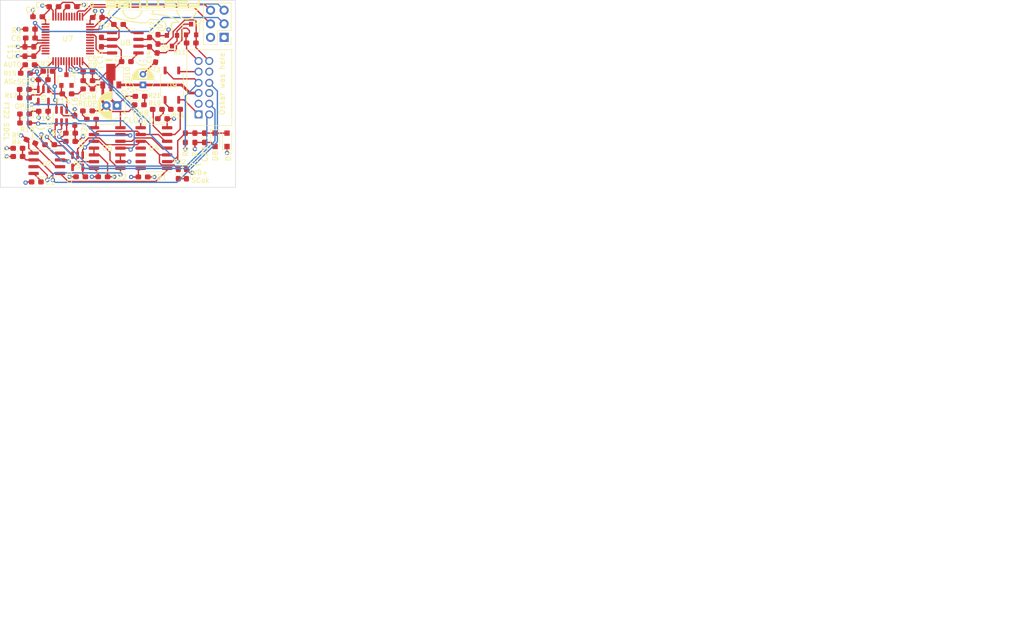
<source format=kicad_pcb>
(kicad_pcb (version 20171130) (host pcbnew 5.1.6)

  (general
    (thickness 1.6)
    (drawings 18)
    (tracks 562)
    (zones 0)
    (modules 75)
    (nets 75)
  )

  (page A4)
  (layers
    (0 F.Cu signal)
    (1 3V3.Cu power)
    (2 GND.Cu power)
    (31 B.Cu signal)
    (33 F.Adhes user)
    (35 F.Paste user)
    (37 F.SilkS user)
    (39 F.Mask user)
    (40 Dwgs.User user)
    (41 Cmts.User user)
    (42 Eco1.User user)
    (43 Eco2.User user)
    (44 Edge.Cuts user)
    (45 Margin user)
    (46 B.CrtYd user)
    (47 F.CrtYd user)
    (49 F.Fab user hide)
  )

  (setup
    (last_trace_width 0.25)
    (user_trace_width 0.5)
    (user_trace_width 1)
    (trace_clearance 0.2)
    (zone_clearance 0.508)
    (zone_45_only no)
    (trace_min 0.2)
    (via_size 0.8)
    (via_drill 0.4)
    (via_min_size 0.4)
    (via_min_drill 0.3)
    (uvia_size 0.3)
    (uvia_drill 0.1)
    (uvias_allowed no)
    (uvia_min_size 0.2)
    (uvia_min_drill 0.1)
    (edge_width 0.1)
    (segment_width 0.2)
    (pcb_text_width 0.3)
    (pcb_text_size 1.5 1.5)
    (mod_edge_width 0.15)
    (mod_text_size 1 1)
    (mod_text_width 0.15)
    (pad_size 4.5 4.5)
    (pad_drill 3)
    (pad_to_mask_clearance 0)
    (aux_axis_origin 0 0)
    (visible_elements FFFFFF7F)
    (pcbplotparams
      (layerselection 0x010fc_ffffffff)
      (usegerberextensions false)
      (usegerberattributes true)
      (usegerberadvancedattributes true)
      (creategerberjobfile true)
      (excludeedgelayer true)
      (linewidth 0.100000)
      (plotframeref false)
      (viasonmask false)
      (mode 1)
      (useauxorigin false)
      (hpglpennumber 1)
      (hpglpenspeed 20)
      (hpglpendiameter 15.000000)
      (psnegative false)
      (psa4output false)
      (plotreference true)
      (plotvalue true)
      (plotinvisibletext false)
      (padsonsilk false)
      (subtractmaskfromsilk false)
      (outputformat 1)
      (mirror false)
      (drillshape 1)
      (scaleselection 1)
      (outputdirectory ""))
  )

  (net 0 "")
  (net 1 GND)
  (net 2 +3V3)
  (net 3 NRST)
  (net 4 CAN_H)
  (net 5 CAN_L)
  (net 6 +12V)
  (net 7 SDC_in_3V3)
  (net 8 "Net-(D2-Pad3)")
  (net 9 TS_activate_MUXed)
  (net 10 TRACESWO)
  (net 11 SWDIO)
  (net 12 SWCLK)
  (net 13 ~SDC_reset~)
  (net 14 TS_activate_ext)
  (net 15 TS_activate_dash)
  (net 16 SDC_in)
  (net 17 SDC_out)
  (net 18 To_SDC_relais)
  (net 19 AS_driving_mode)
  (net 20 AS_close_SDC)
  (net 21 "Net-(R12-Pad1)")
  (net 22 Watchdog)
  (net 23 SDC_is_ready)
  (net 24 "Net-(U7-Pad46)")
  (net 25 "Net-(U7-Pad45)")
  (net 26 "Net-(U7-Pad43)")
  (net 27 "Net-(U7-Pad42)")
  (net 28 "Net-(U7-Pad41)")
  (net 29 "Net-(U7-Pad40)")
  (net 30 "Net-(U7-Pad38)")
  (net 31 CAN_TX)
  (net 32 CAN_RX)
  (net 33 "Net-(U7-Pad31)")
  (net 34 "Net-(U7-Pad30)")
  (net 35 "Net-(U7-Pad29)")
  (net 36 "Net-(U7-Pad28)")
  (net 37 "Net-(U7-Pad27)")
  (net 38 "Net-(U7-Pad26)")
  (net 39 "Net-(U7-Pad25)")
  (net 40 "Net-(U7-Pad22)")
  (net 41 "Net-(U7-Pad21)")
  (net 42 "Net-(U7-Pad17)")
  (net 43 "Net-(U7-Pad16)")
  (net 44 "Net-(U7-Pad12)")
  (net 45 "Net-(U7-Pad11)")
  (net 46 "Net-(U7-Pad10)")
  (net 47 "Net-(U7-Pad6)")
  (net 48 "Net-(U7-Pad5)")
  (net 49 "Net-(U7-Pad4)")
  (net 50 "Net-(U7-Pad3)")
  (net 51 "Net-(U7-Pad2)")
  (net 52 "Net-(R14-Pad2)")
  (net 53 "Net-(R10-Pad1)")
  (net 54 "Net-(D5-Pad2)")
  (net 55 "Net-(D6-Pad2)")
  (net 56 "Net-(D7-Pad2)")
  (net 57 "Net-(D9-Pad2)")
  (net 58 "Net-(D10-Pad2)")
  (net 59 "Net-(D11-Pad2)")
  (net 60 "Net-(D12-Pad2)")
  (net 61 "Net-(D13-Pad2)")
  (net 62 "/Non-Programmable Logic/~WDO~")
  (net 63 "/Non-Programmable Logic/RP")
  (net 64 "/Non-Programmable Logic/WP")
  (net 65 "/Non-Programmable Logic/correct_button_pressed")
  (net 66 "/Non-Programmable Logic/close_while_allowed")
  (net 67 "/Non-Programmable Logic/reopened")
  (net 68 "/Non-Programmable Logic/~reset_all~")
  (net 69 "/Non-Programmable Logic/closing_allowed")
  (net 70 "/Non-Programmable Logic/~reopen~")
  (net 71 "/Non-Programmable Logic/WD_and_SDCin_ok")
  (net 72 "/Non-Programmable Logic/~try_close~")
  (net 73 "/Non-Programmable Logic/still_initial_open")
  (net 74 "Net-(R!1-Pad2)")

  (net_class Default "This is the default net class."
    (clearance 0.2)
    (trace_width 0.25)
    (via_dia 0.8)
    (via_drill 0.4)
    (uvia_dia 0.3)
    (uvia_drill 0.1)
    (add_net +12V)
    (add_net +3V3)
    (add_net "/Non-Programmable Logic/RP")
    (add_net "/Non-Programmable Logic/WD_and_SDCin_ok")
    (add_net "/Non-Programmable Logic/WP")
    (add_net "/Non-Programmable Logic/close_while_allowed")
    (add_net "/Non-Programmable Logic/closing_allowed")
    (add_net "/Non-Programmable Logic/correct_button_pressed")
    (add_net "/Non-Programmable Logic/reopened")
    (add_net "/Non-Programmable Logic/still_initial_open")
    (add_net "/Non-Programmable Logic/~WDO~")
    (add_net "/Non-Programmable Logic/~reopen~")
    (add_net "/Non-Programmable Logic/~reset_all~")
    (add_net "/Non-Programmable Logic/~try_close~")
    (add_net AS_close_SDC)
    (add_net AS_driving_mode)
    (add_net CAN_H)
    (add_net CAN_L)
    (add_net CAN_RX)
    (add_net CAN_TX)
    (add_net GND)
    (add_net NRST)
    (add_net "Net-(D10-Pad2)")
    (add_net "Net-(D11-Pad2)")
    (add_net "Net-(D12-Pad2)")
    (add_net "Net-(D13-Pad2)")
    (add_net "Net-(D2-Pad3)")
    (add_net "Net-(D5-Pad2)")
    (add_net "Net-(D6-Pad2)")
    (add_net "Net-(D7-Pad2)")
    (add_net "Net-(D9-Pad2)")
    (add_net "Net-(R!1-Pad2)")
    (add_net "Net-(R10-Pad1)")
    (add_net "Net-(R12-Pad1)")
    (add_net "Net-(R14-Pad2)")
    (add_net "Net-(U7-Pad10)")
    (add_net "Net-(U7-Pad11)")
    (add_net "Net-(U7-Pad12)")
    (add_net "Net-(U7-Pad16)")
    (add_net "Net-(U7-Pad17)")
    (add_net "Net-(U7-Pad2)")
    (add_net "Net-(U7-Pad21)")
    (add_net "Net-(U7-Pad22)")
    (add_net "Net-(U7-Pad25)")
    (add_net "Net-(U7-Pad26)")
    (add_net "Net-(U7-Pad27)")
    (add_net "Net-(U7-Pad28)")
    (add_net "Net-(U7-Pad29)")
    (add_net "Net-(U7-Pad3)")
    (add_net "Net-(U7-Pad30)")
    (add_net "Net-(U7-Pad31)")
    (add_net "Net-(U7-Pad38)")
    (add_net "Net-(U7-Pad4)")
    (add_net "Net-(U7-Pad40)")
    (add_net "Net-(U7-Pad41)")
    (add_net "Net-(U7-Pad42)")
    (add_net "Net-(U7-Pad43)")
    (add_net "Net-(U7-Pad45)")
    (add_net "Net-(U7-Pad46)")
    (add_net "Net-(U7-Pad5)")
    (add_net "Net-(U7-Pad6)")
    (add_net SDC_in)
    (add_net SDC_in_3V3)
    (add_net SDC_is_ready)
    (add_net SDC_out)
    (add_net SWCLK)
    (add_net SWDIO)
    (add_net TRACESWO)
    (add_net TS_activate_MUXed)
    (add_net TS_activate_dash)
    (add_net TS_activate_ext)
    (add_net To_SDC_relais)
    (add_net Watchdog)
    (add_net ~SDC_reset~)
  )

  (module Custom:Molex_iGrid_501645-1220-12P_2x06_P2.00mm_Vertical (layer F.Cu) (tedit 61BE0DB5) (tstamp 61BDEF94)
    (at 176.101105 89.357713 180)
    (descr "Molex Nano-Fit Power Connectors, 105310-xx12, 6 Pins per row (http://www.molex.com/pdm_docs/sd/1053101208_sd.pdf), generated with kicad-footprint-generator")
    (tags "connector Molex Nano-Fit side entry")
    (path /61BBA8EA/61BD205B)
    (fp_text reference J2 (at -7.278895 -1.112287 180) (layer F.SilkS) hide
      (effects (font (size 1 1) (thickness 0.15)))
    )
    (fp_text value Conn_02x06_Odd_Even (at 0 13.4 180) (layer F.Fab)
      (effects (font (size 1 1) (thickness 0.15)))
    )
    (fp_text user %R (at 0.8 -3.2) (layer F.Fab)
      (effects (font (size 1 1) (thickness 0.15)))
    )
    (fp_line (start 0.812893 0) (end 1.3 0.4) (layer F.Fab) (width 0.1))
    (fp_line (start 1.3 -0.4) (end 0.812893 0) (layer F.Fab) (width 0.1))
    (fp_line (start -3.3 1.35) (end -4.6 1.35) (layer F.Fab) (width 0.1))
    (fp_line (start 1.3 11.35) (end 1.3 -1.35) (layer F.Fab) (width 0.1))
    (fp_line (start -4.6 8.65) (end -3.3 8.65) (layer F.Fab) (width 0.1))
    (fp_line (start -4.6 1.35) (end -4.6 8.65) (layer F.Fab) (width 0.1))
    (fp_line (start -6.6 12.5) (end -6.6 -2.5) (layer F.CrtYd) (width 0.05))
    (fp_line (start 2.6 12.5) (end -6.6 12.5) (layer F.CrtYd) (width 0.05))
    (fp_line (start 2.6 -2.5) (end -6.6 -2.5) (layer F.CrtYd) (width 0.05))
    (fp_line (start 2.6 12.5) (end 2.6 -2.5) (layer F.CrtYd) (width 0.05))
    (fp_line (start -6.2 12.1) (end -6.2 -2.1) (layer F.SilkS) (width 0.12))
    (fp_line (start 2.2 12.1) (end -6.2 12.1) (layer F.SilkS) (width 0.12))
    (fp_line (start 2.2 -2.1) (end -6.2 -2.1) (layer F.SilkS) (width 0.12))
    (fp_line (start 2.2 12.1) (end 2.2 -2.1) (layer F.SilkS) (width 0.12))
    (fp_line (start -6.1 12) (end -6.1 -2) (layer F.Fab) (width 0.1))
    (fp_line (start 2.1 12) (end -6.1 12) (layer F.Fab) (width 0.1))
    (fp_line (start 2.1 -2) (end -6.1 -2) (layer F.Fab) (width 0.1))
    (fp_line (start 2.1 12) (end 2.1 -2) (layer F.Fab) (width 0.1))
    (fp_line (start 1.3 -1.35) (end -4.6 -1.35) (layer F.Fab) (width 0.1))
    (fp_line (start -3.3 10) (end -3.3 0) (layer F.Fab) (width 0.1))
    (fp_line (start -3.3 0) (end -4.6 0) (layer F.Fab) (width 0.1))
    (fp_line (start -4.6 -1.35) (end -4.6 0) (layer F.Fab) (width 0.1))
    (fp_line (start -3.3 10) (end -4.6 10) (layer F.Fab) (width 0.1))
    (fp_line (start -4.6 10) (end -4.6 11.35) (layer F.Fab) (width 0.1))
    (fp_line (start 1.3 11.35) (end -4.6 11.35) (layer F.Fab) (width 0.1))
    (fp_line (start -4.6 2.5) (end -6.1 2.5) (layer F.Fab) (width 0.1))
    (fp_line (start -4.6 7.5) (end -6.1 7.5) (layer F.Fab) (width 0.1))
    (pad "" np_thru_hole circle (at -5.1 -1.2 180) (size 1.2 1.2) (drill 1.2) (layers *.Cu *.Mask))
    (pad 11 thru_hole circle (at 0 10 180) (size 1.5 1.5) (drill 1) (layers *.Cu *.Mask)
      (net 5 CAN_L))
    (pad 12 thru_hole circle (at -2 10 180) (size 1.5 1.5) (drill 1) (layers *.Cu *.Mask)
      (net 4 CAN_H))
    (pad 9 thru_hole circle (at 0 8 180) (size 1.5 1.5) (drill 1) (layers *.Cu *.Mask)
      (net 17 SDC_out))
    (pad 10 thru_hole circle (at -2 8 180) (size 1.5 1.5) (drill 1) (layers *.Cu *.Mask)
      (net 2 +3V3))
    (pad 7 thru_hole circle (at 0 5.9 180) (size 1.5 1.5) (drill 1) (layers *.Cu *.Mask)
      (net 16 SDC_in))
    (pad 8 thru_hole circle (at -2 5.9 180) (size 1.5 1.5) (drill 1) (layers *.Cu *.Mask)
      (net 13 ~SDC_reset~))
    (pad 5 thru_hole circle (at 0 4 180) (size 1.5 1.5) (drill 1) (layers *.Cu *.Mask)
      (net 6 +12V))
    (pad 6 thru_hole circle (at -2 4 180) (size 1.5 1.5) (drill 1) (layers *.Cu *.Mask)
      (net 1 GND))
    (pad 4 thru_hole circle (at -2 2 180) (size 1.5 1.5) (drill 1) (layers *.Cu *.Mask)
      (net 14 TS_activate_ext))
    (pad 3 thru_hole circle (at 0 2 180) (size 1.5 1.5) (drill 1) (layers *.Cu *.Mask)
      (net 2 +3V3))
    (pad 2 thru_hole circle (at -2 0 180) (size 1.5 1.5) (drill 1) (layers *.Cu *.Mask)
      (net 15 TS_activate_dash))
    (pad 1 thru_hole roundrect (at 0 0 180) (size 1.5 1.5) (drill 1) (layers *.Cu *.Mask) (roundrect_rratio 0.147)
      (net 1 GND))
    (model ${KISYS3DMOD}/Connector_Molex.3dshapes/Molex_Nano-Fit_105310-xx12_2x06_P2.50mm_Vertical.wrl
      (at (xyz 0 0 0))
      (scale (xyz 1 1 1))
      (rotate (xyz 0 0 0))
    )
    (model ${KIPRJMOD}/packages3d/Molex-iGrid.3dshapes/Molex_iGrid_501645-1220-12P.stp
      (offset (xyz -1.7 -5 7.8))
      (scale (xyz 1 1 1))
      (rotate (xyz -90 0 90))
    )
  )

  (module MountingHole:MountingHole_2.2mm_M2 (layer F.Cu) (tedit 56D1B4CB) (tstamp 61BF54AF)
    (at 141.534451 100.477285)
    (descr "Mounting Hole 2.2mm, no annular, M2")
    (tags "mounting hole 2.2mm no annular m2")
    (path /61BBA8EA/61BD2D0B)
    (attr virtual)
    (fp_text reference H3 (at 0 -3.2) (layer F.SilkS) hide
      (effects (font (size 1 1) (thickness 0.15)))
    )
    (fp_text value MountingHole (at 0 3.2) (layer F.Fab)
      (effects (font (size 1 1) (thickness 0.15)))
    )
    (fp_text user %R (at 0.3 0) (layer F.Fab)
      (effects (font (size 1 1) (thickness 0.15)))
    )
    (fp_circle (center 0 0) (end 2.2 0) (layer Cmts.User) (width 0.15))
    (fp_circle (center 0 0) (end 2.45 0) (layer F.CrtYd) (width 0.05))
    (pad 1 np_thru_hole circle (at 0 0) (size 2.2 2.2) (drill 2.2) (layers *.Cu *.Mask))
  )

  (module MountingHole:MountingHole_2.2mm_M2 (layer F.Cu) (tedit 56D1B4CB) (tstamp 61BEE490)
    (at 180.447212 100.442941)
    (descr "Mounting Hole 2.2mm, no annular, M2")
    (tags "mounting hole 2.2mm no annular m2")
    (path /61BBA8EA/61BD2B10)
    (attr virtual)
    (fp_text reference H2 (at 0 -3.2) (layer F.SilkS) hide
      (effects (font (size 1 1) (thickness 0.15)))
    )
    (fp_text value MountingHole (at 0 3.2) (layer F.Fab)
      (effects (font (size 1 1) (thickness 0.15)))
    )
    (fp_text user %R (at 0.3 0) (layer F.Fab)
      (effects (font (size 1 1) (thickness 0.15)))
    )
    (fp_circle (center 0 0) (end 2.2 0) (layer Cmts.User) (width 0.15))
    (fp_circle (center 0 0) (end 2.45 0) (layer F.CrtYd) (width 0.05))
    (pad 1 np_thru_hole circle (at 0 0) (size 2.2 2.2) (drill 2.2) (layers *.Cu *.Mask))
  )

  (module MountingHole:MountingHole_2.2mm_M2 (layer F.Cu) (tedit 56D1B4CB) (tstamp 61BEE488)
    (at 141.551753 70.551988)
    (descr "Mounting Hole 2.2mm, no annular, M2")
    (tags "mounting hole 2.2mm no annular m2")
    (path /61BBA8EA/61BD2819)
    (attr virtual)
    (fp_text reference H1 (at 0 -3.2) (layer F.SilkS) hide
      (effects (font (size 1 1) (thickness 0.15)))
    )
    (fp_text value MountingHole (at 0 3.2) (layer F.Fab)
      (effects (font (size 1 1) (thickness 0.15)))
    )
    (fp_text user %R (at 0.3 0) (layer F.Fab)
      (effects (font (size 1 1) (thickness 0.15)))
    )
    (fp_circle (center 0 0) (end 2.2 0) (layer Cmts.User) (width 0.15))
    (fp_circle (center 0 0) (end 2.45 0) (layer F.CrtYd) (width 0.05))
    (pad 1 np_thru_hole circle (at 0 0) (size 2.2 2.2) (drill 2.2) (layers *.Cu *.Mask))
  )

  (module Custom:SC-74A-5_1.5x2.9mm_P0.95mm (layer F.Cu) (tedit 61BBD969) (tstamp 61B54E3C)
    (at 153.473426 98.115078 270)
    (descr "SC-74, 6 Pin (https://www.nxp.com/docs/en/package-information/SOT457.pdf), generated with kicad-footprint-generator ipc_gullwing_generator.py")
    (tags "SC-74 SO")
    (path /61A897B7/61B3FC7A)
    (attr smd)
    (fp_text reference U6 (at 0.575518 -0.031105 90) (layer F.SilkS)
      (effects (font (size 0.9 0.9) (thickness 0.15)))
    )
    (fp_text value MC74HC1G32 (at 0 2.4 90) (layer F.Fab)
      (effects (font (size 1 1) (thickness 0.15)))
    )
    (fp_line (start 0 1.56) (end 0.75 1.56) (layer F.SilkS) (width 0.12))
    (fp_line (start 0 1.56) (end -0.75 1.56) (layer F.SilkS) (width 0.12))
    (fp_line (start 0 -1.56) (end 0.75 -1.56) (layer F.SilkS) (width 0.12))
    (fp_line (start 0 -1.56) (end -1.85 -1.56) (layer F.SilkS) (width 0.12))
    (fp_line (start -0.375 -1.45) (end 0.75 -1.45) (layer F.Fab) (width 0.1))
    (fp_line (start 0.75 -1.45) (end 0.75 1.45) (layer F.Fab) (width 0.1))
    (fp_line (start 0.75 1.45) (end -0.75 1.45) (layer F.Fab) (width 0.1))
    (fp_line (start -0.75 1.45) (end -0.75 -1.075) (layer F.Fab) (width 0.1))
    (fp_line (start -0.75 -1.075) (end -0.375 -1.45) (layer F.Fab) (width 0.1))
    (fp_line (start -2.1 -1.7) (end -2.1 1.7) (layer F.CrtYd) (width 0.05))
    (fp_line (start -2.1 1.7) (end 2.1 1.7) (layer F.CrtYd) (width 0.05))
    (fp_line (start 2.1 1.7) (end 2.1 -1.7) (layer F.CrtYd) (width 0.05))
    (fp_line (start 2.1 -1.7) (end -2.1 -1.7) (layer F.CrtYd) (width 0.05))
    (fp_text user %R (at 0 0 90) (layer F.Fab)
      (effects (font (size 0.38 0.38) (thickness 0.06)))
    )
    (pad 5 smd roundrect (at 1.1375 -0.95 270) (size 1.425 0.5) (layers F.Cu F.Paste F.Mask) (roundrect_rratio 0.25)
      (net 2 +3V3))
    (pad 4 smd roundrect (at 1.1375 0.95 270) (size 1.425 0.5) (layers F.Cu F.Paste F.Mask) (roundrect_rratio 0.25)
      (net 70 "/Non-Programmable Logic/~reopen~"))
    (pad 3 smd roundrect (at -1.1375 0.95 270) (size 1.425 0.5) (layers F.Cu F.Paste F.Mask) (roundrect_rratio 0.25)
      (net 1 GND))
    (pad 2 smd roundrect (at -1.1375 0 270) (size 1.425 0.5) (layers F.Cu F.Paste F.Mask) (roundrect_rratio 0.25)
      (net 71 "/Non-Programmable Logic/WD_and_SDCin_ok"))
    (pad 1 smd roundrect (at -1.1375 -0.95 270) (size 1.425 0.5) (layers F.Cu F.Paste F.Mask) (roundrect_rratio 0.25)
      (net 73 "/Non-Programmable Logic/still_initial_open"))
    (model :SDCL:SC-74.3dshapes/SC-74-5.stp
      (at (xyz 0 0 0))
      (scale (xyz 1 1 1))
      (rotate (xyz 0 0 90))
    )
  )

  (module Custom:SC-74A-5_1.5x2.9mm_P0.95mm (layer F.Cu) (tedit 61BBD969) (tstamp 61B54DA9)
    (at 147.066812 85.812974 270)
    (descr "SC-74, 6 Pin (https://www.nxp.com/docs/en/package-information/SOT457.pdf), generated with kicad-footprint-generator ipc_gullwing_generator.py")
    (tags "SC-74 SO")
    (path /61A897B7/61B3096F)
    (attr smd)
    (fp_text reference U3 (at 0.565778 -0.034074 90) (layer F.SilkS)
      (effects (font (size 0.8 0.8) (thickness 0.15)))
    )
    (fp_text value MC74HC1G00 (at 0 2.4 90) (layer F.Fab)
      (effects (font (size 1 1) (thickness 0.15)))
    )
    (fp_line (start 0 1.56) (end 0.75 1.56) (layer F.SilkS) (width 0.12))
    (fp_line (start 0 1.56) (end -0.75 1.56) (layer F.SilkS) (width 0.12))
    (fp_line (start 0 -1.56) (end 0.75 -1.56) (layer F.SilkS) (width 0.12))
    (fp_line (start 0 -1.56) (end -1.85 -1.56) (layer F.SilkS) (width 0.12))
    (fp_line (start -0.375 -1.45) (end 0.75 -1.45) (layer F.Fab) (width 0.1))
    (fp_line (start 0.75 -1.45) (end 0.75 1.45) (layer F.Fab) (width 0.1))
    (fp_line (start 0.75 1.45) (end -0.75 1.45) (layer F.Fab) (width 0.1))
    (fp_line (start -0.75 1.45) (end -0.75 -1.075) (layer F.Fab) (width 0.1))
    (fp_line (start -0.75 -1.075) (end -0.375 -1.45) (layer F.Fab) (width 0.1))
    (fp_line (start -2.1 -1.7) (end -2.1 1.7) (layer F.CrtYd) (width 0.05))
    (fp_line (start -2.1 1.7) (end 2.1 1.7) (layer F.CrtYd) (width 0.05))
    (fp_line (start 2.1 1.7) (end 2.1 -1.7) (layer F.CrtYd) (width 0.05))
    (fp_line (start 2.1 -1.7) (end -2.1 -1.7) (layer F.CrtYd) (width 0.05))
    (fp_text user %R (at 0 0 90) (layer F.Fab)
      (effects (font (size 0.38 0.38) (thickness 0.06)))
    )
    (pad 5 smd roundrect (at 1.1375 -0.95 270) (size 1.425 0.5) (layers F.Cu F.Paste F.Mask) (roundrect_rratio 0.25)
      (net 2 +3V3))
    (pad 4 smd roundrect (at 1.1375 0.95 270) (size 1.425 0.5) (layers F.Cu F.Paste F.Mask) (roundrect_rratio 0.25)
      (net 72 "/Non-Programmable Logic/~try_close~"))
    (pad 3 smd roundrect (at -1.1375 0.95 270) (size 1.425 0.5) (layers F.Cu F.Paste F.Mask) (roundrect_rratio 0.25)
      (net 1 GND))
    (pad 2 smd roundrect (at -1.1375 0 270) (size 1.425 0.5) (layers F.Cu F.Paste F.Mask) (roundrect_rratio 0.25)
      (net 20 AS_close_SDC))
    (pad 1 smd roundrect (at -1.1375 -0.95 270) (size 1.425 0.5) (layers F.Cu F.Paste F.Mask) (roundrect_rratio 0.25)
      (net 65 "/Non-Programmable Logic/correct_button_pressed"))
    (model :SDCL:SC-74.3dshapes/SC-74-5.stp
      (at (xyz 0 0 0))
      (scale (xyz 1 1 1))
      (rotate (xyz 0 0 90))
    )
  )

  (module Custom:SC-74-6_1.5x2.9mm_P0.95mm (layer F.Cu) (tedit 61BBD8F1) (tstamp 61B5507C)
    (at 150.468436 89.663424 90)
    (descr "SC-74, 6 Pin (https://www.nxp.com/docs/en/package-information/SOT457.pdf), generated with kicad-footprint-generator ipc_gullwing_generator.py")
    (tags "SC-74 SO")
    (path /61A897B7/61B6A3BA)
    (attr smd)
    (fp_text reference U1 (at -1.796282 -2.267451 270) (layer F.SilkS)
      (effects (font (size 0.9 0.9) (thickness 0.15)))
    )
    (fp_text value NL17SZ157 (at 0 2 270) (layer F.Fab)
      (effects (font (size 1 1) (thickness 0.15)))
    )
    (fp_line (start 0 1.56) (end 0.75 1.56) (layer F.SilkS) (width 0.12))
    (fp_line (start 0 1.56) (end -0.75 1.56) (layer F.SilkS) (width 0.12))
    (fp_line (start 0 -1.56) (end 0.75 -1.56) (layer F.SilkS) (width 0.12))
    (fp_line (start 0 -1.56) (end -1.85 -1.56) (layer F.SilkS) (width 0.12))
    (fp_line (start -0.375 -1.45) (end 0.75 -1.45) (layer F.Fab) (width 0.1))
    (fp_line (start 0.75 -1.45) (end 0.75 1.45) (layer F.Fab) (width 0.1))
    (fp_line (start 0.75 1.45) (end -0.75 1.45) (layer F.Fab) (width 0.1))
    (fp_line (start -0.75 1.45) (end -0.75 -1.075) (layer F.Fab) (width 0.1))
    (fp_line (start -0.75 -1.075) (end -0.375 -1.45) (layer F.Fab) (width 0.1))
    (fp_line (start -2.1 -1.7) (end -2.1 1.7) (layer F.CrtYd) (width 0.05))
    (fp_line (start -2.1 1.7) (end 2.1 1.7) (layer F.CrtYd) (width 0.05))
    (fp_line (start 2.1 1.7) (end 2.1 -1.7) (layer F.CrtYd) (width 0.05))
    (fp_line (start 2.1 -1.7) (end -2.1 -1.7) (layer F.CrtYd) (width 0.05))
    (fp_text user %R (at -0.06 0) (layer F.Fab)
      (effects (font (size 0.5 0.5) (thickness 0.075)))
    )
    (pad 6 smd roundrect (at 1.1375 -0.95 90) (size 1.425 0.5) (layers F.Cu F.Paste F.Mask) (roundrect_rratio 0.25)
      (net 19 AS_driving_mode))
    (pad 5 smd roundrect (at 1.1375 0 90) (size 1.425 0.5) (layers F.Cu F.Paste F.Mask) (roundrect_rratio 0.25)
      (net 2 +3V3))
    (pad 4 smd roundrect (at 1.1375 0.95 90) (size 1.425 0.5) (layers F.Cu F.Paste F.Mask) (roundrect_rratio 0.25)
      (net 65 "/Non-Programmable Logic/correct_button_pressed"))
    (pad 3 smd roundrect (at -1.1375 0.95 90) (size 1.425 0.5) (layers F.Cu F.Paste F.Mask) (roundrect_rratio 0.25)
      (net 15 TS_activate_dash))
    (pad 2 smd roundrect (at -1.1375 0 90) (size 1.425 0.5) (layers F.Cu F.Paste F.Mask) (roundrect_rratio 0.25)
      (net 1 GND))
    (pad 1 smd roundrect (at -1.1375 -0.95 90) (size 1.425 0.5) (layers F.Cu F.Paste F.Mask) (roundrect_rratio 0.25)
      (net 14 TS_activate_ext))
    (model ${KIPRJMOD}/packages3d/SC-74.3dshapes/SC-74-6.stp
      (at (xyz 0 0 0))
      (scale (xyz 1 1 1))
      (rotate (xyz 0 0 90))
    )
  )

  (module Resistor_SMD:R_0603_1608Metric_Pad1.05x0.95mm_HandSolder (layer F.Cu) (tedit 5B301BBD) (tstamp 61BBD3C0)
    (at 162.575854 79.478047)
    (descr "Resistor SMD 0603 (1608 Metric), square (rectangular) end terminal, IPC_7351 nominal with elongated pad for handsoldering. (Body size source: http://www.tortai-tech.com/upload/download/2011102023233369053.pdf), generated with kicad-footprint-generator")
    (tags "resistor handsolder")
    (path /61BCE4F2/61BF7CE9)
    (attr smd)
    (fp_text reference R!1 (at 0 -1.43) (layer F.SilkS) hide
      (effects (font (size 1 1) (thickness 0.15)))
    )
    (fp_text value ∞ (at 0 1.43) (layer F.Fab)
      (effects (font (size 1 1) (thickness 0.15)))
    )
    (fp_line (start 1.65 0.73) (end -1.65 0.73) (layer F.CrtYd) (width 0.05))
    (fp_line (start 1.65 -0.73) (end 1.65 0.73) (layer F.CrtYd) (width 0.05))
    (fp_line (start -1.65 -0.73) (end 1.65 -0.73) (layer F.CrtYd) (width 0.05))
    (fp_line (start -1.65 0.73) (end -1.65 -0.73) (layer F.CrtYd) (width 0.05))
    (fp_line (start -0.171267 0.51) (end 0.171267 0.51) (layer F.SilkS) (width 0.12))
    (fp_line (start -0.171267 -0.51) (end 0.171267 -0.51) (layer F.SilkS) (width 0.12))
    (fp_line (start 0.8 0.4) (end -0.8 0.4) (layer F.Fab) (width 0.1))
    (fp_line (start 0.8 -0.4) (end 0.8 0.4) (layer F.Fab) (width 0.1))
    (fp_line (start -0.8 -0.4) (end 0.8 -0.4) (layer F.Fab) (width 0.1))
    (fp_line (start -0.8 0.4) (end -0.8 -0.4) (layer F.Fab) (width 0.1))
    (fp_text user %R (at 0 0) (layer F.Fab)
      (effects (font (size 0.4 0.4) (thickness 0.06)))
    )
    (pad 2 smd roundrect (at 0.875 0) (size 1.05 0.95) (layers F.Cu F.Paste F.Mask) (roundrect_rratio 0.25)
      (net 74 "Net-(R!1-Pad2)"))
    (pad 1 smd roundrect (at -0.875 0) (size 1.05 0.95) (layers F.Cu F.Paste F.Mask) (roundrect_rratio 0.25)
      (net 2 +3V3))
    (model ${KISYS3DMOD}/Resistor_SMD.3dshapes/R_0603_1608Metric.wrl
      (at (xyz 0 0 0))
      (scale (xyz 1 1 1))
      (rotate (xyz 0 0 0))
    )
  )

  (module Package_SO:SOIC-8_3.9x4.9mm_P1.27mm (layer F.Cu) (tedit 5D9F72B1) (tstamp 61B5517B)
    (at 162.388506 75.955834)
    (descr "SOIC, 8 Pin (JEDEC MS-012AA, https://www.analog.com/media/en/package-pcb-resources/package/pkg_pdf/soic_narrow-r/r_8.pdf), generated with kicad-footprint-generator ipc_gullwing_generator.py")
    (tags "SOIC SO")
    (path /61BCE4F2/61D66C8F)
    (attr smd)
    (fp_text reference U8 (at 0.000029 0.002995) (layer F.SilkS)
      (effects (font (size 1 1) (thickness 0.15)))
    )
    (fp_text value SN65HVD231 (at -5.08 -3.81) (layer F.Fab)
      (effects (font (size 1 1) (thickness 0.15)))
    )
    (fp_line (start 0 2.56) (end 1.95 2.56) (layer F.SilkS) (width 0.12))
    (fp_line (start 0 2.56) (end -1.95 2.56) (layer F.SilkS) (width 0.12))
    (fp_line (start 0 -2.56) (end 1.95 -2.56) (layer F.SilkS) (width 0.12))
    (fp_line (start 0 -2.56) (end -3.45 -2.56) (layer F.SilkS) (width 0.12))
    (fp_line (start -0.975 -2.45) (end 1.95 -2.45) (layer F.Fab) (width 0.1))
    (fp_line (start 1.95 -2.45) (end 1.95 2.45) (layer F.Fab) (width 0.1))
    (fp_line (start 1.95 2.45) (end -1.95 2.45) (layer F.Fab) (width 0.1))
    (fp_line (start -1.95 2.45) (end -1.95 -1.475) (layer F.Fab) (width 0.1))
    (fp_line (start -1.95 -1.475) (end -0.975 -2.45) (layer F.Fab) (width 0.1))
    (fp_line (start -3.7 -2.7) (end -3.7 2.7) (layer F.CrtYd) (width 0.05))
    (fp_line (start -3.7 2.7) (end 3.7 2.7) (layer F.CrtYd) (width 0.05))
    (fp_line (start 3.7 2.7) (end 3.7 -2.7) (layer F.CrtYd) (width 0.05))
    (fp_line (start 3.7 -2.7) (end -3.7 -2.7) (layer F.CrtYd) (width 0.05))
    (fp_text user %R (at 0 0) (layer F.Fab)
      (effects (font (size 0.98 0.98) (thickness 0.15)))
    )
    (pad 8 smd roundrect (at 2.475 -1.905) (size 1.95 0.6) (layers F.Cu F.Paste F.Mask) (roundrect_rratio 0.25)
      (net 21 "Net-(R12-Pad1)"))
    (pad 7 smd roundrect (at 2.475 -0.635) (size 1.95 0.6) (layers F.Cu F.Paste F.Mask) (roundrect_rratio 0.25)
      (net 4 CAN_H))
    (pad 6 smd roundrect (at 2.475 0.635) (size 1.95 0.6) (layers F.Cu F.Paste F.Mask) (roundrect_rratio 0.25)
      (net 5 CAN_L))
    (pad 5 smd roundrect (at 2.475 1.905) (size 1.95 0.6) (layers F.Cu F.Paste F.Mask) (roundrect_rratio 0.25)
      (net 74 "Net-(R!1-Pad2)"))
    (pad 4 smd roundrect (at -2.475 1.905) (size 1.95 0.6) (layers F.Cu F.Paste F.Mask) (roundrect_rratio 0.25)
      (net 32 CAN_RX))
    (pad 3 smd roundrect (at -2.475 0.635) (size 1.95 0.6) (layers F.Cu F.Paste F.Mask) (roundrect_rratio 0.25)
      (net 2 +3V3))
    (pad 2 smd roundrect (at -2.475 -0.635) (size 1.95 0.6) (layers F.Cu F.Paste F.Mask) (roundrect_rratio 0.25)
      (net 1 GND))
    (pad 1 smd roundrect (at -2.475 -1.905) (size 1.95 0.6) (layers F.Cu F.Paste F.Mask) (roundrect_rratio 0.25)
      (net 31 CAN_TX))
    (model ${KISYS3DMOD}/Package_SO.3dshapes/SOIC-8_3.9x4.9mm_P1.27mm.wrl
      (at (xyz 0 0 0))
      (scale (xyz 1 1 1))
      (rotate (xyz 0 0 0))
    )
  )

  (module "" (layer F.Cu) (tedit 0) (tstamp 0)
    (at 154.94 86.36)
    (fp_text reference "" (at 175.379275 97.559263) (layer F.SilkS)
      (effects (font (size 1.27 1.27) (thickness 0.15)))
    )
    (fp_text value "" (at 175.379275 97.559263) (layer F.SilkS)
      (effects (font (size 1.27 1.27) (thickness 0.15)))
    )
  )

  (module Diode_SMD:D_SOD-323_HandSoldering (layer F.Cu) (tedit 58641869) (tstamp 61BA8D31)
    (at 179.193936 94.10632 270)
    (descr SOD-323)
    (tags SOD-323)
    (path /61BBA8EA/61BC341D)
    (attr smd)
    (fp_text reference D8 (at 3.01817 -0.059463 90) (layer F.SilkS)
      (effects (font (size 1 1) (thickness 0.15)))
    )
    (fp_text value D_TVS (at 0.1 1.9 90) (layer F.Fab)
      (effects (font (size 1 1) (thickness 0.15)))
    )
    (fp_line (start -1.9 -0.85) (end -1.9 0.85) (layer F.SilkS) (width 0.12))
    (fp_line (start 0.2 0) (end 0.45 0) (layer F.Fab) (width 0.1))
    (fp_line (start 0.2 0.35) (end -0.3 0) (layer F.Fab) (width 0.1))
    (fp_line (start 0.2 -0.35) (end 0.2 0.35) (layer F.Fab) (width 0.1))
    (fp_line (start -0.3 0) (end 0.2 -0.35) (layer F.Fab) (width 0.1))
    (fp_line (start -0.3 0) (end -0.5 0) (layer F.Fab) (width 0.1))
    (fp_line (start -0.3 -0.35) (end -0.3 0.35) (layer F.Fab) (width 0.1))
    (fp_line (start -0.9 0.7) (end -0.9 -0.7) (layer F.Fab) (width 0.1))
    (fp_line (start 0.9 0.7) (end -0.9 0.7) (layer F.Fab) (width 0.1))
    (fp_line (start 0.9 -0.7) (end 0.9 0.7) (layer F.Fab) (width 0.1))
    (fp_line (start -0.9 -0.7) (end 0.9 -0.7) (layer F.Fab) (width 0.1))
    (fp_line (start -2 -0.95) (end 2 -0.95) (layer F.CrtYd) (width 0.05))
    (fp_line (start 2 -0.95) (end 2 0.95) (layer F.CrtYd) (width 0.05))
    (fp_line (start -2 0.95) (end 2 0.95) (layer F.CrtYd) (width 0.05))
    (fp_line (start -2 -0.95) (end -2 0.95) (layer F.CrtYd) (width 0.05))
    (fp_line (start -1.9 0.85) (end 1.25 0.85) (layer F.SilkS) (width 0.12))
    (fp_line (start -1.9 -0.85) (end 1.25 -0.85) (layer F.SilkS) (width 0.12))
    (fp_text user %R (at 0 -1.85 90) (layer F.Fab)
      (effects (font (size 1 1) (thickness 0.15)))
    )
    (pad 2 smd rect (at 1.25 0 270) (size 1 1) (layers F.Cu F.Paste F.Mask)
      (net 1 GND))
    (pad 1 smd rect (at -1.25 0 270) (size 1 1) (layers F.Cu F.Paste F.Mask)
      (net 7 SDC_in_3V3))
    (model ${KISYS3DMOD}/Diode_SMD.3dshapes/D_SOD-323.wrl
      (at (xyz 0 0 0))
      (scale (xyz 1 1 1))
      (rotate (xyz 0 0 0))
    )
  )

  (module Diode_SMD:D_SOD-323_HandSoldering (layer F.Cu) (tedit 58641869) (tstamp 61BA8C2B)
    (at 181.424843 94.108939 90)
    (descr SOD-323)
    (tags SOD-323)
    (path /61BBA8EA/61BC3417)
    (attr smd)
    (fp_text reference D1 (at -3.040693 0.250914 90) (layer F.SilkS)
      (effects (font (size 1 1) (thickness 0.15)))
    )
    (fp_text value D_TVS (at 0.1 1.9 90) (layer F.Fab)
      (effects (font (size 1 1) (thickness 0.15)))
    )
    (fp_line (start -1.9 -0.85) (end -1.9 0.85) (layer F.SilkS) (width 0.12))
    (fp_line (start 0.2 0) (end 0.45 0) (layer F.Fab) (width 0.1))
    (fp_line (start 0.2 0.35) (end -0.3 0) (layer F.Fab) (width 0.1))
    (fp_line (start 0.2 -0.35) (end 0.2 0.35) (layer F.Fab) (width 0.1))
    (fp_line (start -0.3 0) (end 0.2 -0.35) (layer F.Fab) (width 0.1))
    (fp_line (start -0.3 0) (end -0.5 0) (layer F.Fab) (width 0.1))
    (fp_line (start -0.3 -0.35) (end -0.3 0.35) (layer F.Fab) (width 0.1))
    (fp_line (start -0.9 0.7) (end -0.9 -0.7) (layer F.Fab) (width 0.1))
    (fp_line (start 0.9 0.7) (end -0.9 0.7) (layer F.Fab) (width 0.1))
    (fp_line (start 0.9 -0.7) (end 0.9 0.7) (layer F.Fab) (width 0.1))
    (fp_line (start -0.9 -0.7) (end 0.9 -0.7) (layer F.Fab) (width 0.1))
    (fp_line (start -2 -0.95) (end 2 -0.95) (layer F.CrtYd) (width 0.05))
    (fp_line (start 2 -0.95) (end 2 0.95) (layer F.CrtYd) (width 0.05))
    (fp_line (start -2 0.95) (end 2 0.95) (layer F.CrtYd) (width 0.05))
    (fp_line (start -2 -0.95) (end -2 0.95) (layer F.CrtYd) (width 0.05))
    (fp_line (start -1.9 0.85) (end 1.25 0.85) (layer F.SilkS) (width 0.12))
    (fp_line (start -1.9 -0.85) (end 1.25 -0.85) (layer F.SilkS) (width 0.12))
    (fp_text user %R (at 0 -1.85 90) (layer F.Fab)
      (effects (font (size 1 1) (thickness 0.15)))
    )
    (pad 2 smd rect (at 1.25 0 90) (size 1 1) (layers F.Cu F.Paste F.Mask)
      (net 7 SDC_in_3V3))
    (pad 1 smd rect (at -1.25 0 90) (size 1 1) (layers F.Cu F.Paste F.Mask)
      (net 2 +3V3))
    (model ${KISYS3DMOD}/Diode_SMD.3dshapes/D_SOD-323.wrl
      (at (xyz 0 0 0))
      (scale (xyz 1 1 1))
      (rotate (xyz 0 0 0))
    )
  )

  (module Capacitor_SMD:C_0603_1608Metric_Pad1.05x0.95mm_HandSolder (layer F.Cu) (tedit 5B301BBE) (tstamp 61BA8C13)
    (at 177.21383 93.731156 90)
    (descr "Capacitor SMD 0603 (1608 Metric), square (rectangular) end terminal, IPC_7351 nominal with elongated pad for handsoldering. (Body size source: http://www.tortai-tech.com/upload/download/2011102023233369053.pdf), generated with kicad-footprint-generator")
    (tags "capacitor handsolder")
    (path /61BBA8EA/61BC340A)
    (attr smd)
    (fp_text reference C23 (at -3.068844 0.08617 90) (layer F.SilkS)
      (effects (font (size 1 1) (thickness 0.15)))
    )
    (fp_text value 100nF (at 0 1.43 90) (layer F.Fab)
      (effects (font (size 1 1) (thickness 0.15)))
    )
    (fp_line (start -0.8 0.4) (end -0.8 -0.4) (layer F.Fab) (width 0.1))
    (fp_line (start -0.8 -0.4) (end 0.8 -0.4) (layer F.Fab) (width 0.1))
    (fp_line (start 0.8 -0.4) (end 0.8 0.4) (layer F.Fab) (width 0.1))
    (fp_line (start 0.8 0.4) (end -0.8 0.4) (layer F.Fab) (width 0.1))
    (fp_line (start -0.171267 -0.51) (end 0.171267 -0.51) (layer F.SilkS) (width 0.12))
    (fp_line (start -0.171267 0.51) (end 0.171267 0.51) (layer F.SilkS) (width 0.12))
    (fp_line (start -1.65 0.73) (end -1.65 -0.73) (layer F.CrtYd) (width 0.05))
    (fp_line (start -1.65 -0.73) (end 1.65 -0.73) (layer F.CrtYd) (width 0.05))
    (fp_line (start 1.65 -0.73) (end 1.65 0.73) (layer F.CrtYd) (width 0.05))
    (fp_line (start 1.65 0.73) (end -1.65 0.73) (layer F.CrtYd) (width 0.05))
    (fp_text user %R (at 0 0 90) (layer F.Fab)
      (effects (font (size 0.4 0.4) (thickness 0.06)))
    )
    (pad 2 smd roundrect (at 0.875 0 90) (size 1.05 0.95) (layers F.Cu F.Paste F.Mask) (roundrect_rratio 0.25)
      (net 7 SDC_in_3V3))
    (pad 1 smd roundrect (at -0.875 0 90) (size 1.05 0.95) (layers F.Cu F.Paste F.Mask) (roundrect_rratio 0.25)
      (net 1 GND))
    (model ${KISYS3DMOD}/Capacitor_SMD.3dshapes/C_0603_1608Metric.wrl
      (at (xyz 0 0 0))
      (scale (xyz 1 1 1))
      (rotate (xyz 0 0 0))
    )
  )

  (module Capacitor_SMD:C_0603_1608Metric_Pad1.05x0.95mm_HandSolder (layer F.Cu) (tedit 5B301BBE) (tstamp 61B8F3AF)
    (at 154.056728 101.026125)
    (descr "Capacitor SMD 0603 (1608 Metric), square (rectangular) end terminal, IPC_7351 nominal with elongated pad for handsoldering. (Body size source: http://www.tortai-tech.com/upload/download/2011102023233369053.pdf), generated with kicad-footprint-generator")
    (tags "capacitor handsolder")
    (path /61A897B7/61BC6966)
    (attr smd)
    (fp_text reference C20 (at -2.056728 0.173875 90) (layer F.SilkS)
      (effects (font (size 0.8 0.8) (thickness 0.12)))
    )
    (fp_text value 100nF (at 0 1.43) (layer F.Fab)
      (effects (font (size 1 1) (thickness 0.15)))
    )
    (fp_line (start 1.65 0.73) (end -1.65 0.73) (layer F.CrtYd) (width 0.05))
    (fp_line (start 1.65 -0.73) (end 1.65 0.73) (layer F.CrtYd) (width 0.05))
    (fp_line (start -1.65 -0.73) (end 1.65 -0.73) (layer F.CrtYd) (width 0.05))
    (fp_line (start -1.65 0.73) (end -1.65 -0.73) (layer F.CrtYd) (width 0.05))
    (fp_line (start -0.171267 0.51) (end 0.171267 0.51) (layer F.SilkS) (width 0.12))
    (fp_line (start -0.171267 -0.51) (end 0.171267 -0.51) (layer F.SilkS) (width 0.12))
    (fp_line (start 0.8 0.4) (end -0.8 0.4) (layer F.Fab) (width 0.1))
    (fp_line (start 0.8 -0.4) (end 0.8 0.4) (layer F.Fab) (width 0.1))
    (fp_line (start -0.8 -0.4) (end 0.8 -0.4) (layer F.Fab) (width 0.1))
    (fp_line (start -0.8 0.4) (end -0.8 -0.4) (layer F.Fab) (width 0.1))
    (fp_text user %R (at 0 0) (layer F.Fab)
      (effects (font (size 0.4 0.4) (thickness 0.06)))
    )
    (pad 1 smd roundrect (at -0.875 0) (size 1.05 0.95) (layers F.Cu F.Paste F.Mask) (roundrect_rratio 0.25)
      (net 1 GND))
    (pad 2 smd roundrect (at 0.875 0) (size 1.05 0.95) (layers F.Cu F.Paste F.Mask) (roundrect_rratio 0.25)
      (net 2 +3V3))
    (model ${KISYS3DMOD}/Capacitor_SMD.3dshapes/C_0603_1608Metric.wrl
      (at (xyz 0 0 0))
      (scale (xyz 1 1 1))
      (rotate (xyz 0 0 0))
    )
  )

  (module Resistor_SMD:R_0603_1608Metric_Pad1.05x0.95mm_HandSolder (layer F.Cu) (tedit 5B301BBD) (tstamp 61B54F9A)
    (at 152.14189 94.412034)
    (descr "Resistor SMD 0603 (1608 Metric), square (rectangular) end terminal, IPC_7351 nominal with elongated pad for handsoldering. (Body size source: http://www.tortai-tech.com/upload/download/2011102023233369053.pdf), generated with kicad-footprint-generator")
    (tags "resistor handsolder")
    (path /61A897B7/61B0CFE4)
    (attr smd)
    (fp_text reference R1 (at 2.186646 0.287966 270) (layer F.SilkS)
      (effects (font (size 1 1) (thickness 0.15)))
    )
    (fp_text value 10k (at 0 1.43) (layer F.Fab)
      (effects (font (size 1 1) (thickness 0.15)))
    )
    (fp_line (start -0.8 0.4) (end -0.8 -0.4) (layer F.Fab) (width 0.1))
    (fp_line (start -0.8 -0.4) (end 0.8 -0.4) (layer F.Fab) (width 0.1))
    (fp_line (start 0.8 -0.4) (end 0.8 0.4) (layer F.Fab) (width 0.1))
    (fp_line (start 0.8 0.4) (end -0.8 0.4) (layer F.Fab) (width 0.1))
    (fp_line (start -0.171267 -0.51) (end 0.171267 -0.51) (layer F.SilkS) (width 0.12))
    (fp_line (start -0.171267 0.51) (end 0.171267 0.51) (layer F.SilkS) (width 0.12))
    (fp_line (start -1.65 0.73) (end -1.65 -0.73) (layer F.CrtYd) (width 0.05))
    (fp_line (start -1.65 -0.73) (end 1.65 -0.73) (layer F.CrtYd) (width 0.05))
    (fp_line (start 1.65 -0.73) (end 1.65 0.73) (layer F.CrtYd) (width 0.05))
    (fp_line (start 1.65 0.73) (end -1.65 0.73) (layer F.CrtYd) (width 0.05))
    (fp_text user %R (at 0 0) (layer F.Fab)
      (effects (font (size 0.4 0.4) (thickness 0.06)))
    )
    (pad 2 smd roundrect (at 0.875 0) (size 1.05 0.95) (layers F.Cu F.Paste F.Mask) (roundrect_rratio 0.25)
      (net 1 GND))
    (pad 1 smd roundrect (at -0.875 0) (size 1.05 0.95) (layers F.Cu F.Paste F.Mask) (roundrect_rratio 0.25)
      (net 14 TS_activate_ext))
    (model ${KISYS3DMOD}/Resistor_SMD.3dshapes/R_0603_1608Metric.wrl
      (at (xyz 0 0 0))
      (scale (xyz 1 1 1))
      (rotate (xyz 0 0 0))
    )
  )

  (module Package_TO_SOT_SMD:SOT-89-3 (layer F.Cu) (tedit 5C33D6E8) (tstamp 61B55191)
    (at 159.683151 82.185444 90)
    (descr "SOT-89-3, http://ww1.microchip.com/downloads/en/DeviceDoc/3L_SOT-89_MB_C04-029C.pdf")
    (tags SOT-89-3)
    (path /61B4E8CF/61B53DAA)
    (attr smd)
    (fp_text reference U10 (at 0.419404 3.143589 90 unlocked) (layer F.SilkS)
      (effects (font (size 0.9 0.9) (thickness 0.15)))
    )
    (fp_text value AZ1117R-3.3TRE1 (at 0 4.5 90) (layer F.Fab)
      (effects (font (size 1 1) (thickness 0.15)))
    )
    (fp_line (start 1.66 1.05) (end 1.66 2.36) (layer F.SilkS) (width 0.12))
    (fp_line (start 1.66 2.36) (end -1.06 2.36) (layer F.SilkS) (width 0.12))
    (fp_line (start -2.2 -2.13) (end -1.06 -2.13) (layer F.SilkS) (width 0.12))
    (fp_line (start 1.66 -2.36) (end 1.66 -1.05) (layer F.SilkS) (width 0.12))
    (fp_line (start -0.95 -1.25) (end 0.05 -2.25) (layer F.Fab) (width 0.1))
    (fp_line (start 1.55 -2.25) (end 1.55 2.25) (layer F.Fab) (width 0.1))
    (fp_line (start 1.55 2.25) (end -0.95 2.25) (layer F.Fab) (width 0.1))
    (fp_line (start -0.95 2.25) (end -0.95 -1.25) (layer F.Fab) (width 0.1))
    (fp_line (start 0.05 -2.25) (end 1.55 -2.25) (layer F.Fab) (width 0.1))
    (fp_line (start 2.55 -2.5) (end 2.55 2.5) (layer F.CrtYd) (width 0.05))
    (fp_line (start 2.55 -2.5) (end -2.55 -2.5) (layer F.CrtYd) (width 0.05))
    (fp_line (start -2.55 2.5) (end 2.55 2.5) (layer F.CrtYd) (width 0.05))
    (fp_line (start -2.55 2.5) (end -2.55 -2.5) (layer F.CrtYd) (width 0.05))
    (fp_line (start -1.06 -2.36) (end 1.66 -2.36) (layer F.SilkS) (width 0.12))
    (fp_line (start -1.06 -2.36) (end -1.06 -2.13) (layer F.SilkS) (width 0.12))
    (fp_line (start -1.06 2.36) (end -1.06 2.13) (layer F.SilkS) (width 0.12))
    (fp_text user %R (at 0 0) (layer F.Fab)
      (effects (font (size 0.8 0.8) (thickness 0.12)))
    )
    (pad 2 smd custom (at -1.5625 0 90) (size 1.475 0.9) (layers F.Cu F.Paste F.Mask)
      (net 2 +3V3) (zone_connect 2)
      (options (clearance outline) (anchor rect))
      (primitives
        (gr_poly (pts
           (xy 0.7375 -0.8665) (xy 3.8625 -0.8665) (xy 3.8625 0.8665) (xy 0.7375 0.8665)) (width 0))
      ))
    (pad 3 smd rect (at -1.65 1.5 90) (size 1.3 0.9) (layers F.Cu F.Paste F.Mask)
      (net 6 +12V))
    (pad 1 smd rect (at -1.65 -1.5 90) (size 1.3 0.9) (layers F.Cu F.Paste F.Mask)
      (net 1 GND))
    (model ${KISYS3DMOD}/Package_TO_SOT_SMD.3dshapes/SOT-89-3.wrl
      (at (xyz 0 0 0))
      (scale (xyz 1 1 1))
      (rotate (xyz 0 0 0))
    )
  )

  (module Resistor_SMD:R_0603_1608Metric_Pad1.05x0.95mm_HandSolder (layer F.Cu) (tedit 5B301BBD) (tstamp 61BA0664)
    (at 172.306542 100.509035 90)
    (descr "Resistor SMD 0603 (1608 Metric), square (rectangular) end terminal, IPC_7351 nominal with elongated pad for handsoldering. (Body size source: http://www.tortai-tech.com/upload/download/2011102023233369053.pdf), generated with kicad-footprint-generator")
    (tags "resistor handsolder")
    (path /61A897B7/61BA766D)
    (attr smd)
    (fp_text reference R22 (at 2.259644 0.27933 180) (layer F.SilkS)
      (effects (font (size 0.8 0.8) (thickness 0.15)))
    )
    (fp_text value 510 (at 0 1.43 90) (layer F.Fab)
      (effects (font (size 1 1) (thickness 0.15)))
    )
    (fp_line (start 1.65 0.73) (end -1.65 0.73) (layer F.CrtYd) (width 0.05))
    (fp_line (start 1.65 -0.73) (end 1.65 0.73) (layer F.CrtYd) (width 0.05))
    (fp_line (start -1.65 -0.73) (end 1.65 -0.73) (layer F.CrtYd) (width 0.05))
    (fp_line (start -1.65 0.73) (end -1.65 -0.73) (layer F.CrtYd) (width 0.05))
    (fp_line (start -0.171267 0.51) (end 0.171267 0.51) (layer F.SilkS) (width 0.12))
    (fp_line (start -0.171267 -0.51) (end 0.171267 -0.51) (layer F.SilkS) (width 0.12))
    (fp_line (start 0.8 0.4) (end -0.8 0.4) (layer F.Fab) (width 0.1))
    (fp_line (start 0.8 -0.4) (end 0.8 0.4) (layer F.Fab) (width 0.1))
    (fp_line (start -0.8 -0.4) (end 0.8 -0.4) (layer F.Fab) (width 0.1))
    (fp_line (start -0.8 0.4) (end -0.8 -0.4) (layer F.Fab) (width 0.1))
    (fp_text user %R (at 0 0 90) (layer F.Fab)
      (effects (font (size 0.4 0.4) (thickness 0.06)))
    )
    (pad 2 smd roundrect (at 0.875 0 90) (size 1.05 0.95) (layers F.Cu F.Paste F.Mask) (roundrect_rratio 0.25)
      (net 71 "/Non-Programmable Logic/WD_and_SDCin_ok"))
    (pad 1 smd roundrect (at -0.875 0 90) (size 1.05 0.95) (layers F.Cu F.Paste F.Mask) (roundrect_rratio 0.25)
      (net 61 "Net-(D13-Pad2)"))
    (model ${KISYS3DMOD}/Resistor_SMD.3dshapes/R_0603_1608Metric.wrl
      (at (xyz 0 0 0))
      (scale (xyz 1 1 1))
      (rotate (xyz 0 0 0))
    )
  )

  (module Diode_SMD:D_0603_1608Metric_Pad1.05x0.95mm_HandSolder (layer F.Cu) (tedit 5B4B45C8) (tstamp 61BA0313)
    (at 173.830978 100.51552 270)
    (descr "Diode SMD 0603 (1608 Metric), square (rectangular) end terminal, IPC_7351 nominal, (Body size source: http://www.tortai-tech.com/upload/download/2011102023233369053.pdf), generated with kicad-footprint-generator")
    (tags "diode handsolder")
    (path /61A897B7/61BA7667)
    (attr smd)
    (fp_text reference D13 (at 0.918844 2.198684 180) (layer F.SilkS) hide
      (effects (font (size 1 1) (thickness 0.15)))
    )
    (fp_text value "Green LED" (at 0 1.43 90) (layer F.Fab)
      (effects (font (size 1 1) (thickness 0.15)))
    )
    (fp_line (start 1.65 0.73) (end -1.65 0.73) (layer F.CrtYd) (width 0.05))
    (fp_line (start 1.65 -0.73) (end 1.65 0.73) (layer F.CrtYd) (width 0.05))
    (fp_line (start -1.65 -0.73) (end 1.65 -0.73) (layer F.CrtYd) (width 0.05))
    (fp_line (start -1.65 0.73) (end -1.65 -0.73) (layer F.CrtYd) (width 0.05))
    (fp_line (start -1.66 0.735) (end 0.8 0.735) (layer F.SilkS) (width 0.12))
    (fp_line (start -1.66 -0.735) (end -1.66 0.735) (layer F.SilkS) (width 0.12))
    (fp_line (start 0.8 -0.735) (end -1.66 -0.735) (layer F.SilkS) (width 0.12))
    (fp_line (start 0.8 0.4) (end 0.8 -0.4) (layer F.Fab) (width 0.1))
    (fp_line (start -0.8 0.4) (end 0.8 0.4) (layer F.Fab) (width 0.1))
    (fp_line (start -0.8 -0.1) (end -0.8 0.4) (layer F.Fab) (width 0.1))
    (fp_line (start -0.5 -0.4) (end -0.8 -0.1) (layer F.Fab) (width 0.1))
    (fp_line (start 0.8 -0.4) (end -0.5 -0.4) (layer F.Fab) (width 0.1))
    (fp_text user %R (at 0 0 90) (layer F.Fab)
      (effects (font (size 0.4 0.4) (thickness 0.06)))
    )
    (pad 2 smd roundrect (at 0.875 0 270) (size 1.05 0.95) (layers F.Cu F.Paste F.Mask) (roundrect_rratio 0.25)
      (net 61 "Net-(D13-Pad2)"))
    (pad 1 smd roundrect (at -0.875 0 270) (size 1.05 0.95) (layers F.Cu F.Paste F.Mask) (roundrect_rratio 0.25)
      (net 1 GND))
    (model ${KISYS3DMOD}/Diode_SMD.3dshapes/D_0603_1608Metric.wrl
      (at (xyz 0 0 0))
      (scale (xyz 1 1 1))
      (rotate (xyz 0 0 0))
    )
  )

  (module Resistor_SMD:R_0603_1608Metric_Pad1.05x0.95mm_HandSolder (layer F.Cu) (tedit 5B301BBD) (tstamp 61BA0360)
    (at 165.149281 85.972996)
    (descr "Resistor SMD 0603 (1608 Metric), square (rectangular) end terminal, IPC_7351 nominal with elongated pad for handsoldering. (Body size source: http://www.tortai-tech.com/upload/download/2011102023233369053.pdf), generated with kicad-footprint-generator")
    (tags "resistor handsolder")
    (path /61B4E8CF/61BDBFFB)
    (attr smd)
    (fp_text reference R21 (at 2.710308 -0.141196) (layer F.SilkS)
      (effects (font (size 0.8 0.8) (thickness 0.15)))
    )
    (fp_text value 390 (at 0 1.43) (layer F.Fab)
      (effects (font (size 1 1) (thickness 0.15)))
    )
    (fp_line (start -0.8 0.4) (end -0.8 -0.4) (layer F.Fab) (width 0.1))
    (fp_line (start -0.8 -0.4) (end 0.8 -0.4) (layer F.Fab) (width 0.1))
    (fp_line (start 0.8 -0.4) (end 0.8 0.4) (layer F.Fab) (width 0.1))
    (fp_line (start 0.8 0.4) (end -0.8 0.4) (layer F.Fab) (width 0.1))
    (fp_line (start -0.171267 -0.51) (end 0.171267 -0.51) (layer F.SilkS) (width 0.12))
    (fp_line (start -0.171267 0.51) (end 0.171267 0.51) (layer F.SilkS) (width 0.12))
    (fp_line (start -1.65 0.73) (end -1.65 -0.73) (layer F.CrtYd) (width 0.05))
    (fp_line (start -1.65 -0.73) (end 1.65 -0.73) (layer F.CrtYd) (width 0.05))
    (fp_line (start 1.65 -0.73) (end 1.65 0.73) (layer F.CrtYd) (width 0.05))
    (fp_line (start 1.65 0.73) (end -1.65 0.73) (layer F.CrtYd) (width 0.05))
    (fp_text user %R (at 0 0) (layer F.Fab)
      (effects (font (size 0.4 0.4) (thickness 0.06)))
    )
    (pad 2 smd roundrect (at 0.875 0) (size 1.05 0.95) (layers F.Cu F.Paste F.Mask) (roundrect_rratio 0.25)
      (net 60 "Net-(D12-Pad2)"))
    (pad 1 smd roundrect (at -0.875 0) (size 1.05 0.95) (layers F.Cu F.Paste F.Mask) (roundrect_rratio 0.25)
      (net 2 +3V3))
    (model ${KISYS3DMOD}/Resistor_SMD.3dshapes/R_0603_1608Metric.wrl
      (at (xyz 0 0 0))
      (scale (xyz 1 1 1))
      (rotate (xyz 0 0 0))
    )
  )

  (module Resistor_SMD:R_0603_1608Metric_Pad1.05x0.95mm_HandSolder (layer F.Cu) (tedit 5B301BBD) (tstamp 61BA034F)
    (at 156.068773 90.264571 180)
    (descr "Resistor SMD 0603 (1608 Metric), square (rectangular) end terminal, IPC_7351 nominal with elongated pad for handsoldering. (Body size source: http://www.tortai-tech.com/upload/download/2011102023233369053.pdf), generated with kicad-footprint-generator")
    (tags "resistor handsolder")
    (path /61A897B7/61BB2549)
    (attr smd)
    (fp_text reference R20 (at 1.299879 -1.977244 90) (layer F.SilkS)
      (effects (font (size 1 1) (thickness 0.15)))
    )
    (fp_text value 510 (at 0 1.43) (layer F.Fab)
      (effects (font (size 1 1) (thickness 0.15)))
    )
    (fp_line (start -0.8 0.4) (end -0.8 -0.4) (layer F.Fab) (width 0.1))
    (fp_line (start -0.8 -0.4) (end 0.8 -0.4) (layer F.Fab) (width 0.1))
    (fp_line (start 0.8 -0.4) (end 0.8 0.4) (layer F.Fab) (width 0.1))
    (fp_line (start 0.8 0.4) (end -0.8 0.4) (layer F.Fab) (width 0.1))
    (fp_line (start -0.171267 -0.51) (end 0.171267 -0.51) (layer F.SilkS) (width 0.12))
    (fp_line (start -0.171267 0.51) (end 0.171267 0.51) (layer F.SilkS) (width 0.12))
    (fp_line (start -1.65 0.73) (end -1.65 -0.73) (layer F.CrtYd) (width 0.05))
    (fp_line (start -1.65 -0.73) (end 1.65 -0.73) (layer F.CrtYd) (width 0.05))
    (fp_line (start 1.65 -0.73) (end 1.65 0.73) (layer F.CrtYd) (width 0.05))
    (fp_line (start 1.65 0.73) (end -1.65 0.73) (layer F.CrtYd) (width 0.05))
    (fp_text user %R (at 0 0) (layer F.Fab)
      (effects (font (size 0.4 0.4) (thickness 0.06)))
    )
    (pad 2 smd roundrect (at 0.875 0 180) (size 1.05 0.95) (layers F.Cu F.Paste F.Mask) (roundrect_rratio 0.25)
      (net 59 "Net-(D11-Pad2)"))
    (pad 1 smd roundrect (at -0.875 0 180) (size 1.05 0.95) (layers F.Cu F.Paste F.Mask) (roundrect_rratio 0.25)
      (net 67 "/Non-Programmable Logic/reopened"))
    (model ${KISYS3DMOD}/Resistor_SMD.3dshapes/R_0603_1608Metric.wrl
      (at (xyz 0 0 0))
      (scale (xyz 1 1 1))
      (rotate (xyz 0 0 0))
    )
  )

  (module Resistor_SMD:R_0603_1608Metric_Pad1.05x0.95mm_HandSolder (layer F.Cu) (tedit 5B301BBD) (tstamp 61BA033E)
    (at 168.391045 88.413438)
    (descr "Resistor SMD 0603 (1608 Metric), square (rectangular) end terminal, IPC_7351 nominal with elongated pad for handsoldering. (Body size source: http://www.tortai-tech.com/upload/download/2011102023233369053.pdf), generated with kicad-footprint-generator")
    (tags "resistor handsolder")
    (path /61A897B7/61BA41A2)
    (attr smd)
    (fp_text reference R19 (at -0.494766 -1.16908) (layer F.SilkS)
      (effects (font (size 0.8 0.8) (thickness 0.15)))
    )
    (fp_text value 510 (at 0 1.43) (layer F.Fab)
      (effects (font (size 1 1) (thickness 0.15)))
    )
    (fp_line (start -0.8 0.4) (end -0.8 -0.4) (layer F.Fab) (width 0.1))
    (fp_line (start -0.8 -0.4) (end 0.8 -0.4) (layer F.Fab) (width 0.1))
    (fp_line (start 0.8 -0.4) (end 0.8 0.4) (layer F.Fab) (width 0.1))
    (fp_line (start 0.8 0.4) (end -0.8 0.4) (layer F.Fab) (width 0.1))
    (fp_line (start -0.171267 -0.51) (end 0.171267 -0.51) (layer F.SilkS) (width 0.12))
    (fp_line (start -0.171267 0.51) (end 0.171267 0.51) (layer F.SilkS) (width 0.12))
    (fp_line (start -1.65 0.73) (end -1.65 -0.73) (layer F.CrtYd) (width 0.05))
    (fp_line (start -1.65 -0.73) (end 1.65 -0.73) (layer F.CrtYd) (width 0.05))
    (fp_line (start 1.65 -0.73) (end 1.65 0.73) (layer F.CrtYd) (width 0.05))
    (fp_line (start 1.65 0.73) (end -1.65 0.73) (layer F.CrtYd) (width 0.05))
    (fp_text user %R (at 0 0) (layer F.Fab)
      (effects (font (size 0.4 0.4) (thickness 0.06)))
    )
    (pad 2 smd roundrect (at 0.875 0) (size 1.05 0.95) (layers F.Cu F.Paste F.Mask) (roundrect_rratio 0.25)
      (net 58 "Net-(D10-Pad2)"))
    (pad 1 smd roundrect (at -0.875 0) (size 1.05 0.95) (layers F.Cu F.Paste F.Mask) (roundrect_rratio 0.25)
      (net 18 To_SDC_relais))
    (model ${KISYS3DMOD}/Resistor_SMD.3dshapes/R_0603_1608Metric.wrl
      (at (xyz 0 0 0))
      (scale (xyz 1 1 1))
      (rotate (xyz 0 0 0))
    )
  )

  (module Resistor_SMD:R_0603_1608Metric_Pad1.05x0.95mm_HandSolder (layer F.Cu) (tedit 5B301BBD) (tstamp 61BA032D)
    (at 143.567964 90.965791 180)
    (descr "Resistor SMD 0603 (1608 Metric), square (rectangular) end terminal, IPC_7351 nominal with elongated pad for handsoldering. (Body size source: http://www.tortai-tech.com/upload/download/2011102023233369053.pdf), generated with kicad-footprint-generator")
    (tags "resistor handsolder")
    (path /61A897B7/61BBDC07)
    (attr smd)
    (fp_text reference R18 (at -0.47388 -1.240116) (layer F.SilkS)
      (effects (font (size 0.9 0.9) (thickness 0.15)))
    )
    (fp_text value 510 (at 0 1.43) (layer F.Fab)
      (effects (font (size 1 1) (thickness 0.15)))
    )
    (fp_line (start -0.8 0.4) (end -0.8 -0.4) (layer F.Fab) (width 0.1))
    (fp_line (start -0.8 -0.4) (end 0.8 -0.4) (layer F.Fab) (width 0.1))
    (fp_line (start 0.8 -0.4) (end 0.8 0.4) (layer F.Fab) (width 0.1))
    (fp_line (start 0.8 0.4) (end -0.8 0.4) (layer F.Fab) (width 0.1))
    (fp_line (start -0.171267 -0.51) (end 0.171267 -0.51) (layer F.SilkS) (width 0.12))
    (fp_line (start -0.171267 0.51) (end 0.171267 0.51) (layer F.SilkS) (width 0.12))
    (fp_line (start -1.65 0.73) (end -1.65 -0.73) (layer F.CrtYd) (width 0.05))
    (fp_line (start -1.65 -0.73) (end 1.65 -0.73) (layer F.CrtYd) (width 0.05))
    (fp_line (start 1.65 -0.73) (end 1.65 0.73) (layer F.CrtYd) (width 0.05))
    (fp_line (start 1.65 0.73) (end -1.65 0.73) (layer F.CrtYd) (width 0.05))
    (fp_text user %R (at 0 0) (layer F.Fab)
      (effects (font (size 0.4 0.4) (thickness 0.06)))
    )
    (pad 2 smd roundrect (at 0.875 0 180) (size 1.05 0.95) (layers F.Cu F.Paste F.Mask) (roundrect_rratio 0.25)
      (net 57 "Net-(D9-Pad2)"))
    (pad 1 smd roundrect (at -0.875 0 180) (size 1.05 0.95) (layers F.Cu F.Paste F.Mask) (roundrect_rratio 0.25)
      (net 73 "/Non-Programmable Logic/still_initial_open"))
    (model ${KISYS3DMOD}/Resistor_SMD.3dshapes/R_0603_1608Metric.wrl
      (at (xyz 0 0 0))
      (scale (xyz 1 1 1))
      (rotate (xyz 0 0 0))
    )
  )

  (module Resistor_SMD:R_0603_1608Metric_Pad1.05x0.95mm_HandSolder (layer F.Cu) (tedit 5B301BBD) (tstamp 61BA031C)
    (at 143.534553 86.255021 180)
    (descr "Resistor SMD 0603 (1608 Metric), square (rectangular) end terminal, IPC_7351 nominal with elongated pad for handsoldering. (Body size source: http://www.tortai-tech.com/upload/download/2011102023233369053.pdf), generated with kicad-footprint-generator")
    (tags "resistor handsolder")
    (path /61A897B7/61C042F7)
    (attr smd)
    (fp_text reference R17 (at 2.53143 0.412943) (layer F.SilkS)
      (effects (font (size 0.8 0.8) (thickness 0.15)))
    )
    (fp_text value 510 (at 0 1.43) (layer F.Fab)
      (effects (font (size 1 1) (thickness 0.15)))
    )
    (fp_line (start -0.8 0.4) (end -0.8 -0.4) (layer F.Fab) (width 0.1))
    (fp_line (start -0.8 -0.4) (end 0.8 -0.4) (layer F.Fab) (width 0.1))
    (fp_line (start 0.8 -0.4) (end 0.8 0.4) (layer F.Fab) (width 0.1))
    (fp_line (start 0.8 0.4) (end -0.8 0.4) (layer F.Fab) (width 0.1))
    (fp_line (start -0.171267 -0.51) (end 0.171267 -0.51) (layer F.SilkS) (width 0.12))
    (fp_line (start -0.171267 0.51) (end 0.171267 0.51) (layer F.SilkS) (width 0.12))
    (fp_line (start -1.65 0.73) (end -1.65 -0.73) (layer F.CrtYd) (width 0.05))
    (fp_line (start -1.65 -0.73) (end 1.65 -0.73) (layer F.CrtYd) (width 0.05))
    (fp_line (start 1.65 -0.73) (end 1.65 0.73) (layer F.CrtYd) (width 0.05))
    (fp_line (start 1.65 0.73) (end -1.65 0.73) (layer F.CrtYd) (width 0.05))
    (fp_text user %R (at 0 0) (layer F.Fab)
      (effects (font (size 0.4 0.4) (thickness 0.06)))
    )
    (pad 2 smd roundrect (at 0.875 0 180) (size 1.05 0.95) (layers F.Cu F.Paste F.Mask) (roundrect_rratio 0.25)
      (net 56 "Net-(D7-Pad2)"))
    (pad 1 smd roundrect (at -0.875 0 180) (size 1.05 0.95) (layers F.Cu F.Paste F.Mask) (roundrect_rratio 0.25)
      (net 20 AS_close_SDC))
    (model ${KISYS3DMOD}/Resistor_SMD.3dshapes/R_0603_1608Metric.wrl
      (at (xyz 0 0 0))
      (scale (xyz 1 1 1))
      (rotate (xyz 0 0 0))
    )
  )

  (module Resistor_SMD:R_0603_1608Metric_Pad1.05x0.95mm_HandSolder (layer F.Cu) (tedit 5B301BBD) (tstamp 61BA030B)
    (at 151.476615 85.506066 180)
    (descr "Resistor SMD 0603 (1608 Metric), square (rectangular) end terminal, IPC_7351 nominal with elongated pad for handsoldering. (Body size source: http://www.tortai-tech.com/upload/download/2011102023233369053.pdf), generated with kicad-footprint-generator")
    (tags "resistor handsolder")
    (path /61A897B7/61C53386)
    (attr smd)
    (fp_text reference R16 (at 0.844863 -1.356947) (layer F.SilkS)
      (effects (font (size 1 1) (thickness 0.15)))
    )
    (fp_text value 510 (at 0 1.43) (layer F.Fab)
      (effects (font (size 1 1) (thickness 0.15)))
    )
    (fp_line (start -0.8 0.4) (end -0.8 -0.4) (layer F.Fab) (width 0.1))
    (fp_line (start -0.8 -0.4) (end 0.8 -0.4) (layer F.Fab) (width 0.1))
    (fp_line (start 0.8 -0.4) (end 0.8 0.4) (layer F.Fab) (width 0.1))
    (fp_line (start 0.8 0.4) (end -0.8 0.4) (layer F.Fab) (width 0.1))
    (fp_line (start -0.171267 -0.51) (end 0.171267 -0.51) (layer F.SilkS) (width 0.12))
    (fp_line (start -0.171267 0.51) (end 0.171267 0.51) (layer F.SilkS) (width 0.12))
    (fp_line (start -1.65 0.73) (end -1.65 -0.73) (layer F.CrtYd) (width 0.05))
    (fp_line (start -1.65 -0.73) (end 1.65 -0.73) (layer F.CrtYd) (width 0.05))
    (fp_line (start 1.65 -0.73) (end 1.65 0.73) (layer F.CrtYd) (width 0.05))
    (fp_line (start 1.65 0.73) (end -1.65 0.73) (layer F.CrtYd) (width 0.05))
    (fp_text user %R (at 0 0) (layer F.Fab)
      (effects (font (size 0.4 0.4) (thickness 0.06)))
    )
    (pad 2 smd roundrect (at 0.875 0 180) (size 1.05 0.95) (layers F.Cu F.Paste F.Mask) (roundrect_rratio 0.25)
      (net 65 "/Non-Programmable Logic/correct_button_pressed"))
    (pad 1 smd roundrect (at -0.875 0 180) (size 1.05 0.95) (layers F.Cu F.Paste F.Mask) (roundrect_rratio 0.25)
      (net 55 "Net-(D6-Pad2)"))
    (model ${KISYS3DMOD}/Resistor_SMD.3dshapes/R_0603_1608Metric.wrl
      (at (xyz 0 0 0))
      (scale (xyz 1 1 1))
      (rotate (xyz 0 0 0))
    )
  )

  (module Resistor_SMD:R_0603_1608Metric_Pad1.05x0.95mm_HandSolder (layer F.Cu) (tedit 5B301BBD) (tstamp 61BA02FA)
    (at 143.698248 81.642997 180)
    (descr "Resistor SMD 0603 (1608 Metric), square (rectangular) end terminal, IPC_7351 nominal with elongated pad for handsoldering. (Body size source: http://www.tortai-tech.com/upload/download/2011102023233369053.pdf), generated with kicad-footprint-generator")
    (tags "resistor handsolder")
    (path /61A897B7/61BEED21)
    (attr smd)
    (fp_text reference R15 (at 2.875351 -0.054717) (layer F.SilkS)
      (effects (font (size 0.8 0.8) (thickness 0.15)))
    )
    (fp_text value 510 (at 0 1.43) (layer F.Fab)
      (effects (font (size 1 1) (thickness 0.15)))
    )
    (fp_line (start -0.8 0.4) (end -0.8 -0.4) (layer F.Fab) (width 0.1))
    (fp_line (start -0.8 -0.4) (end 0.8 -0.4) (layer F.Fab) (width 0.1))
    (fp_line (start 0.8 -0.4) (end 0.8 0.4) (layer F.Fab) (width 0.1))
    (fp_line (start 0.8 0.4) (end -0.8 0.4) (layer F.Fab) (width 0.1))
    (fp_line (start -0.171267 -0.51) (end 0.171267 -0.51) (layer F.SilkS) (width 0.12))
    (fp_line (start -0.171267 0.51) (end 0.171267 0.51) (layer F.SilkS) (width 0.12))
    (fp_line (start -1.65 0.73) (end -1.65 -0.73) (layer F.CrtYd) (width 0.05))
    (fp_line (start -1.65 -0.73) (end 1.65 -0.73) (layer F.CrtYd) (width 0.05))
    (fp_line (start 1.65 -0.73) (end 1.65 0.73) (layer F.CrtYd) (width 0.05))
    (fp_line (start 1.65 0.73) (end -1.65 0.73) (layer F.CrtYd) (width 0.05))
    (fp_text user %R (at 0 0) (layer F.Fab)
      (effects (font (size 0.4 0.4) (thickness 0.06)))
    )
    (pad 2 smd roundrect (at 0.875 0 180) (size 1.05 0.95) (layers F.Cu F.Paste F.Mask) (roundrect_rratio 0.25)
      (net 54 "Net-(D5-Pad2)"))
    (pad 1 smd roundrect (at -0.875 0 180) (size 1.05 0.95) (layers F.Cu F.Paste F.Mask) (roundrect_rratio 0.25)
      (net 19 AS_driving_mode))
    (model ${KISYS3DMOD}/Resistor_SMD.3dshapes/R_0603_1608Metric.wrl
      (at (xyz 0 0 0))
      (scale (xyz 1 1 1))
      (rotate (xyz 0 0 0))
    )
  )

  (module Diode_SMD:D_0603_1608Metric_Pad1.05x0.95mm_HandSolder (layer F.Cu) (tedit 5B4B45C8) (tstamp 61BA0089)
    (at 165.009714 87.557098)
    (descr "Diode SMD 0603 (1608 Metric), square (rectangular) end terminal, IPC_7351 nominal, (Body size source: http://www.tortai-tech.com/upload/download/2011102023233369053.pdf), generated with kicad-footprint-generator")
    (tags "diode handsolder")
    (path /61B4E8CF/61BDBFF5)
    (attr smd)
    (fp_text reference D12 (at 0.012092 1.393709) (layer F.SilkS) hide
      (effects (font (size 0.8 0.8) (thickness 0.15)))
    )
    (fp_text value "Green LED" (at 0 1.43) (layer F.Fab)
      (effects (font (size 1 1) (thickness 0.15)))
    )
    (fp_line (start 0.8 -0.4) (end -0.5 -0.4) (layer F.Fab) (width 0.1))
    (fp_line (start -0.5 -0.4) (end -0.8 -0.1) (layer F.Fab) (width 0.1))
    (fp_line (start -0.8 -0.1) (end -0.8 0.4) (layer F.Fab) (width 0.1))
    (fp_line (start -0.8 0.4) (end 0.8 0.4) (layer F.Fab) (width 0.1))
    (fp_line (start 0.8 0.4) (end 0.8 -0.4) (layer F.Fab) (width 0.1))
    (fp_line (start 0.8 -0.735) (end -1.66 -0.735) (layer F.SilkS) (width 0.12))
    (fp_line (start -1.66 -0.735) (end -1.66 0.735) (layer F.SilkS) (width 0.12))
    (fp_line (start -1.66 0.735) (end 0.8 0.735) (layer F.SilkS) (width 0.12))
    (fp_line (start -1.65 0.73) (end -1.65 -0.73) (layer F.CrtYd) (width 0.05))
    (fp_line (start -1.65 -0.73) (end 1.65 -0.73) (layer F.CrtYd) (width 0.05))
    (fp_line (start 1.65 -0.73) (end 1.65 0.73) (layer F.CrtYd) (width 0.05))
    (fp_line (start 1.65 0.73) (end -1.65 0.73) (layer F.CrtYd) (width 0.05))
    (fp_text user %R (at 0 0) (layer F.Fab)
      (effects (font (size 0.4 0.4) (thickness 0.06)))
    )
    (pad 2 smd roundrect (at 0.875 0) (size 1.05 0.95) (layers F.Cu F.Paste F.Mask) (roundrect_rratio 0.25)
      (net 60 "Net-(D12-Pad2)"))
    (pad 1 smd roundrect (at -0.875 0) (size 1.05 0.95) (layers F.Cu F.Paste F.Mask) (roundrect_rratio 0.25)
      (net 1 GND))
    (model ${KISYS3DMOD}/Diode_SMD.3dshapes/D_0603_1608Metric.wrl
      (at (xyz 0 0 0))
      (scale (xyz 1 1 1))
      (rotate (xyz 0 0 0))
    )
  )

  (module Diode_SMD:D_0603_1608Metric_Pad1.05x0.95mm_HandSolder (layer F.Cu) (tedit 5B4B45C8) (tstamp 61BA0076)
    (at 155.330063 88.697854 180)
    (descr "Diode SMD 0603 (1608 Metric), square (rectangular) end terminal, IPC_7351 nominal, (Body size source: http://www.tortai-tech.com/upload/download/2011102023233369053.pdf), generated with kicad-footprint-generator")
    (tags "diode handsolder")
    (path /61A897B7/61BB2543)
    (attr smd)
    (fp_text reference D11 (at -0.050179 1.421393) (layer F.SilkS) hide
      (effects (font (size 0.9 0.9) (thickness 0.15)))
    )
    (fp_text value "Red LED" (at 0 1.43) (layer F.Fab)
      (effects (font (size 1 1) (thickness 0.15)))
    )
    (fp_line (start 0.8 -0.4) (end -0.5 -0.4) (layer F.Fab) (width 0.1))
    (fp_line (start -0.5 -0.4) (end -0.8 -0.1) (layer F.Fab) (width 0.1))
    (fp_line (start -0.8 -0.1) (end -0.8 0.4) (layer F.Fab) (width 0.1))
    (fp_line (start -0.8 0.4) (end 0.8 0.4) (layer F.Fab) (width 0.1))
    (fp_line (start 0.8 0.4) (end 0.8 -0.4) (layer F.Fab) (width 0.1))
    (fp_line (start 0.8 -0.735) (end -1.66 -0.735) (layer F.SilkS) (width 0.12))
    (fp_line (start -1.66 -0.735) (end -1.66 0.735) (layer F.SilkS) (width 0.12))
    (fp_line (start -1.66 0.735) (end 0.8 0.735) (layer F.SilkS) (width 0.12))
    (fp_line (start -1.65 0.73) (end -1.65 -0.73) (layer F.CrtYd) (width 0.05))
    (fp_line (start -1.65 -0.73) (end 1.65 -0.73) (layer F.CrtYd) (width 0.05))
    (fp_line (start 1.65 -0.73) (end 1.65 0.73) (layer F.CrtYd) (width 0.05))
    (fp_line (start 1.65 0.73) (end -1.65 0.73) (layer F.CrtYd) (width 0.05))
    (fp_text user %R (at 0 0) (layer F.Fab)
      (effects (font (size 0.4 0.4) (thickness 0.06)))
    )
    (pad 2 smd roundrect (at 0.875 0 180) (size 1.05 0.95) (layers F.Cu F.Paste F.Mask) (roundrect_rratio 0.25)
      (net 59 "Net-(D11-Pad2)"))
    (pad 1 smd roundrect (at -0.875 0 180) (size 1.05 0.95) (layers F.Cu F.Paste F.Mask) (roundrect_rratio 0.25)
      (net 1 GND))
    (model ${KISYS3DMOD}/Diode_SMD.3dshapes/D_0603_1608Metric.wrl
      (at (xyz 0 0 0))
      (scale (xyz 1 1 1))
      (rotate (xyz 0 0 0))
    )
  )

  (module Diode_SMD:D_0603_1608Metric_Pad1.05x0.95mm_HandSolder (layer F.Cu) (tedit 5B4B45C8) (tstamp 61BA0063)
    (at 169.348394 90.154358 180)
    (descr "Diode SMD 0603 (1608 Metric), square (rectangular) end terminal, IPC_7351 nominal, (Body size source: http://www.tortai-tech.com/upload/download/2011102023233369053.pdf), generated with kicad-footprint-generator")
    (tags "diode handsolder")
    (path /61A897B7/61BA2F4D)
    (attr smd)
    (fp_text reference D10 (at -2.769386 -0.339385) (layer F.SilkS) hide
      (effects (font (size 0.7 0.7) (thickness 0.1)))
    )
    (fp_text value "Orange LED" (at 0 1.43) (layer F.Fab)
      (effects (font (size 1 1) (thickness 0.15)))
    )
    (fp_line (start 0.8 -0.4) (end -0.5 -0.4) (layer F.Fab) (width 0.1))
    (fp_line (start -0.5 -0.4) (end -0.8 -0.1) (layer F.Fab) (width 0.1))
    (fp_line (start -0.8 -0.1) (end -0.8 0.4) (layer F.Fab) (width 0.1))
    (fp_line (start -0.8 0.4) (end 0.8 0.4) (layer F.Fab) (width 0.1))
    (fp_line (start 0.8 0.4) (end 0.8 -0.4) (layer F.Fab) (width 0.1))
    (fp_line (start 0.8 -0.735) (end -1.66 -0.735) (layer F.SilkS) (width 0.12))
    (fp_line (start -1.66 -0.735) (end -1.66 0.735) (layer F.SilkS) (width 0.12))
    (fp_line (start -1.66 0.735) (end 0.8 0.735) (layer F.SilkS) (width 0.12))
    (fp_line (start -1.65 0.73) (end -1.65 -0.73) (layer F.CrtYd) (width 0.05))
    (fp_line (start -1.65 -0.73) (end 1.65 -0.73) (layer F.CrtYd) (width 0.05))
    (fp_line (start 1.65 -0.73) (end 1.65 0.73) (layer F.CrtYd) (width 0.05))
    (fp_line (start 1.65 0.73) (end -1.65 0.73) (layer F.CrtYd) (width 0.05))
    (fp_text user %R (at 0 0) (layer F.Fab)
      (effects (font (size 0.4 0.4) (thickness 0.06)))
    )
    (pad 2 smd roundrect (at 0.875 0 180) (size 1.05 0.95) (layers F.Cu F.Paste F.Mask) (roundrect_rratio 0.25)
      (net 58 "Net-(D10-Pad2)"))
    (pad 1 smd roundrect (at -0.875 0 180) (size 1.05 0.95) (layers F.Cu F.Paste F.Mask) (roundrect_rratio 0.25)
      (net 1 GND))
    (model ${KISYS3DMOD}/Diode_SMD.3dshapes/D_0603_1608Metric.wrl
      (at (xyz 0 0 0))
      (scale (xyz 1 1 1))
      (rotate (xyz 0 0 0))
    )
  )

  (module Diode_SMD:D_0603_1608Metric_Pad1.05x0.95mm_HandSolder (layer F.Cu) (tedit 5B4B45C8) (tstamp 61BA0050)
    (at 143.551298 89.271373 180)
    (descr "Diode SMD 0603 (1608 Metric), square (rectangular) end terminal, IPC_7351 nominal, (Body size source: http://www.tortai-tech.com/upload/download/2011102023233369053.pdf), generated with kicad-footprint-generator")
    (tags "diode handsolder")
    (path /61A897B7/61BBDC01)
    (attr smd)
    (fp_text reference D9 (at 0.223245 1.521806) (layer F.SilkS) hide
      (effects (font (size 1 1) (thickness 0.15)))
    )
    (fp_text value "Green LED" (at 0 1.43) (layer F.Fab)
      (effects (font (size 1 1) (thickness 0.15)))
    )
    (fp_line (start 0.8 -0.4) (end -0.5 -0.4) (layer F.Fab) (width 0.1))
    (fp_line (start -0.5 -0.4) (end -0.8 -0.1) (layer F.Fab) (width 0.1))
    (fp_line (start -0.8 -0.1) (end -0.8 0.4) (layer F.Fab) (width 0.1))
    (fp_line (start -0.8 0.4) (end 0.8 0.4) (layer F.Fab) (width 0.1))
    (fp_line (start 0.8 0.4) (end 0.8 -0.4) (layer F.Fab) (width 0.1))
    (fp_line (start 0.8 -0.735) (end -1.66 -0.735) (layer F.SilkS) (width 0.12))
    (fp_line (start -1.66 -0.735) (end -1.66 0.735) (layer F.SilkS) (width 0.12))
    (fp_line (start -1.66 0.735) (end 0.8 0.735) (layer F.SilkS) (width 0.12))
    (fp_line (start -1.65 0.73) (end -1.65 -0.73) (layer F.CrtYd) (width 0.05))
    (fp_line (start -1.65 -0.73) (end 1.65 -0.73) (layer F.CrtYd) (width 0.05))
    (fp_line (start 1.65 -0.73) (end 1.65 0.73) (layer F.CrtYd) (width 0.05))
    (fp_line (start 1.65 0.73) (end -1.65 0.73) (layer F.CrtYd) (width 0.05))
    (fp_text user %R (at 0 0) (layer F.Fab)
      (effects (font (size 0.4 0.4) (thickness 0.06)))
    )
    (pad 2 smd roundrect (at 0.875 0 180) (size 1.05 0.95) (layers F.Cu F.Paste F.Mask) (roundrect_rratio 0.25)
      (net 57 "Net-(D9-Pad2)"))
    (pad 1 smd roundrect (at -0.875 0 180) (size 1.05 0.95) (layers F.Cu F.Paste F.Mask) (roundrect_rratio 0.25)
      (net 1 GND))
    (model ${KISYS3DMOD}/Diode_SMD.3dshapes/D_0603_1608Metric.wrl
      (at (xyz 0 0 0))
      (scale (xyz 1 1 1))
      (rotate (xyz 0 0 0))
    )
  )

  (module Diode_SMD:D_0603_1608Metric_Pad1.05x0.95mm_HandSolder (layer F.Cu) (tedit 5B4B45C8) (tstamp 61BA0028)
    (at 143.498465 84.675861 180)
    (descr "Diode SMD 0603 (1608 Metric), square (rectangular) end terminal, IPC_7351 nominal, (Body size source: http://www.tortai-tech.com/upload/download/2011102023233369053.pdf), generated with kicad-footprint-generator")
    (tags "diode handsolder")
    (path /61A897B7/61C042F1)
    (attr smd)
    (fp_text reference D7 (at 1.930174 1.493085) (layer F.SilkS) hide
      (effects (font (size 1 1) (thickness 0.15)))
    )
    (fp_text value "Orange LED" (at 0 1.43) (layer F.Fab)
      (effects (font (size 1 1) (thickness 0.15)))
    )
    (fp_line (start 0.8 -0.4) (end -0.5 -0.4) (layer F.Fab) (width 0.1))
    (fp_line (start -0.5 -0.4) (end -0.8 -0.1) (layer F.Fab) (width 0.1))
    (fp_line (start -0.8 -0.1) (end -0.8 0.4) (layer F.Fab) (width 0.1))
    (fp_line (start -0.8 0.4) (end 0.8 0.4) (layer F.Fab) (width 0.1))
    (fp_line (start 0.8 0.4) (end 0.8 -0.4) (layer F.Fab) (width 0.1))
    (fp_line (start 0.8 -0.735) (end -1.66 -0.735) (layer F.SilkS) (width 0.12))
    (fp_line (start -1.66 -0.735) (end -1.66 0.735) (layer F.SilkS) (width 0.12))
    (fp_line (start -1.66 0.735) (end 0.8 0.735) (layer F.SilkS) (width 0.12))
    (fp_line (start -1.65 0.73) (end -1.65 -0.73) (layer F.CrtYd) (width 0.05))
    (fp_line (start -1.65 -0.73) (end 1.65 -0.73) (layer F.CrtYd) (width 0.05))
    (fp_line (start 1.65 -0.73) (end 1.65 0.73) (layer F.CrtYd) (width 0.05))
    (fp_line (start 1.65 0.73) (end -1.65 0.73) (layer F.CrtYd) (width 0.05))
    (fp_text user %R (at 0 0) (layer F.Fab)
      (effects (font (size 0.4 0.4) (thickness 0.06)))
    )
    (pad 2 smd roundrect (at 0.875 0 180) (size 1.05 0.95) (layers F.Cu F.Paste F.Mask) (roundrect_rratio 0.25)
      (net 56 "Net-(D7-Pad2)"))
    (pad 1 smd roundrect (at -0.875 0 180) (size 1.05 0.95) (layers F.Cu F.Paste F.Mask) (roundrect_rratio 0.25)
      (net 1 GND))
    (model ${KISYS3DMOD}/Diode_SMD.3dshapes/D_0603_1608Metric.wrl
      (at (xyz 0 0 0))
      (scale (xyz 1 1 1))
      (rotate (xyz 0 0 0))
    )
  )

  (module Diode_SMD:D_0603_1608Metric_Pad1.05x0.95mm_HandSolder (layer F.Cu) (tedit 5B4B45C8) (tstamp 61BA0015)
    (at 155.371907 84.589265 180)
    (descr "Diode SMD 0603 (1608 Metric), square (rectangular) end terminal, IPC_7351 nominal, (Body size source: http://www.tortai-tech.com/upload/download/2011102023233369053.pdf), generated with kicad-footprint-generator")
    (tags "diode handsolder")
    (path /61A897B7/61C53380)
    (attr smd)
    (fp_text reference D6 (at 0.103089 -1.504144) (layer F.SilkS) hide
      (effects (font (size 0.9 0.9) (thickness 0.15)))
    )
    (fp_text value "Red LED" (at 0 1.43) (layer F.Fab)
      (effects (font (size 1 1) (thickness 0.15)))
    )
    (fp_line (start 0.8 -0.4) (end -0.5 -0.4) (layer F.Fab) (width 0.1))
    (fp_line (start -0.5 -0.4) (end -0.8 -0.1) (layer F.Fab) (width 0.1))
    (fp_line (start -0.8 -0.1) (end -0.8 0.4) (layer F.Fab) (width 0.1))
    (fp_line (start -0.8 0.4) (end 0.8 0.4) (layer F.Fab) (width 0.1))
    (fp_line (start 0.8 0.4) (end 0.8 -0.4) (layer F.Fab) (width 0.1))
    (fp_line (start 0.8 -0.735) (end -1.66 -0.735) (layer F.SilkS) (width 0.12))
    (fp_line (start -1.66 -0.735) (end -1.66 0.735) (layer F.SilkS) (width 0.12))
    (fp_line (start -1.66 0.735) (end 0.8 0.735) (layer F.SilkS) (width 0.12))
    (fp_line (start -1.65 0.73) (end -1.65 -0.73) (layer F.CrtYd) (width 0.05))
    (fp_line (start -1.65 -0.73) (end 1.65 -0.73) (layer F.CrtYd) (width 0.05))
    (fp_line (start 1.65 -0.73) (end 1.65 0.73) (layer F.CrtYd) (width 0.05))
    (fp_line (start 1.65 0.73) (end -1.65 0.73) (layer F.CrtYd) (width 0.05))
    (fp_text user %R (at 0 0) (layer F.Fab)
      (effects (font (size 0.4 0.4) (thickness 0.06)))
    )
    (pad 2 smd roundrect (at 0.875 0 180) (size 1.05 0.95) (layers F.Cu F.Paste F.Mask) (roundrect_rratio 0.25)
      (net 55 "Net-(D6-Pad2)"))
    (pad 1 smd roundrect (at -0.875 0 180) (size 1.05 0.95) (layers F.Cu F.Paste F.Mask) (roundrect_rratio 0.25)
      (net 1 GND))
    (model ${KISYS3DMOD}/Diode_SMD.3dshapes/D_0603_1608Metric.wrl
      (at (xyz 0 0 0))
      (scale (xyz 1 1 1))
      (rotate (xyz 0 0 0))
    )
  )

  (module Diode_SMD:D_0603_1608Metric_Pad1.05x0.95mm_HandSolder (layer F.Cu) (tedit 5B4B45C8) (tstamp 61BA0002)
    (at 144.541012 80.068544 180)
    (descr "Diode SMD 0603 (1608 Metric), square (rectangular) end terminal, IPC_7351 nominal, (Body size source: http://www.tortai-tech.com/upload/download/2011102023233369053.pdf), generated with kicad-footprint-generator")
    (tags "diode handsolder")
    (path /61A897B7/61BEED1B)
    (attr smd)
    (fp_text reference D5 (at 3.329595 -0.11992 180) (layer F.SilkS) hide
      (effects (font (size 0.9 0.9) (thickness 0.15)))
    )
    (fp_text value "Yellow LED" (at 0 1.43) (layer F.Fab)
      (effects (font (size 1 1) (thickness 0.15)))
    )
    (fp_line (start 0.8 -0.4) (end -0.5 -0.4) (layer F.Fab) (width 0.1))
    (fp_line (start -0.5 -0.4) (end -0.8 -0.1) (layer F.Fab) (width 0.1))
    (fp_line (start -0.8 -0.1) (end -0.8 0.4) (layer F.Fab) (width 0.1))
    (fp_line (start -0.8 0.4) (end 0.8 0.4) (layer F.Fab) (width 0.1))
    (fp_line (start 0.8 0.4) (end 0.8 -0.4) (layer F.Fab) (width 0.1))
    (fp_line (start 0.8 -0.735) (end -1.66 -0.735) (layer F.SilkS) (width 0.12))
    (fp_line (start -1.66 -0.735) (end -1.66 0.735) (layer F.SilkS) (width 0.12))
    (fp_line (start -1.66 0.735) (end 0.8 0.735) (layer F.SilkS) (width 0.12))
    (fp_line (start -1.65 0.73) (end -1.65 -0.73) (layer F.CrtYd) (width 0.05))
    (fp_line (start -1.65 -0.73) (end 1.65 -0.73) (layer F.CrtYd) (width 0.05))
    (fp_line (start 1.65 -0.73) (end 1.65 0.73) (layer F.CrtYd) (width 0.05))
    (fp_line (start 1.65 0.73) (end -1.65 0.73) (layer F.CrtYd) (width 0.05))
    (fp_text user %R (at 0 0) (layer F.Fab)
      (effects (font (size 0.4 0.4) (thickness 0.06)))
    )
    (pad 2 smd roundrect (at 0.875 0 180) (size 1.05 0.95) (layers F.Cu F.Paste F.Mask) (roundrect_rratio 0.25)
      (net 54 "Net-(D5-Pad2)"))
    (pad 1 smd roundrect (at -0.875 0 180) (size 1.05 0.95) (layers F.Cu F.Paste F.Mask) (roundrect_rratio 0.25)
      (net 1 GND))
    (model ${KISYS3DMOD}/Diode_SMD.3dshapes/D_0603_1608Metric.wrl
      (at (xyz 0 0 0))
      (scale (xyz 1 1 1))
      (rotate (xyz 0 0 0))
    )
  )

  (module Custom:FTLogo_small (layer F.Cu) (tedit 0) (tstamp 61B9DF51)
    (at 167.514735 71.037804 180)
    (fp_text reference G*** (at 0 0) (layer F.SilkS) hide
      (effects (font (size 1.524 1.524) (thickness 0.3)))
    )
    (fp_text value LOGO (at 0.75 0) (layer F.SilkS) hide
      (effects (font (size 1.524 1.524) (thickness 0.3)))
    )
    (fp_poly (pts (xy -1.631321 -2.753159) (xy -1.584163 -2.751528) (xy -1.5406 -2.748525) (xy -1.502936 -2.744165)
      (xy -1.500717 -2.74383) (xy -1.418084 -2.727991) (xy -1.340455 -2.706392) (xy -1.266983 -2.678605)
      (xy -1.196821 -2.644199) (xy -1.129124 -2.602745) (xy -1.063044 -2.553814) (xy -0.997735 -2.496976)
      (xy -0.978883 -2.479014) (xy -0.950948 -2.451108) (xy -0.926207 -2.424483) (xy -0.903272 -2.397407)
      (xy -0.880751 -2.368153) (xy -0.857255 -2.334988) (xy -0.831395 -2.296185) (xy -0.828899 -2.29235)
      (xy -0.794058 -2.237174) (xy -0.76503 -2.187783) (xy -0.741706 -2.14391) (xy -0.723981 -2.105285)
      (xy -0.711748 -2.07164) (xy -0.7049 -2.042706) (xy -0.703331 -2.018214) (xy -0.706935 -1.997895)
      (xy -0.709553 -1.991391) (xy -0.721508 -1.972969) (xy -0.738843 -1.954702) (xy -0.758842 -1.939235)
      (xy -0.769263 -1.933241) (xy -0.787056 -1.925536) (xy -0.806927 -1.919397) (xy -0.829373 -1.914858)
      (xy -0.854891 -1.91195) (xy -0.883979 -1.910707) (xy -0.917134 -1.911159) (xy -0.954854 -1.913341)
      (xy -0.997636 -1.917283) (xy -1.045978 -1.923019) (xy -1.100376 -1.930581) (xy -1.161328 -1.94)
      (xy -1.229332 -1.95131) (xy -1.304884 -1.964543) (xy -1.335617 -1.970071) (xy -1.388211 -1.979583)
      (xy -1.433212 -1.987688) (xy -1.471356 -1.994501) (xy -1.503378 -2.000136) (xy -1.530016 -2.004707)
      (xy -1.552004 -2.008329) (xy -1.57008 -2.011114) (xy -1.584978 -2.013178) (xy -1.597435 -2.014633)
      (xy -1.608187 -2.015595) (xy -1.617969 -2.016177) (xy -1.627519 -2.016494) (xy -1.636184 -2.016641)
      (xy -1.662097 -2.016359) (xy -1.681049 -2.014379) (xy -1.694466 -2.010149) (xy -1.703774 -2.003118)
      (xy -1.7104 -1.992734) (xy -1.712819 -1.986998) (xy -1.717443 -1.965835) (xy -1.717854 -1.939733)
      (xy -1.714454 -1.910852) (xy -1.707646 -1.881352) (xy -1.697831 -1.853393) (xy -1.685413 -1.829134)
      (xy -1.682612 -1.824857) (xy -1.664105 -1.803288) (xy -1.638185 -1.781205) (xy -1.605836 -1.759205)
      (xy -1.568038 -1.737886) (xy -1.525772 -1.717846) (xy -1.480022 -1.699682) (xy -1.472637 -1.697057)
      (xy -1.432477 -1.683358) (xy -1.38476 -1.667698) (xy -1.330118 -1.650267) (xy -1.269181 -1.631256)
      (xy -1.202582 -1.610855) (xy -1.130953 -1.589255) (xy -1.054924 -1.566646) (xy -0.975127 -1.543218)
      (xy -0.892195 -1.519162) (xy -0.806758 -1.494668) (xy -0.719448 -1.469927) (xy -0.715446 -1.4688)
      (xy -0.679335 -1.458602) (xy -0.645819 -1.449079) (xy -0.61576 -1.440481) (xy -0.590025 -1.433057)
      (xy -0.569476 -1.427058) (xy -0.554978 -1.422733) (xy -0.547396 -1.420333) (xy -0.546476 -1.419953)
      (xy -0.547319 -1.415499) (xy -0.551022 -1.40428) (xy -0.55717 -1.38734) (xy -0.56535 -1.365724)
      (xy -0.575147 -1.340474) (xy -0.586149 -1.312634) (xy -0.597941 -1.283249) (xy -0.610111 -1.253362)
      (xy -0.622244 -1.224017) (xy -0.633926 -1.196258) (xy -0.644744 -1.171129) (xy -0.648226 -1.163203)
      (xy -0.675347 -1.103166) (xy -0.70103 -1.04917) (xy -0.726276 -0.999148) (xy -0.743378 -0.966955)
      (xy -0.761926 -0.932727) (xy -0.826522 -0.942375) (xy -0.863333 -0.94808) (xy -0.896897 -0.953684)
      (xy -0.926365 -0.959018) (xy -0.950892 -0.963913) (xy -0.969629 -0.968198) (xy -0.981729 -0.971703)
      (xy -0.986346 -0.97426) (xy -0.986367 -0.974401) (xy -0.984503 -0.978893) (xy -0.979183 -0.990105)
      (xy -0.970811 -1.00722) (xy -0.959794 -1.029425) (xy -0.946535 -1.055903) (xy -0.931442 -1.085839)
      (xy -0.914918 -1.118418) (xy -0.907823 -1.132353) (xy -0.82928 -1.286439) (xy -0.858082 -1.294844)
      (xy -0.869318 -1.298118) (xy -0.887426 -1.303388) (xy -0.911145 -1.310288) (xy -0.939218 -1.318452)
      (xy -0.970385 -1.327514) (xy -1.003387 -1.337106) (xy -1.018117 -1.341387) (xy -1.112782 -1.36911)
      (xy -1.199464 -1.394946) (xy -1.278417 -1.418981) (xy -1.34989 -1.441301) (xy -1.414136 -1.461992)
      (xy -1.471405 -1.48114) (xy -1.521951 -1.498831) (xy -1.566023 -1.515151) (xy -1.603874 -1.530186)
      (xy -1.635755 -1.544022) (xy -1.661918 -1.556745) (xy -1.682613 -1.568441) (xy -1.68336 -1.568907)
      (xy -1.735483 -1.603725) (xy -1.779843 -1.638277) (xy -1.817072 -1.673397) (xy -1.847802 -1.709914)
      (xy -1.872667 -1.74866) (xy -1.892297 -1.790466) (xy -1.907325 -1.836163) (xy -1.916264 -1.875066)
      (xy -1.922649 -1.925504) (xy -1.92225 -1.974221) (xy -1.91537 -2.020462) (xy -1.902311 -2.063473)
      (xy -1.883373 -2.102501) (xy -1.858859 -2.13679) (xy -1.82907 -2.165586) (xy -1.794307 -2.188136)
      (xy -1.790254 -2.190173) (xy -1.765059 -2.201582) (xy -1.741776 -2.209795) (xy -1.718109 -2.215278)
      (xy -1.691766 -2.218494) (xy -1.660451 -2.219909) (xy -1.642534 -2.220085) (xy -1.628067 -2.220082)
      (xy -1.614986 -2.219945) (xy -1.602506 -2.219562) (xy -1.589843 -2.218822) (xy -1.576214 -2.217613)
      (xy -1.560835 -2.215825) (xy -1.542923 -2.213345) (xy -1.521693 -2.210063) (xy -1.496361 -2.205866)
      (xy -1.466145 -2.200645) (xy -1.43026 -2.194287) (xy -1.387922 -2.18668) (xy -1.338348 -2.177715)
      (xy -1.316567 -2.173768) (xy -1.260795 -2.163771) (xy -1.20849 -2.154614) (xy -1.160227 -2.146386)
      (xy -1.116583 -2.139178) (xy -1.078133 -2.133081) (xy -1.045452 -2.128184) (xy -1.019115 -2.124579)
      (xy -0.999699 -2.122354) (xy -0.987778 -2.121601) (xy -0.985133 -2.121748) (xy -0.98375 -2.12524)
      (xy -0.987754 -2.13394) (xy -0.996493 -2.147119) (xy -1.009315 -2.16405) (xy -1.025568 -2.184007)
      (xy -1.0446 -2.206262) (xy -1.065759 -2.230088) (xy -1.088392 -2.254759) (xy -1.111848 -2.279546)
      (xy -1.135474 -2.303724) (xy -1.158618 -2.326564) (xy -1.180628 -2.34734) (xy -1.200851 -2.365326)
      (xy -1.211716 -2.374361) (xy -1.279116 -2.424053) (xy -1.347591 -2.465387) (xy -1.417321 -2.498423)
      (xy -1.488487 -2.523222) (xy -1.56127 -2.539846) (xy -1.635851 -2.548355) (xy -1.712411 -2.54881)
      (xy -1.727237 -2.547988) (xy -1.808565 -2.538694) (xy -1.886506 -2.521689) (xy -1.960822 -2.497109)
      (xy -2.031274 -2.465089) (xy -2.097625 -2.425765) (xy -2.159637 -2.379273) (xy -2.217072 -2.325747)
      (xy -2.269691 -2.265324) (xy -2.302589 -2.220383) (xy -2.340984 -2.159184) (xy -2.371846 -2.09878)
      (xy -2.395398 -2.038169) (xy -2.411865 -1.976349) (xy -2.421471 -1.912315) (xy -2.424439 -1.845066)
      (xy -2.420993 -1.773599) (xy -2.414634 -1.718733) (xy -2.40449 -1.66163) (xy -2.389715 -1.599672)
      (xy -2.370908 -1.534661) (xy -2.348671 -1.468398) (xy -2.323603 -1.402686) (xy -2.296305 -1.339324)
      (xy -2.270326 -1.285798) (xy -2.253827 -1.258796) (xy -2.231235 -1.229248) (xy -2.203901 -1.198648)
      (xy -2.173175 -1.168487) (xy -2.140407 -1.140258) (xy -2.134299 -1.135421) (xy -2.078637 -1.095895)
      (xy -2.014787 -1.057787) (xy -1.942912 -1.021135) (xy -1.863178 -0.985974) (xy -1.775747 -0.952341)
      (xy -1.680786 -0.920272) (xy -1.578457 -0.889802) (xy -1.468926 -0.860969) (xy -1.352357 -0.833807)
      (xy -1.228913 -0.808354) (xy -1.09876 -0.784645) (xy -0.962061 -0.762717) (xy -0.818982 -0.742605)
      (xy -0.669686 -0.724347) (xy -0.514337 -0.707977) (xy -0.353101 -0.693533) (xy -0.18614 -0.681049)
      (xy -0.023283 -0.67109) (xy 0.035589 -0.667904) (xy 0.088145 -0.665169) (xy 0.135774 -0.662841)
      (xy 0.179867 -0.660875) (xy 0.221812 -0.659229) (xy 0.263 -0.657859) (xy 0.304822 -0.656722)
      (xy 0.348665 -0.655773) (xy 0.395922 -0.65497) (xy 0.447981 -0.654269) (xy 0.506232 -0.653626)
      (xy 0.547158 -0.653227) (xy 0.593719 -0.652751) (xy 0.637683 -0.652223) (xy 0.678334 -0.651659)
      (xy 0.714958 -0.651071) (xy 0.746838 -0.650473) (xy 0.773259 -0.649878) (xy 0.793506 -0.649302)
      (xy 0.806863 -0.648756) (xy 0.812616 -0.648255) (xy 0.812791 -0.64816) (xy 0.810244 -0.644329)
      (xy 0.803043 -0.634737) (xy 0.79184 -0.620222) (xy 0.777287 -0.601621) (xy 0.760038 -0.57977)
      (xy 0.740743 -0.555506) (xy 0.734075 -0.547158) (xy 0.655367 -0.448733) (xy 0.510775 -0.449386)
      (xy 0.470774 -0.449663) (xy 0.42835 -0.450127) (xy 0.385572 -0.450744) (xy 0.344512 -0.451478)
      (xy 0.307237 -0.452297) (xy 0.275817 -0.453166) (xy 0.268817 -0.453397) (xy 0.121785 -0.4593)
      (xy -0.025821 -0.466852) (xy -0.172625 -0.475947) (xy -0.31725 -0.486482) (xy -0.45832 -0.498351)
      (xy -0.594455 -0.511452) (xy -0.724281 -0.525679) (xy -0.789517 -0.533572) (xy -0.980213 -0.560886)
      (xy -1.166107 -0.594437) (xy -1.34685 -0.634152) (xy -1.522093 -0.67996) (xy -1.586733 -0.698817)
      (xy -1.677137 -0.727198) (xy -1.764736 -0.757131) (xy -1.849082 -0.788384) (xy -1.929727 -0.820725)
      (xy -2.006223 -0.853919) (xy -2.078122 -0.887733) (xy -2.144977 -0.921935) (xy -2.206339 -0.95629)
      (xy -2.26176 -0.990566) (xy -2.310792 -1.02453) (xy -2.352987 -1.057948) (xy -2.387897 -1.090587)
      (xy -2.415075 -1.122213) (xy -2.423683 -1.134533) (xy -2.444567 -1.16954) (xy -2.466425 -1.21155)
      (xy -2.488671 -1.259246) (xy -2.510723 -1.311308) (xy -2.531997 -1.36642) (xy -2.551909 -1.423261)
      (xy -2.553016 -1.426603) (xy -2.578617 -1.509715) (xy -2.59966 -1.589996) (xy -2.616076 -1.666902)
      (xy -2.6278 -1.73989) (xy -2.634764 -1.808416) (xy -2.636902 -1.871938) (xy -2.634146 -1.92991)
      (xy -2.62643 -1.981791) (xy -2.623155 -1.996017) (xy -2.597477 -2.081692) (xy -2.564174 -2.165555)
      (xy -2.523795 -2.24673) (xy -2.476887 -2.324336) (xy -2.423997 -2.397496) (xy -2.365674 -2.465332)
      (xy -2.302465 -2.526965) (xy -2.280077 -2.546252) (xy -2.237973 -2.578475) (xy -2.18988 -2.610326)
      (xy -2.138213 -2.640406) (xy -2.085386 -2.667316) (xy -2.033815 -2.689656) (xy -2.030081 -2.691102)
      (xy -1.998651 -2.702007) (xy -1.961342 -2.713078) (xy -1.920704 -2.723684) (xy -1.879287 -2.733193)
      (xy -1.839641 -2.740974) (xy -1.80975 -2.745687) (xy -1.771287 -2.749682) (xy -1.727189 -2.75225)
      (xy -1.679765 -2.753404) (xy -1.631321 -2.753159)) (layer F.SilkS) (width 0.01))
    (fp_poly (pts (xy -3.451187 -2.100792) (xy -3.452283 -1.183217) (xy -3.464804 -1.160613) (xy -3.484268 -1.133139)
      (xy -3.510671 -1.108646) (xy -3.544212 -1.087043) (xy -3.585091 -1.068234) (xy -3.633508 -1.052125)
      (xy -3.689662 -1.038623) (xy -3.744529 -1.028988) (xy -3.775812 -1.024537) (xy -3.807662 -1.020573)
      (xy -3.840852 -1.017051) (xy -3.876152 -1.013928) (xy -3.914335 -1.011157) (xy -3.956173 -1.008697)
      (xy -4.002439 -1.006501) (xy -4.053903 -1.004527) (xy -4.111337 -1.002728) (xy -4.175515 -1.001063)
      (xy -4.247207 -0.999485) (xy -4.265083 -0.999125) (xy -4.313643 -0.998096) (xy -4.362106 -0.996944)
      (xy -4.409723 -0.995696) (xy -4.455747 -0.994378) (xy -4.499428 -0.993018) (xy -4.540018 -0.991643)
      (xy -4.576767 -0.990278) (xy -4.608927 -0.98895) (xy -4.635748 -0.987687) (xy -4.656483 -0.986516)
      (xy -4.670383 -0.985462) (xy -4.676698 -0.984553) (xy -4.676968 -0.98441) (xy -4.674565 -0.981119)
      (xy -4.666678 -0.973045) (xy -4.654186 -0.96099) (xy -4.637971 -0.945754) (xy -4.618913 -0.928137)
      (xy -4.597891 -0.908941) (xy -4.575787 -0.888966) (xy -4.553481 -0.869013) (xy -4.531853 -0.849883)
      (xy -4.511784 -0.832376) (xy -4.494154 -0.817293) (xy -4.4831 -0.808085) (xy -4.374756 -0.723902)
      (xy -4.259229 -0.643006) (xy -4.136474 -0.565383) (xy -4.006444 -0.491016) (xy -3.869094 -0.419887)
      (xy -3.724378 -0.351982) (xy -3.572249 -0.287284) (xy -3.412661 -0.225777) (xy -3.24557 -0.167443)
      (xy -3.070928 -0.112268) (xy -2.88869 -0.060234) (xy -2.698809 -0.011326) (xy -2.50124 0.034473)
      (xy -2.295937 0.07718) (xy -2.082853 0.116809) (xy -1.861944 0.153379) (xy -1.699684 0.177585)
      (xy -1.623759 0.188241) (xy -1.548568 0.198425) (xy -1.473485 0.208198) (xy -1.397887 0.217626)
      (xy -1.321148 0.226771) (xy -1.242643 0.235697) (xy -1.161748 0.244469) (xy -1.077837 0.253148)
      (xy -0.990287 0.2618) (xy -0.898471 0.270487) (xy -0.801766 0.279274) (xy -0.699546 0.288223)
      (xy -0.591186 0.297398) (xy -0.476063 0.306864) (xy -0.35355 0.316683) (xy -0.262467 0.323846)
      (xy -0.209675 0.328002) (xy -0.156323 0.332263) (xy -0.103087 0.33657) (xy -0.05064 0.340867)
      (xy 0.000345 0.345095) (xy 0.049194 0.349196) (xy 0.095234 0.353113) (xy 0.13779 0.356788)
      (xy 0.17619 0.360162) (xy 0.209758 0.363178) (xy 0.237822 0.365778) (xy 0.259709 0.367904)
      (xy 0.274743 0.369499) (xy 0.282252 0.370504) (xy 0.282982 0.370709) (xy 0.281507 0.374645)
      (xy 0.276661 0.385303) (xy 0.268855 0.401828) (xy 0.2585 0.423368) (xy 0.246006 0.449067)
      (xy 0.231782 0.478073) (xy 0.216623 0.508761) (xy 0.175531 0.592981) (xy 0.137955 0.672928)
      (xy 0.102659 0.751335) (xy 0.068408 0.830935) (xy 0.039451 0.900943) (xy 0.028559 0.927913)
      (xy 0.016844 0.957263) (xy 0.00471 0.987953) (xy -0.007443 1.01894) (xy -0.019211 1.049183)
      (xy -0.030193 1.07764) (xy -0.039986 1.103269) (xy -0.048188 1.125029) (xy -0.054397 1.141879)
      (xy -0.058209 1.152777) (xy -0.059267 1.156564) (xy -0.055095 1.156874) (xy -0.042828 1.157176)
      (xy -0.022836 1.157469) (xy 0.004509 1.157752) (xy 0.038837 1.158024) (xy 0.079777 1.158282)
      (xy 0.126958 1.158527) (xy 0.180008 1.158757) (xy 0.238558 1.158969) (xy 0.302234 1.159165)
      (xy 0.370668 1.159341) (xy 0.443487 1.159496) (xy 0.520321 1.15963) (xy 0.600799 1.159742)
      (xy 0.68455 1.159829) (xy 0.771202 1.15989) (xy 0.860385 1.159925) (xy 0.928729 1.159933)
      (xy 1.916724 1.159933) (xy 2.120739 1.159933) (xy 5.5118 1.159933) (xy 5.511769 1.148292)
      (xy 5.510733 1.137054) (xy 5.507874 1.11907) (xy 5.503507 1.095788) (xy 5.497948 1.068652)
      (xy 5.491513 1.039112) (xy 5.484516 1.008611) (xy 5.477274 0.978598) (xy 5.470102 0.950519)
      (xy 5.463315 0.925821) (xy 5.463063 0.924947) (xy 5.433513 0.833783) (xy 5.39763 0.741855)
      (xy 5.356313 0.651037) (xy 5.310465 0.563205) (xy 5.260988 0.480232) (xy 5.219643 0.418953)
      (xy 5.144945 0.321537) (xy 5.064784 0.230532) (xy 4.979379 0.146079) (xy 4.88895 0.068316)
      (xy 4.793715 -0.002619) (xy 4.693893 -0.066584) (xy 4.589703 -0.123442) (xy 4.481363 -0.173054)
      (xy 4.369093 -0.215279) (xy 4.253112 -0.24998) (xy 4.133639 -0.277017) (xy 4.12115 -0.279359)
      (xy 4.085572 -0.285657) (xy 4.053263 -0.290744) (xy 4.022649 -0.294739) (xy 3.99216 -0.297762)
      (xy 3.960224 -0.299932) (xy 3.925269 -0.301369) (xy 3.885723 -0.302191) (xy 3.840016 -0.30252)
      (xy 3.81635 -0.302538) (xy 3.763767 -0.302247) (xy 3.717937 -0.301352) (xy 3.677158 -0.299698)
      (xy 3.639726 -0.297128) (xy 3.60394 -0.293486) (xy 3.568098 -0.288616) (xy 3.530498 -0.282361)
      (xy 3.489436 -0.274565) (xy 3.470931 -0.270831) (xy 3.355463 -0.242991) (xy 3.243225 -0.207522)
      (xy 3.134505 -0.16472) (xy 3.029594 -0.114881) (xy 2.928782 -0.0583) (xy 2.83236 0.004727)
      (xy 2.740617 0.073903) (xy 2.653843 0.148935) (xy 2.572329 0.229525) (xy 2.496364 0.315378)
      (xy 2.42624 0.406198) (xy 2.362245 0.50169) (xy 2.304671 0.601557) (xy 2.253807 0.705504)
      (xy 2.209943 0.813236) (xy 2.17337 0.924456) (xy 2.144378 1.038869) (xy 2.13372 1.0922)
      (xy 2.129993 1.112413) (xy 2.126649 1.13031) (xy 2.124081 1.143807) (xy 2.122769 1.150408)
      (xy 2.120739 1.159933) (xy 1.916724 1.159933) (xy 1.919672 1.135592) (xy 1.921574 1.122044)
      (xy 1.924637 1.102664) (xy 1.928452 1.079938) (xy 1.932612 1.056354) (xy 1.933021 1.0541)
      (xy 1.959536 0.931832) (xy 1.994003 0.812082) (xy 2.036191 0.6952) (xy 2.085866 0.58154)
      (xy 2.142797 0.471453) (xy 2.206751 0.365293) (xy 2.277495 0.263409) (xy 2.354796 0.166156)
      (xy 2.438423 0.073885) (xy 2.528143 -0.013052) (xy 2.623724 -0.094302) (xy 2.724932 -0.169515)
      (xy 2.753783 -0.189134) (xy 2.861211 -0.255715) (xy 2.972491 -0.314773) (xy 3.087512 -0.366267)
      (xy 3.206161 -0.410156) (xy 3.328328 -0.446398) (xy 3.453899 -0.474952) (xy 3.582147 -0.495696)
      (xy 3.614473 -0.499145) (xy 3.653446 -0.502071) (xy 3.697257 -0.504434) (xy 3.744101 -0.506197)
      (xy 3.79217 -0.507319) (xy 3.839657 -0.507762) (xy 3.884756 -0.507487) (xy 3.92566 -0.506454)
      (xy 3.960561 -0.504624) (xy 3.968052 -0.504045) (xy 4.097495 -0.489253) (xy 4.22346 -0.466765)
      (xy 4.346074 -0.436531) (xy 4.46546 -0.3985) (xy 4.581745 -0.352624) (xy 4.695053 -0.298853)
      (xy 4.805511 -0.237135) (xy 4.913242 -0.167422) (xy 5.018374 -0.089663) (xy 5.0292 -0.081083)
      (xy 5.084253 -0.034606) (xy 5.141077 0.018149) (xy 5.198224 0.075628) (xy 5.254249 0.136279)
      (xy 5.307706 0.198546) (xy 5.357148 0.260876) (xy 5.392342 0.309033) (xy 5.427945 0.362348)
      (xy 5.463975 0.421014) (xy 5.499256 0.482872) (xy 5.532614 0.545761) (xy 5.562872 0.60752)
      (xy 5.588857 0.665989) (xy 5.596091 0.683683) (xy 5.628236 0.770619) (xy 5.657019 0.861363)
      (xy 5.681666 0.953159) (xy 5.701407 1.04325) (xy 5.709468 1.088451) (xy 5.721135 1.159933)
      (xy 7.941699 1.159933) (xy 7.992632 1.058136) (xy 8.03456 0.973127) (xy 8.071809 0.895043)
      (xy 8.10442 0.823783) (xy 8.132436 0.759245) (xy 8.155899 0.701325) (xy 8.174851 0.649923)
      (xy 8.189336 0.604937) (xy 8.199394 0.566264) (xy 8.202023 0.553425) (xy 8.208977 0.516299)
      (xy 8.198525 0.493469) (xy 8.184803 0.470692) (xy 8.163788 0.446508) (xy 8.135341 0.420817)
      (xy 8.099325 0.393521) (xy 8.055605 0.364521) (xy 8.004042 0.333717) (xy 7.944499 0.301011)
      (xy 7.8994 0.277643) (xy 7.812772 0.235224) (xy 7.718194 0.191777) (xy 7.616103 0.147437)
      (xy 7.506934 0.102336) (xy 7.391125 0.056608) (xy 7.269112 0.010387) (xy 7.141331 -0.036196)
      (xy 7.00822 -0.083006) (xy 6.870214 -0.129911) (xy 6.727751 -0.176777) (xy 6.581267 -0.22347)
      (xy 6.431198 -0.269858) (xy 6.277982 -0.315808) (xy 6.122054 -0.361186) (xy 5.963851 -0.405859)
      (xy 5.80381 -0.449693) (xy 5.642368 -0.492556) (xy 5.47996 -0.534315) (xy 5.317024 -0.574835)
      (xy 5.153996 -0.613985) (xy 4.991313 -0.65163) (xy 4.829411 -0.687637) (xy 4.668726 -0.721873)
      (xy 4.5339 -0.749388) (xy 4.34411 -0.78634) (xy 4.152329 -0.821778) (xy 3.9593 -0.855605)
      (xy 3.765769 -0.887722) (xy 3.572478 -0.918031) (xy 3.380172 -0.946434) (xy 3.189594 -0.972833)
      (xy 3.001488 -0.997129) (xy 2.816599 -1.019225) (xy 2.635671 -1.039022) (xy 2.459446 -1.056422)
      (xy 2.28867 -1.071326) (xy 2.124086 -1.083637) (xy 1.966438 -1.093257) (xy 1.905 -1.096352)
      (xy 1.870435 -1.09771) (xy 1.830895 -1.098799) (xy 1.787697 -1.099621) (xy 1.74216 -1.100175)
      (xy 1.695601 -1.100462) (xy 1.649336 -1.100482) (xy 1.604685 -1.100234) (xy 1.562964 -1.09972)
      (xy 1.525491 -1.098939) (xy 1.493583 -1.097892) (xy 1.468559 -1.096579) (xy 1.464521 -1.096286)
      (xy 1.419944 -1.092341) (xy 1.382293 -1.087744) (xy 1.350031 -1.082152) (xy 1.321621 -1.075219)
      (xy 1.29553 -1.066599) (xy 1.270219 -1.055947) (xy 1.2573 -1.049713) (xy 1.231727 -1.035661)
      (xy 1.200924 -1.016645) (xy 1.16592 -0.993399) (xy 1.127745 -0.966662) (xy 1.087428 -0.937167)
      (xy 1.045999 -0.905652) (xy 1.004487 -0.872854) (xy 0.967317 -0.842351) (xy 0.92075 -0.803396)
      (xy 0.867833 -0.805906) (xy 0.845801 -0.806886) (xy 0.817918 -0.808027) (xy 0.786798 -0.809228)
      (xy 0.755051 -0.810388) (xy 0.731308 -0.811207) (xy 0.705748 -0.812236) (xy 0.683344 -0.813474)
      (xy 0.66537 -0.814823) (xy 0.653102 -0.816184) (xy 0.647813 -0.817459) (xy 0.6477 -0.817654)
      (xy 0.65049 -0.82282) (xy 0.658263 -0.833049) (xy 0.670118 -0.847313) (xy 0.685158 -0.864583)
      (xy 0.702482 -0.883833) (xy 0.721193 -0.904033) (xy 0.740391 -0.924156) (xy 0.744616 -0.928496)
      (xy 0.804564 -0.986608) (xy 0.86766 -1.041717) (xy 0.932718 -1.092962) (xy 0.998553 -1.139482)
      (xy 1.063979 -1.180417) (xy 1.12781 -1.214906) (xy 1.160004 -1.230018) (xy 1.193048 -1.244206)
      (xy 1.224103 -1.256396) (xy 1.254129 -1.266733) (xy 1.284088 -1.275362) (xy 1.314942 -1.282426)
      (xy 1.347649 -1.288069) (xy 1.383173 -1.292436) (xy 1.422474 -1.295671) (xy 1.466512 -1.297918)
      (xy 1.51625 -1.299321) (xy 1.572647 -1.300024) (xy 1.62779 -1.300179) (xy 1.739034 -1.298988)
      (xy 1.857861 -1.29555) (xy 1.98371 -1.289938) (xy 2.116022 -1.282225) (xy 2.254237 -1.272485)
      (xy 2.397794 -1.260791) (xy 2.546133 -1.247214) (xy 2.698695 -1.23183) (xy 2.854919 -1.214709)
      (xy 3.014245 -1.195926) (xy 3.176113 -1.175554) (xy 3.339964 -1.153666) (xy 3.505237 -1.130334)
      (xy 3.671372 -1.105631) (xy 3.837809 -1.079632) (xy 4.003988 -1.052408) (xy 4.169349 -1.024033)
      (xy 4.333332 -0.99458) (xy 4.495377 -0.964122) (xy 4.654923 -0.932731) (xy 4.811412 -0.900482)
      (xy 4.964282 -0.867447) (xy 4.990487 -0.86162) (xy 5.027899 -0.853178) (xy 5.072411 -0.842986)
      (xy 5.1229 -0.831308) (xy 5.178244 -0.818408) (xy 5.237318 -0.804551) (xy 5.299 -0.790003)
      (xy 5.362166 -0.775028) (xy 5.425694 -0.75989) (xy 5.488461 -0.744855) (xy 5.549343 -0.730187)
      (xy 5.594169 -0.719324) (xy 5.805429 -0.66708) (xy 6.009088 -0.614875) (xy 6.205102 -0.562728)
      (xy 6.393428 -0.510654) (xy 6.574021 -0.458669) (xy 6.746839 -0.406791) (xy 6.911837 -0.355036)
      (xy 7.068973 -0.303421) (xy 7.218203 -0.251961) (xy 7.359483 -0.200674) (xy 7.49277 -0.149576)
      (xy 7.618021 -0.098684) (xy 7.735191 -0.048014) (xy 7.844237 0.002417) (xy 7.945116 0.052594)
      (xy 8.037785 0.102498) (xy 8.122199 0.152114) (xy 8.198315 0.201425) (xy 8.266091 0.250414)
      (xy 8.325481 0.299066) (xy 8.362023 0.332894) (xy 8.386347 0.357698) (xy 8.404571 0.378711)
      (xy 8.417523 0.397012) (xy 8.426032 0.413676) (xy 8.427895 0.418674) (xy 8.431204 0.434953)
      (xy 8.432605 0.457004) (xy 8.432166 0.482363) (xy 8.429954 0.50857) (xy 8.426037 0.533161)
      (xy 8.424565 0.53975) (xy 8.413422 0.579892) (xy 8.397744 0.626769) (xy 8.37751 0.680427)
      (xy 8.352703 0.740909) (xy 8.323302 0.808261) (xy 8.28929 0.882527) (xy 8.250646 0.963751)
      (xy 8.207351 1.051979) (xy 8.195604 1.075525) (xy 8.153386 1.159881) (xy 8.480418 1.160966)
      (xy 8.80745 1.16205) (xy 8.808661 1.203325) (xy 8.809873 1.2446) (xy -8.818033 1.2446)
      (xy -8.818033 1.159933) (xy -8.361927 1.159933) (xy -8.157795 1.159933) (xy -4.611273 1.159933)
      (xy -4.617035 1.122892) (xy -4.633933 1.032371) (xy -4.656748 0.938997) (xy -4.684849 0.84528)
      (xy -4.693073 0.820788) (xy -4.736651 0.706869) (xy -4.787766 0.596619) (xy -4.846171 0.490375)
      (xy -4.911618 0.388478) (xy -4.983859 0.291267) (xy -5.062647 0.199081) (xy -5.147733 0.11226)
      (xy -5.238872 0.031143) (xy -5.310717 -0.025501) (xy -5.410759 -0.095333) (xy -5.513934 -0.157491)
      (xy -5.620466 -0.212064) (xy -5.730579 -0.25914) (xy -5.844496 -0.298807) (xy -5.962441 -0.331154)
      (xy -6.084639 -0.356269) (xy -6.184942 -0.371132) (xy -6.213848 -0.373931) (xy -6.249454 -0.376124)
      (xy -6.290113 -0.377711) (xy -6.334179 -0.378692) (xy -6.380004 -0.379065) (xy -6.425941 -0.378832)
      (xy -6.470344 -0.37799) (xy -6.511565 -0.376541) (xy -6.547959 -0.374483) (xy -6.577876 -0.371817)
      (xy -6.582833 -0.371224) (xy -6.643953 -0.362852) (xy -6.699671 -0.353713) (xy -6.753054 -0.343244)
      (xy -6.807164 -0.330883) (xy -6.820326 -0.32764) (xy -6.939195 -0.293689) (xy -7.054603 -0.252014)
      (xy -7.166489 -0.202645) (xy -7.274791 -0.145613) (xy -7.379447 -0.08095) (xy -7.480394 -0.008685)
      (xy -7.506511 0.011732) (xy -7.53344 0.034232) (xy -7.564441 0.061923) (xy -7.598186 0.093479)
      (xy -7.633346 0.127568) (xy -7.668594 0.162863) (xy -7.7026 0.198035) (xy -7.734037 0.231756)
      (xy -7.761575 0.262695) (xy -7.782569 0.287867) (xy -7.852897 0.382497) (xy -7.917045 0.482047)
      (xy -7.97467 0.585749) (xy -8.025429 0.692838) (xy -8.068978 0.802548) (xy -8.104973 0.914113)
      (xy -8.133072 1.026767) (xy -8.147014 1.100667) (xy -8.15012 1.119243) (xy -8.152939 1.135529)
      (xy -8.155046 1.147106) (xy -8.15571 1.150408) (xy -8.157795 1.159933) (xy -8.361927 1.159933)
      (xy -8.358974 1.133475) (xy -8.355396 1.106976) (xy -8.349987 1.074262) (xy -8.343127 1.037292)
      (xy -8.335195 0.998027) (xy -8.32657 0.958425) (xy -8.318366 0.923454) (xy -8.284198 0.801026)
      (xy -8.242257 0.681579) (xy -8.192814 0.565445) (xy -8.136138 0.452955) (xy -8.0725 0.344443)
      (xy -8.002168 0.24024) (xy -7.925413 0.140679) (xy -7.842505 0.046091) (xy -7.753713 -0.043191)
      (xy -7.659306 -0.126834) (xy -7.559555 -0.204508) (xy -7.454729 -0.275879) (xy -7.345099 -0.340615)
      (xy -7.253817 -0.387548) (xy -7.142215 -0.437183) (xy -7.028385 -0.47959) (xy -6.911547 -0.514992)
      (xy -6.790918 -0.543614) (xy -6.665716 -0.565678) (xy -6.601883 -0.574234) (xy -6.581336 -0.576482)
      (xy -6.560111 -0.578275) (xy -6.536973 -0.579658) (xy -6.510686 -0.580675) (xy -6.480015 -0.581371)
      (xy -6.443725 -0.581789) (xy -6.400579 -0.581975) (xy -6.385983 -0.581992) (xy -6.328688 -0.581741)
      (xy -6.278165 -0.580818) (xy -6.232736 -0.579073) (xy -6.190723 -0.57636) (xy -6.150448 -0.572531)
      (xy -6.110232 -0.567439) (xy -6.068399 -0.560935) (xy -6.02327 -0.552873) (xy -5.996517 -0.547737)
      (xy -5.871217 -0.519008) (xy -5.749171 -0.482652) (xy -5.630639 -0.438939) (xy -5.515881 -0.388138)
      (xy -5.405157 -0.330518) (xy -5.298728 -0.266348) (xy -5.196852 -0.195897) (xy -5.099792 -0.119434)
      (xy -5.007806 -0.037228) (xy -4.921155 0.05045) (xy -4.840099 0.143333) (xy -4.764899 0.241151)
      (xy -4.695813 0.343636) (xy -4.633103 0.450517) (xy -4.577028 0.561526) (xy -4.527849 0.676393)
      (xy -4.485826 0.79485) (xy -4.451219 0.916627) (xy -4.424287 1.041455) (xy -4.416549 1.086913)
      (xy -4.404988 1.159942) (xy -2.341917 1.158879) (xy -0.278846 1.157817) (xy -0.237327 1.04775)
      (xy -0.216579 0.993376) (xy -0.194742 0.937305) (xy -0.172281 0.880668) (xy -0.149665 0.824597)
      (xy -0.127358 0.770223) (xy -0.105828 0.718679) (xy -0.08554 0.671095) (xy -0.066962 0.628604)
      (xy -0.05056 0.592338) (xy -0.04288 0.575968) (xy -0.036675 0.562446) (xy -0.032473 0.552286)
      (xy -0.031102 0.547508) (xy -0.031151 0.547405) (xy -0.03548 0.54686) (xy -0.047541 0.54572)
      (xy -0.066623 0.544044) (xy -0.092015 0.541889) (xy -0.123009 0.539316) (xy -0.158892 0.536382)
      (xy -0.198956 0.533147) (xy -0.24249 0.529669) (xy -0.288784 0.526008) (xy -0.303024 0.524888)
      (xy -0.421907 0.515481) (xy -0.533001 0.506522) (xy -0.636969 0.497944) (xy -0.734474 0.489683)
      (xy -0.826179 0.481673) (xy -0.912745 0.473848) (xy -0.994837 0.466143) (xy -1.073115 0.458492)
      (xy -1.148244 0.45083) (xy -1.220885 0.443091) (xy -1.291702 0.435209) (xy -1.361356 0.42712)
      (xy -1.430512 0.418757) (xy -1.49983 0.410055) (xy -1.569974 0.400948) (xy -1.610784 0.395524)
      (xy -1.844583 0.36213) (xy -2.070557 0.325634) (xy -2.288763 0.286011) (xy -2.499261 0.24324)
      (xy -2.702111 0.197298) (xy -2.897373 0.148163) (xy -3.085105 0.095812) (xy -3.265367 0.040224)
      (xy -3.438219 -0.018624) (xy -3.60372 -0.080755) (xy -3.76193 -0.146191) (xy -3.912907 -0.214955)
      (xy -4.056712 -0.287068) (xy -4.193404 -0.362553) (xy -4.323043 -0.441433) (xy -4.445687 -0.523729)
      (xy -4.561397 -0.609465) (xy -4.670232 -0.698662) (xy -4.772251 -0.791343) (xy -4.776872 -0.795779)
      (xy -4.806347 -0.824747) (xy -4.834527 -0.853599) (xy -4.860626 -0.881448) (xy -4.883856 -0.90741)
      (xy -4.903433 -0.930598) (xy -4.918569 -0.950126) (xy -4.928478 -0.965109) (xy -4.930357 -0.968675)
      (xy -4.940251 -0.99836) (xy -4.942867 -1.029644) (xy -4.938197 -1.060337) (xy -4.930689 -1.080099)
      (xy -4.91491 -1.1054) (xy -4.894009 -1.126893) (xy -4.867413 -1.144875) (xy -4.834551 -1.159641)
      (xy -4.79485 -1.171484) (xy -4.74774 -1.180701) (xy -4.730922 -1.183155) (xy -4.709957 -1.185764)
      (xy -4.687183 -1.18811) (xy -4.661971 -1.19022) (xy -4.633691 -1.192117) (xy -4.601715 -1.193829)
      (xy -4.565412 -1.195379) (xy -4.524154 -1.196792) (xy -4.477311 -1.198095) (xy -4.424254 -1.199311)
      (xy -4.364353 -1.200468) (xy -4.29698 -1.201588) (xy -4.254288 -1.202231) (xy -4.17951 -1.203417)
      (xy -4.112618 -1.2047) (xy -4.053033 -1.206121) (xy -4.000176 -1.20772) (xy -3.953467 -1.209536)
      (xy -3.912327 -1.211609) (xy -3.876175 -1.213979) (xy -3.844432 -1.216687) (xy -3.816518 -1.219772)
      (xy -3.791855 -1.223274) (xy -3.769861 -1.227233) (xy -3.749958 -1.231688) (xy -3.731567 -1.236681)
      (xy -3.724912 -1.238709) (xy -3.701655 -1.247232) (xy -3.685577 -1.256431) (xy -3.675397 -1.26741)
      (xy -3.669837 -1.281273) (xy -3.668712 -1.287239) (xy -3.667363 -1.299297) (xy -3.666091 -1.316843)
      (xy -3.664894 -1.340073) (xy -3.663769 -1.369181) (xy -3.662714 -1.40436) (xy -3.661725 -1.445804)
      (xy -3.660799 -1.493708) (xy -3.659935 -1.548265) (xy -3.65913 -1.609669) (xy -3.65838 -1.678115)
      (xy -3.657683 -1.753797) (xy -3.657036 -1.836908) (xy -3.656437 -1.927642) (xy -3.655883 -2.026194)
      (xy -3.655371 -2.132757) (xy -3.654899 -2.247526) (xy -3.654744 -2.289175) (xy -3.652106 -3.018366)
      (xy -3.450091 -3.018366) (xy -3.451187 -2.100792)) (layer F.SilkS) (width 0.01))
    (fp_poly (pts (xy 8.128357 1.524483) (xy 8.177823 1.524573) (xy 8.22152 1.524757) (xy 8.259897 1.525046)
      (xy 8.293403 1.525451) (xy 8.322488 1.52598) (xy 8.347602 1.526646) (xy 8.369193 1.527458)
      (xy 8.387713 1.528427) (xy 8.403609 1.529563) (xy 8.417332 1.530877) (xy 8.429331 1.532378)
      (xy 8.440055 1.534078) (xy 8.449955 1.535987) (xy 8.459479 1.538114) (xy 8.469078 1.540471)
      (xy 8.471537 1.541096) (xy 8.528233 1.559859) (xy 8.581855 1.586097) (xy 8.631715 1.619159)
      (xy 8.677121 1.658395) (xy 8.717385 1.703157) (xy 8.751816 1.752792) (xy 8.779725 1.806653)
      (xy 8.794682 1.84553) (xy 8.799549 1.86026) (xy 8.803729 1.873555) (xy 8.807279 1.886175)
      (xy 8.810256 1.898884) (xy 8.812718 1.912442) (xy 8.814721 1.927613) (xy 8.816321 1.945158)
      (xy 8.817578 1.96584) (xy 8.818546 1.990419) (xy 8.819283 2.019659) (xy 8.819847 2.054321)
      (xy 8.820294 2.095168) (xy 8.820681 2.142961) (xy 8.821063 2.198159) (xy 8.822798 2.455334)
      (xy 7.1247 2.455334) (xy 7.1247 2.637367) (xy 8.822267 2.637367) (xy 8.822267 3.014134)
      (xy 7.995708 3.013456) (xy 7.912475 3.01338) (xy 7.831394 3.013289) (xy 7.75288 3.013186)
      (xy 7.677348 3.013072) (xy 7.605215 3.012947) (xy 7.536895 3.012812) (xy 7.472804 3.012669)
      (xy 7.413357 3.012519) (xy 7.35897 3.012363) (xy 7.310057 3.012202) (xy 7.267035 3.012038)
      (xy 7.230318 3.011871) (xy 7.200322 3.011702) (xy 7.177462 3.011533) (xy 7.162154 3.011365)
      (xy 7.154813 3.011199) (xy 7.154333 3.011165) (xy 7.112828 3.003661) (xy 7.068363 2.990269)
      (xy 7.023112 2.971837) (xy 6.979248 2.94921) (xy 6.952369 2.932559) (xy 6.898841 2.892996)
      (xy 6.85233 2.850512) (xy 6.813127 2.805471) (xy 6.781527 2.758237) (xy 6.757822 2.709176)
      (xy 6.746827 2.676625) (xy 6.745131 2.670454) (xy 6.743653 2.664375) (xy 6.742375 2.657781)
      (xy 6.741278 2.65007) (xy 6.740345 2.640633) (xy 6.739559 2.628868) (xy 6.738903 2.614167)
      (xy 6.738357 2.595927) (xy 6.737906 2.573541) (xy 6.73753 2.546405) (xy 6.737214 2.513912)
      (xy 6.736938 2.475459) (xy 6.736686 2.430439) (xy 6.73644 2.378247) (xy 6.736182 2.318278)
      (xy 6.736144 2.309284) (xy 6.735891 2.242989) (xy 6.735738 2.184543) (xy 6.735708 2.133324)
      (xy 6.735823 2.088713) (xy 6.736105 2.050092) (xy 6.736577 2.016841) (xy 6.737262 1.988341)
      (xy 6.73818 1.963973) (xy 6.739356 1.943117) (xy 6.740811 1.925155) (xy 6.742568 1.909466)
      (xy 6.743858 1.900767) (xy 7.1247 1.900767) (xy 7.1247 2.074334) (xy 8.4328 2.074334)
      (xy 8.4328 1.900767) (xy 7.1247 1.900767) (xy 6.743858 1.900767) (xy 6.744649 1.895433)
      (xy 6.747077 1.882435) (xy 6.749873 1.869853) (xy 6.752404 1.85962) (xy 6.760472 1.834117)
      (xy 6.772097 1.805152) (xy 6.785882 1.775728) (xy 6.800428 1.74885) (xy 6.813018 1.729317)
      (xy 6.83974 1.697181) (xy 6.872649 1.665183) (xy 6.909616 1.635034) (xy 6.948508 1.608444)
      (xy 6.987195 1.587123) (xy 6.994356 1.583804) (xy 7.031154 1.569084) (xy 7.073199 1.555252)
      (xy 7.11727 1.54329) (xy 7.151782 1.535736) (xy 7.158535 1.534459) (xy 7.165174 1.533306)
      (xy 7.172153 1.53227) (xy 7.179923 1.531343) (xy 7.188935 1.530518) (xy 7.199644 1.529786)
      (xy 7.212499 1.52914) (xy 7.227955 1.528573) (xy 7.246462 1.528076) (xy 7.268473 1.527642)
      (xy 7.294439 1.527264) (xy 7.324814 1.526933) (xy 7.36005 1.526643) (xy 7.400597 1.526384)
      (xy 7.446909 1.52615) (xy 7.499438 1.525933) (xy 7.558635 1.525725) (xy 7.624954 1.525519)
      (xy 7.698845 1.525307) (xy 7.77875 1.525086) (xy 7.863806 1.52486) (xy 7.940846 1.524676)
      (xy 8.010318 1.524545) (xy 8.072672 1.524477) (xy 8.128357 1.524483)) (layer F.SilkS) (width 0.01))
    (fp_poly (pts (xy 5.303308 1.525066) (xy 5.404741 1.525212) (xy 5.498076 1.525342) (xy 5.583682 1.525466)
      (xy 5.66193 1.525592) (xy 5.733189 1.52573) (xy 5.797827 1.52589) (xy 5.856214 1.52608)
      (xy 5.908719 1.526311) (xy 5.955712 1.526592) (xy 5.997562 1.526933) (xy 6.034637 1.527341)
      (xy 6.067308 1.527828) (xy 6.095943 1.528403) (xy 6.120912 1.529075) (xy 6.142584 1.529853)
      (xy 6.161328 1.530747) (xy 6.177513 1.531766) (xy 6.19151 1.53292) (xy 6.203687 1.534218)
      (xy 6.214412 1.53567) (xy 6.224057 1.537285) (xy 6.232989 1.539073) (xy 6.241579 1.541042)
      (xy 6.250194 1.543203) (xy 6.259206 1.545565) (xy 6.268982 1.548137) (xy 6.275916 1.549925)
      (xy 6.333192 1.568234) (xy 6.386274 1.592712) (xy 6.434503 1.622864) (xy 6.477222 1.658194)
      (xy 6.51377 1.698207) (xy 6.543489 1.742407) (xy 6.551187 1.756834) (xy 6.569847 1.801107)
      (xy 6.584159 1.849957) (xy 6.593772 1.901123) (xy 6.598339 1.952343) (xy 6.597508 2.001357)
      (xy 6.593729 2.032) (xy 6.586533 2.065089) (xy 6.575746 2.10347) (xy 6.562024 2.14511)
      (xy 6.546022 2.187975) (xy 6.53445 2.216132) (xy 6.515189 2.261222) (xy 6.538381 2.300628)
      (xy 6.57109 2.361978) (xy 6.596198 2.421849) (xy 6.613596 2.479897) (xy 6.623173 2.535779)
      (xy 6.625166 2.57378) (xy 6.621089 2.632474) (xy 6.609018 2.688764) (xy 6.589195 2.742213)
      (xy 6.561862 2.792381) (xy 6.527261 2.83883) (xy 6.485634 2.88112) (xy 6.437223 2.918812)
      (xy 6.433635 2.921234) (xy 6.393601 2.946307) (xy 6.355596 2.96615) (xy 6.316718 2.982011)
      (xy 6.274064 2.995139) (xy 6.245199 3.002282) (xy 6.20395 3.01176) (xy 4.445 3.014308)
      (xy 4.445 2.637367) (xy 4.834466 2.637367) (xy 6.214702 2.637367) (xy 6.213559 2.547409)
      (xy 6.212416 2.45745) (xy 4.834466 2.455308) (xy 4.834466 2.637367) (xy 4.445 2.637367)
      (xy 4.445 1.900767) (xy 4.834466 1.900767) (xy 4.834466 2.0701) (xy 6.193366 2.0701)
      (xy 6.193366 1.900767) (xy 4.834466 1.900767) (xy 4.445 1.900767) (xy 4.445 1.523783)
      (xy 5.303308 1.525066)) (layer F.SilkS) (width 0.01))
    (fp_poly (pts (xy 2.548467 2.637367) (xy 3.941233 2.637367) (xy 3.941233 1.524) (xy 4.330998 1.524)
      (xy 4.329632 2.077509) (xy 4.328267 2.631017) (xy 4.31873 2.667) (xy 4.301741 2.715767)
      (xy 4.277243 2.763933) (xy 4.246183 2.810501) (xy 4.20951 2.854475) (xy 4.168172 2.894859)
      (xy 4.123115 2.930656) (xy 4.075289 2.96087) (xy 4.02564 2.984504) (xy 4.011657 2.989766)
      (xy 4.002832 2.992919) (xy 3.994702 2.995787) (xy 3.98685 2.998385) (xy 3.978859 3.000726)
      (xy 3.970312 3.002822) (xy 3.960792 3.004686) (xy 3.949881 3.006332) (xy 3.937162 3.007772)
      (xy 3.922218 3.009021) (xy 3.904631 3.010089) (xy 3.883985 3.010992) (xy 3.859862 3.011742)
      (xy 3.831844 3.012351) (xy 3.799515 3.012834) (xy 3.762458 3.013202) (xy 3.720254 3.01347)
      (xy 3.672487 3.013649) (xy 3.61874 3.013754) (xy 3.558595 3.013798) (xy 3.491635 3.013792)
      (xy 3.417442 3.013751) (xy 3.335601 3.013687) (xy 3.249587 3.013617) (xy 3.17527 3.013536)
      (xy 3.103009 3.013413) (xy 3.033283 3.01325) (xy 2.966569 3.013051) (xy 2.903346 3.012818)
      (xy 2.844092 3.012554) (xy 2.789284 3.012263) (xy 2.7394 3.011946) (xy 2.69492 3.011608)
      (xy 2.656319 3.01125) (xy 2.624077 3.010876) (xy 2.598671 3.010489) (xy 2.58058 3.010091)
      (xy 2.57028 3.009685) (xy 2.568419 3.009517) (xy 2.523908 2.999652) (xy 2.477647 2.983253)
      (xy 2.431829 2.961278) (xy 2.388645 2.934684) (xy 2.375515 2.925185) (xy 2.350501 2.904598)
      (xy 2.323435 2.879377) (xy 2.296295 2.851597) (xy 2.27106 2.823334) (xy 2.249707 2.796663)
      (xy 2.240255 2.783302) (xy 2.212272 2.736904) (xy 2.190604 2.690553) (xy 2.173791 2.640941)
      (xy 2.168344 2.620434) (xy 2.16733 2.615671) (xy 2.166415 2.609667) (xy 2.165593 2.601973)
      (xy 2.164857 2.59214) (xy 2.164201 2.579717) (xy 2.163618 2.564256) (xy 2.1631 2.545307)
      (xy 2.162643 2.522422) (xy 2.162239 2.495149) (xy 2.161882 2.463041) (xy 2.161565 2.425648)
      (xy 2.161281 2.38252) (xy 2.161024 2.333209) (xy 2.160787 2.277265) (xy 2.160564 2.214238)
      (xy 2.160349 2.143679) (xy 2.160133 2.065139) (xy 2.160116 2.058459) (xy 2.158721 1.524)
      (xy 2.548467 1.524) (xy 2.548467 2.637367)) (layer F.SilkS) (width 0.01))
    (fp_poly (pts (xy 2.116667 1.900767) (xy 1.253067 1.900767) (xy 1.253067 3.014134) (xy 0.8636 3.014134)
      (xy 0.8636 1.900767) (xy -0.829734 1.900767) (xy -0.829734 3.014134) (xy -1.2192 3.014134)
      (xy -1.2192 1.900767) (xy -2.0828 1.900767) (xy -2.0828 1.524) (xy 2.116667 1.524)
      (xy 2.116667 1.900767)) (layer F.SilkS) (width 0.01))
    (fp_poly (pts (xy -2.215048 1.711237) (xy -2.21615 1.89865) (xy -4.0132 1.900786) (xy -4.0132 2.0701)
      (xy -3.305064 2.0701) (xy -3.200522 2.070128) (xy -3.103591 2.07021) (xy -3.014343 2.070346)
      (xy -2.932851 2.070536) (xy -2.859186 2.07078) (xy -2.793422 2.071077) (xy -2.735629 2.071426)
      (xy -2.685881 2.071827) (xy -2.644249 2.07228) (xy -2.610805 2.072784) (xy -2.585623 2.073339)
      (xy -2.568773 2.073945) (xy -2.561056 2.074499) (xy -2.497636 2.08613) (xy -2.436615 2.104968)
      (xy -2.379444 2.130519) (xy -2.354181 2.144789) (xy -2.297663 2.183384) (xy -2.248416 2.226095)
      (xy -2.206515 2.272825) (xy -2.172034 2.323477) (xy -2.145049 2.377956) (xy -2.125633 2.436165)
      (xy -2.124322 2.441334) (xy -2.11867 2.472497) (xy -2.11537 2.508993) (xy -2.114421 2.548021)
      (xy -2.115822 2.586779) (xy -2.119575 2.622466) (xy -2.124322 2.647133) (xy -2.143149 2.706044)
      (xy -2.169423 2.760949) (xy -2.203054 2.811705) (xy -2.243955 2.858171) (xy -2.268955 2.88136)
      (xy -2.317317 2.919519) (xy -2.36651 2.95053) (xy -2.418408 2.975345) (xy -2.474891 2.994914)
      (xy -2.512483 3.004701) (xy -2.516461 3.005496) (xy -2.521514 3.00623) (xy -2.527983 3.006907)
      (xy -2.536211 3.007529) (xy -2.546541 3.008099) (xy -2.559314 3.008621) (xy -2.574873 3.009098)
      (xy -2.59356 3.009531) (xy -2.615716 3.009926) (xy -2.641684 3.010284) (xy -2.671807 3.010609)
      (xy -2.706426 3.010903) (xy -2.745884 3.01117) (xy -2.790522 3.011413) (xy -2.840683 3.011635)
      (xy -2.896709 3.011839) (xy -2.958942 3.012027) (xy -3.027725 3.012204) (xy -3.103399 3.012371)
      (xy -3.186307 3.012533) (xy -3.27679 3.012692) (xy -3.375192 3.012851) (xy -3.438569 3.012949)
      (xy -4.335022 3.014305) (xy -4.333919 2.826894) (xy -4.332817 2.639484) (xy -3.417274 2.638416)
      (xy -2.501732 2.637348) (xy -2.502874 2.547399) (xy -2.504017 2.45745) (xy -3.253317 2.455183)
      (xy -3.347099 2.454895) (xy -3.432795 2.454622) (xy -3.510788 2.454358) (xy -3.581459 2.454099)
      (xy -3.645188 2.45384) (xy -3.702357 2.453577) (xy -3.753348 2.453303) (xy -3.798542 2.453016)
      (xy -3.838321 2.452709) (xy -3.873065 2.452378) (xy -3.903156 2.452019) (xy -3.928976 2.451626)
      (xy -3.950905 2.451194) (xy -3.969326 2.45072) (xy -3.98462 2.450197) (xy -3.997168 2.449622)
      (xy -4.007351 2.448989) (xy -4.01555 2.448294) (xy -4.022148 2.447531) (xy -4.027526 2.446697)
      (xy -4.032064 2.445786) (xy -4.033858 2.445368) (xy -4.095242 2.426808) (xy -4.15364 2.401785)
      (xy -4.208317 2.370894) (xy -4.258535 2.334733) (xy -4.303558 2.293899) (xy -4.342648 2.248988)
      (xy -4.37507 2.200597) (xy -4.400086 2.149324) (xy -4.40044 2.148437) (xy -4.413721 2.109434)
      (xy -4.42232 2.069924) (xy -4.426597 2.027565) (xy -4.426912 1.980014) (xy -4.426814 1.976967)
      (xy -4.423282 1.928269) (xy -4.415819 1.885217) (xy -4.403753 1.845644) (xy -4.386413 1.807383)
      (xy -4.363126 1.768266) (xy -4.361317 1.765532) (xy -4.332183 1.727563) (xy -4.296118 1.690153)
      (xy -4.25463 1.654573) (xy -4.209224 1.622095) (xy -4.161407 1.593992) (xy -4.153042 1.589688)
      (xy -4.121837 1.575647) (xy -4.085088 1.561837) (xy -4.045683 1.549234) (xy -4.006511 1.53881)
      (xy -3.993157 1.535807) (xy -3.947583 1.526117) (xy -2.213945 1.523823) (xy -2.215048 1.711237)) (layer F.SilkS) (width 0.01))
    (fp_poly (pts (xy -5.678055 1.52402) (xy -5.572957 1.524079) (xy -5.476101 1.524178) (xy -5.387374 1.524317)
      (xy -5.306663 1.524498) (xy -5.233856 1.524721) (xy -5.16884 1.524986) (xy -5.111503 1.525294)
      (xy -5.061733 1.525645) (xy -5.019415 1.526041) (xy -4.984439 1.526482) (xy -4.956692 1.526967)
      (xy -4.936061 1.527499) (xy -4.922433 1.528077) (xy -4.916439 1.528582) (xy -4.86056 1.540206)
      (xy -4.80845 1.559142) (xy -4.759557 1.585661) (xy -4.713334 1.620036) (xy -4.6912 1.640111)
      (xy -4.64919 1.685206) (xy -4.613921 1.733406) (xy -4.584734 1.785842) (xy -4.560973 1.843646)
      (xy -4.547271 1.887707) (xy -4.536083 1.928284) (xy -4.533655 3.014134) (xy -5.394202 3.013598)
      (xy -5.48006 3.013526) (xy -5.563782 3.01342) (xy -5.644961 3.013282) (xy -5.723185 3.013113)
      (xy -5.798045 3.012917) (xy -5.869131 3.012694) (xy -5.936033 3.012446) (xy -5.998341 3.012177)
      (xy -6.055644 3.011887) (xy -6.107534 3.011578) (xy -6.153599 3.011254) (xy -6.193431 3.010915)
      (xy -6.226618 3.010563) (xy -6.252751 3.010202) (xy -6.271421 3.009831) (xy -6.282216 3.009455)
      (xy -6.284383 3.009285) (xy -6.345066 2.997397) (xy -6.404317 2.977715) (xy -6.461123 2.950864)
      (xy -6.51447 2.91747) (xy -6.563346 2.878159) (xy -6.606736 2.833556) (xy -6.640019 2.789767)
      (xy -6.669581 2.738133) (xy -6.691651 2.683252) (xy -6.706156 2.625963) (xy -6.71302 2.567101)
      (xy -6.71217 2.507503) (xy -6.704595 2.455334) (xy -6.307667 2.455334) (xy -6.307667 2.637367)
      (xy -4.923367 2.637367) (xy -4.923367 2.455334) (xy -6.307667 2.455334) (xy -6.704595 2.455334)
      (xy -6.70353 2.448007) (xy -6.687027 2.38945) (xy -6.677752 2.365383) (xy -6.65307 2.316653)
      (xy -6.621023 2.270047) (xy -6.582624 2.226484) (xy -6.538887 2.186882) (xy -6.490826 2.152161)
      (xy -6.439457 2.12324) (xy -6.386078 2.101134) (xy -6.377711 2.098261) (xy -6.369952 2.095643)
      (xy -6.362391 2.093268) (xy -6.354621 2.091123) (xy -6.346231 2.089198) (xy -6.336815 2.08748)
      (xy -6.325962 2.085958) (xy -6.313265 2.084619) (xy -6.298314 2.083452) (xy -6.280702 2.082446)
      (xy -6.260018 2.081588) (xy -6.235855 2.080866) (xy -6.207804 2.080269) (xy -6.175456 2.079785)
      (xy -6.138403 2.079403) (xy -6.096235 2.079109) (xy -6.048544 2.078893) (xy -5.994922 2.078743)
      (xy -5.934959 2.078647) (xy -5.868248 2.078593) (xy -5.794379 2.07857) (xy -5.712943 2.078565)
      (xy -5.623533 2.078567) (xy -4.923367 2.078567) (xy -4.923367 1.900767) (xy -6.633633 1.900767)
      (xy -6.633633 1.524) (xy -5.791506 1.524) (xy -5.678055 1.52402)) (layer F.SilkS) (width 0.01))
    (fp_poly (pts (xy -6.739467 1.900767) (xy -8.4201 1.900767) (xy -8.4201 2.065867) (xy -6.739467 2.065867)
      (xy -6.739467 2.442634) (xy -8.4201 2.442634) (xy -8.4201 3.014134) (xy -8.809567 3.014134)
      (xy -8.809483 2.479675) (xy -8.809436 2.397863) (xy -8.809323 2.321404) (xy -8.809146 2.250587)
      (xy -8.808907 2.185701) (xy -8.808609 2.127034) (xy -8.808253 2.074875) (xy -8.807843 2.029514)
      (xy -8.807379 1.991238) (xy -8.806865 1.960336) (xy -8.806302 1.937098) (xy -8.805693 1.921812)
      (xy -8.805186 1.915584) (xy -8.79284 1.854464) (xy -8.773887 1.798625) (xy -8.748242 1.747949)
      (xy -8.715821 1.702321) (xy -8.676538 1.661627) (xy -8.630309 1.625749) (xy -8.57705 1.594573)
      (xy -8.56615 1.589182) (xy -8.527908 1.57231) (xy -8.488651 1.558302) (xy -8.445907 1.546374)
      (xy -8.397202 1.535747) (xy -8.396817 1.535672) (xy -8.391138 1.53458) (xy -8.385547 1.533579)
      (xy -8.379669 1.532664) (xy -8.37313 1.531831) (xy -8.365554 1.531074) (xy -8.356566 1.530389)
      (xy -8.345792 1.529772) (xy -8.332855 1.529218) (xy -8.317382 1.528723) (xy -8.298998 1.528281)
      (xy -8.277326 1.527888) (xy -8.251993 1.527539) (xy -8.222624 1.527231) (xy -8.188843 1.526957)
      (xy -8.150275 1.526714) (xy -8.106546 1.526498) (xy -8.05728 1.526302) (xy -8.002103 1.526123)
      (xy -7.940639 1.525957) (xy -7.872514 1.525798) (xy -7.797352 1.525642) (xy -7.714779 1.525484)
      (xy -7.624419 1.52532) (xy -7.544858 1.525178) (xy -6.739467 1.52375) (xy -6.739467 1.900767)) (layer F.SilkS) (width 0.01))
  )

  (module Connector_PinHeader_2.54mm:PinHeader_2x03_P2.54mm_Vertical (layer F.Cu) (tedit 59FED5CC) (tstamp 61B54F35)
    (at 180.879705 74.944286 180)
    (descr "Through hole straight pin header, 2x03, 2.54mm pitch, double rows")
    (tags "Through hole pin header THT 2x03 2.54mm double row")
    (path /61BBA8EA/61BDC487)
    (fp_text reference J1 (at -1.264297 -2.549565 180) (layer F.SilkS) hide
      (effects (font (size 1 1) (thickness 0.15)))
    )
    (fp_text value Debug_Connector (at -1.827967 1.152532 270) (layer F.Fab)
      (effects (font (size 1 1) (thickness 0.15)))
    )
    (fp_line (start 4.35 -1.8) (end -1.8 -1.8) (layer F.CrtYd) (width 0.05))
    (fp_line (start 4.35 6.85) (end 4.35 -1.8) (layer F.CrtYd) (width 0.05))
    (fp_line (start -1.8 6.85) (end 4.35 6.85) (layer F.CrtYd) (width 0.05))
    (fp_line (start -1.8 -1.8) (end -1.8 6.85) (layer F.CrtYd) (width 0.05))
    (fp_line (start -1.33 -1.33) (end 0 -1.33) (layer F.SilkS) (width 0.12))
    (fp_line (start -1.33 0) (end -1.33 -1.33) (layer F.SilkS) (width 0.12))
    (fp_line (start 1.27 -1.33) (end 3.87 -1.33) (layer F.SilkS) (width 0.12))
    (fp_line (start 1.27 1.27) (end 1.27 -1.33) (layer F.SilkS) (width 0.12))
    (fp_line (start -1.33 1.27) (end 1.27 1.27) (layer F.SilkS) (width 0.12))
    (fp_line (start 3.87 -1.33) (end 3.87 6.41) (layer F.SilkS) (width 0.12))
    (fp_line (start -1.33 1.27) (end -1.33 6.41) (layer F.SilkS) (width 0.12))
    (fp_line (start -1.33 6.41) (end 3.87 6.41) (layer F.SilkS) (width 0.12))
    (fp_line (start -1.27 0) (end 0 -1.27) (layer F.Fab) (width 0.1))
    (fp_line (start -1.27 6.35) (end -1.27 0) (layer F.Fab) (width 0.1))
    (fp_line (start 3.81 6.35) (end -1.27 6.35) (layer F.Fab) (width 0.1))
    (fp_line (start 3.81 -1.27) (end 3.81 6.35) (layer F.Fab) (width 0.1))
    (fp_line (start 0 -1.27) (end 3.81 -1.27) (layer F.Fab) (width 0.1))
    (fp_text user %R (at 0.5 1 90) (layer F.Fab)
      (effects (font (size 1 1) (thickness 0.15)))
    )
    (pad 6 thru_hole oval (at 2.54 5.08 180) (size 1.7 1.7) (drill 1) (layers *.Cu *.Mask)
      (net 10 TRACESWO))
    (pad 5 thru_hole oval (at 0 5.08 180) (size 1.7 1.7) (drill 1) (layers *.Cu *.Mask)
      (net 11 SWDIO))
    (pad 4 thru_hole oval (at 2.54 2.54 180) (size 1.7 1.7) (drill 1) (layers *.Cu *.Mask)
      (net 12 SWCLK))
    (pad 3 thru_hole oval (at 0 2.54 180) (size 1.7 1.7) (drill 1) (layers *.Cu *.Mask)
      (net 3 NRST))
    (pad 2 thru_hole oval (at 2.54 0 180) (size 1.7 1.7) (drill 1) (layers *.Cu *.Mask)
      (net 1 GND))
    (pad 1 thru_hole rect (at 0 0 180) (size 1.7 1.7) (drill 1) (layers *.Cu *.Mask)
      (net 2 +3V3))
    (model ${KISYS3DMOD}/Connector_PinHeader_2.54mm.3dshapes/PinHeader_2x03_P2.54mm_Vertical.wrl
      (at (xyz 0 0 0))
      (scale (xyz 1 1 1))
      (rotate (xyz 0 0 0))
    )
  )

  (module Capacitor_SMD:C_0603_1608Metric_Pad1.05x0.95mm_HandSolder (layer F.Cu) (tedit 5B301BBE) (tstamp 61B8F3D1)
    (at 158.204778 101.027862 180)
    (descr "Capacitor SMD 0603 (1608 Metric), square (rectangular) end terminal, IPC_7351 nominal with elongated pad for handsoldering. (Body size source: http://www.tortai-tech.com/upload/download/2011102023233369053.pdf), generated with kicad-footprint-generator")
    (tags "capacitor handsolder")
    (path /61A897B7/61BBE914)
    (attr smd)
    (fp_text reference C22 (at -3.059953 -0.046687) (layer F.SilkS)
      (effects (font (size 1 1) (thickness 0.15)))
    )
    (fp_text value 100nF (at 0 1.43) (layer F.Fab)
      (effects (font (size 1 1) (thickness 0.15)))
    )
    (fp_line (start 1.65 0.73) (end -1.65 0.73) (layer F.CrtYd) (width 0.05))
    (fp_line (start 1.65 -0.73) (end 1.65 0.73) (layer F.CrtYd) (width 0.05))
    (fp_line (start -1.65 -0.73) (end 1.65 -0.73) (layer F.CrtYd) (width 0.05))
    (fp_line (start -1.65 0.73) (end -1.65 -0.73) (layer F.CrtYd) (width 0.05))
    (fp_line (start -0.171267 0.51) (end 0.171267 0.51) (layer F.SilkS) (width 0.12))
    (fp_line (start -0.171267 -0.51) (end 0.171267 -0.51) (layer F.SilkS) (width 0.12))
    (fp_line (start 0.8 0.4) (end -0.8 0.4) (layer F.Fab) (width 0.1))
    (fp_line (start 0.8 -0.4) (end 0.8 0.4) (layer F.Fab) (width 0.1))
    (fp_line (start -0.8 -0.4) (end 0.8 -0.4) (layer F.Fab) (width 0.1))
    (fp_line (start -0.8 0.4) (end -0.8 -0.4) (layer F.Fab) (width 0.1))
    (fp_text user %R (at 0 0) (layer F.Fab)
      (effects (font (size 0.4 0.4) (thickness 0.06)))
    )
    (pad 1 smd roundrect (at -0.875 0 180) (size 1.05 0.95) (layers F.Cu F.Paste F.Mask) (roundrect_rratio 0.25)
      (net 1 GND))
    (pad 2 smd roundrect (at 0.875 0 180) (size 1.05 0.95) (layers F.Cu F.Paste F.Mask) (roundrect_rratio 0.25)
      (net 2 +3V3))
    (model ${KISYS3DMOD}/Capacitor_SMD.3dshapes/C_0603_1608Metric.wrl
      (at (xyz 0 0 0))
      (scale (xyz 1 1 1))
      (rotate (xyz 0 0 0))
    )
  )

  (module Capacitor_SMD:C_0603_1608Metric_Pad1.05x0.95mm_HandSolder (layer F.Cu) (tedit 5B301BBE) (tstamp 61B8F3C0)
    (at 165.713518 101.061766 180)
    (descr "Capacitor SMD 0603 (1608 Metric), square (rectangular) end terminal, IPC_7351 nominal with elongated pad for handsoldering. (Body size source: http://www.tortai-tech.com/upload/download/2011102023233369053.pdf), generated with kicad-footprint-generator")
    (tags "capacitor handsolder")
    (path /61A897B7/61BBBC44)
    (attr smd)
    (fp_text reference C21 (at -3.013392 -0.061948) (layer F.SilkS)
      (effects (font (size 1 1) (thickness 0.15)))
    )
    (fp_text value 100nF (at 0 1.43) (layer F.Fab)
      (effects (font (size 1 1) (thickness 0.15)))
    )
    (fp_line (start 1.65 0.73) (end -1.65 0.73) (layer F.CrtYd) (width 0.05))
    (fp_line (start 1.65 -0.73) (end 1.65 0.73) (layer F.CrtYd) (width 0.05))
    (fp_line (start -1.65 -0.73) (end 1.65 -0.73) (layer F.CrtYd) (width 0.05))
    (fp_line (start -1.65 0.73) (end -1.65 -0.73) (layer F.CrtYd) (width 0.05))
    (fp_line (start -0.171267 0.51) (end 0.171267 0.51) (layer F.SilkS) (width 0.12))
    (fp_line (start -0.171267 -0.51) (end 0.171267 -0.51) (layer F.SilkS) (width 0.12))
    (fp_line (start 0.8 0.4) (end -0.8 0.4) (layer F.Fab) (width 0.1))
    (fp_line (start 0.8 -0.4) (end 0.8 0.4) (layer F.Fab) (width 0.1))
    (fp_line (start -0.8 -0.4) (end 0.8 -0.4) (layer F.Fab) (width 0.1))
    (fp_line (start -0.8 0.4) (end -0.8 -0.4) (layer F.Fab) (width 0.1))
    (fp_text user %R (at 0 0) (layer F.Fab)
      (effects (font (size 0.4 0.4) (thickness 0.06)))
    )
    (pad 1 smd roundrect (at -0.875 0 180) (size 1.05 0.95) (layers F.Cu F.Paste F.Mask) (roundrect_rratio 0.25)
      (net 1 GND))
    (pad 2 smd roundrect (at 0.875 0 180) (size 1.05 0.95) (layers F.Cu F.Paste F.Mask) (roundrect_rratio 0.25)
      (net 2 +3V3))
    (model ${KISYS3DMOD}/Capacitor_SMD.3dshapes/C_0603_1608Metric.wrl
      (at (xyz 0 0 0))
      (scale (xyz 1 1 1))
      (rotate (xyz 0 0 0))
    )
  )

  (module Capacitor_SMD:C_0603_1608Metric_Pad1.05x0.95mm_HandSolder (layer F.Cu) (tedit 5B301BBE) (tstamp 61B8F29A)
    (at 147.069877 88.760805)
    (descr "Capacitor SMD 0603 (1608 Metric), square (rectangular) end terminal, IPC_7351 nominal with elongated pad for handsoldering. (Body size source: http://www.tortai-tech.com/upload/download/2011102023233369053.pdf), generated with kicad-footprint-generator")
    (tags "capacitor handsolder")
    (path /61A897B7/61BCFF54)
    (attr smd)
    (fp_text reference C18 (at 0.01385 1.334675) (layer F.SilkS)
      (effects (font (size 0.9 0.9) (thickness 0.15)))
    )
    (fp_text value 100nF (at 0 1.43) (layer F.Fab)
      (effects (font (size 1 1) (thickness 0.15)))
    )
    (fp_line (start -0.8 0.4) (end -0.8 -0.4) (layer F.Fab) (width 0.1))
    (fp_line (start -0.8 -0.4) (end 0.8 -0.4) (layer F.Fab) (width 0.1))
    (fp_line (start 0.8 -0.4) (end 0.8 0.4) (layer F.Fab) (width 0.1))
    (fp_line (start 0.8 0.4) (end -0.8 0.4) (layer F.Fab) (width 0.1))
    (fp_line (start -0.171267 -0.51) (end 0.171267 -0.51) (layer F.SilkS) (width 0.12))
    (fp_line (start -0.171267 0.51) (end 0.171267 0.51) (layer F.SilkS) (width 0.12))
    (fp_line (start -1.65 0.73) (end -1.65 -0.73) (layer F.CrtYd) (width 0.05))
    (fp_line (start -1.65 -0.73) (end 1.65 -0.73) (layer F.CrtYd) (width 0.05))
    (fp_line (start 1.65 -0.73) (end 1.65 0.73) (layer F.CrtYd) (width 0.05))
    (fp_line (start 1.65 0.73) (end -1.65 0.73) (layer F.CrtYd) (width 0.05))
    (fp_text user %R (at 0 0) (layer F.Fab)
      (effects (font (size 0.4 0.4) (thickness 0.06)))
    )
    (pad 2 smd roundrect (at 0.875 0) (size 1.05 0.95) (layers F.Cu F.Paste F.Mask) (roundrect_rratio 0.25)
      (net 2 +3V3))
    (pad 1 smd roundrect (at -0.875 0) (size 1.05 0.95) (layers F.Cu F.Paste F.Mask) (roundrect_rratio 0.25)
      (net 1 GND))
    (model ${KISYS3DMOD}/Capacitor_SMD.3dshapes/C_0603_1608Metric.wrl
      (at (xyz 0 0 0))
      (scale (xyz 1 1 1))
      (rotate (xyz 0 0 0))
    )
  )

  (module Capacitor_SMD:C_0603_1608Metric_Pad1.05x0.95mm_HandSolder (layer F.Cu) (tedit 5B301BBE) (tstamp 61B8F1B3)
    (at 152.944604 90.476914 90)
    (descr "Capacitor SMD 0603 (1608 Metric), square (rectangular) end terminal, IPC_7351 nominal with elongated pad for handsoldering. (Body size source: http://www.tortai-tech.com/upload/download/2011102023233369053.pdf), generated with kicad-footprint-generator")
    (tags "capacitor handsolder")
    (path /61A897B7/61BD93E8)
    (attr smd)
    (fp_text reference C16 (at 2.932713 0.03423 90) (layer F.SilkS)
      (effects (font (size 1 1) (thickness 0.15)))
    )
    (fp_text value 100nF (at 0 1.43 90) (layer F.Fab)
      (effects (font (size 1 1) (thickness 0.15)))
    )
    (fp_line (start -0.8 0.4) (end -0.8 -0.4) (layer F.Fab) (width 0.1))
    (fp_line (start -0.8 -0.4) (end 0.8 -0.4) (layer F.Fab) (width 0.1))
    (fp_line (start 0.8 -0.4) (end 0.8 0.4) (layer F.Fab) (width 0.1))
    (fp_line (start 0.8 0.4) (end -0.8 0.4) (layer F.Fab) (width 0.1))
    (fp_line (start -0.171267 -0.51) (end 0.171267 -0.51) (layer F.SilkS) (width 0.12))
    (fp_line (start -0.171267 0.51) (end 0.171267 0.51) (layer F.SilkS) (width 0.12))
    (fp_line (start -1.65 0.73) (end -1.65 -0.73) (layer F.CrtYd) (width 0.05))
    (fp_line (start -1.65 -0.73) (end 1.65 -0.73) (layer F.CrtYd) (width 0.05))
    (fp_line (start 1.65 -0.73) (end 1.65 0.73) (layer F.CrtYd) (width 0.05))
    (fp_line (start 1.65 0.73) (end -1.65 0.73) (layer F.CrtYd) (width 0.05))
    (fp_text user %R (at 0 0 90) (layer F.Fab)
      (effects (font (size 0.4 0.4) (thickness 0.06)))
    )
    (pad 2 smd roundrect (at 0.875 0 90) (size 1.05 0.95) (layers F.Cu F.Paste F.Mask) (roundrect_rratio 0.25)
      (net 2 +3V3))
    (pad 1 smd roundrect (at -0.875 0 90) (size 1.05 0.95) (layers F.Cu F.Paste F.Mask) (roundrect_rratio 0.25)
      (net 1 GND))
    (model ${KISYS3DMOD}/Capacitor_SMD.3dshapes/C_0603_1608Metric.wrl
      (at (xyz 0 0 0))
      (scale (xyz 1 1 1))
      (rotate (xyz 0 0 0))
    )
  )

  (module Package_SO:SOP-4_3.8x4.1mm_P2.54mm (layer F.Cu) (tedit 5D9F72B1) (tstamp 61B8CA5E)
    (at 171.11064 83.877258 90)
    (descr "SOP, 4 Pin (http://www.ixysic.com/home/pdfs.nsf/www/CPC1017N.pdf/$file/CPC1017N.pdf), generated with kicad-footprint-generator ipc_gullwing_generator.py")
    (tags "SOP SO")
    (path /61AD63D5/61B93D23)
    (attr smd)
    (fp_text reference U9 (at 0.00439 0.0008 180) (layer F.SilkS)
      (effects (font (size 1 1) (thickness 0.15)))
    )
    (fp_text value CPC1020N (at 0 3 90) (layer F.Fab)
      (effects (font (size 1 1) (thickness 0.15)))
    )
    (fp_line (start 0 2.16) (end 2.01 2.16) (layer F.SilkS) (width 0.12))
    (fp_line (start 2.01 2.16) (end 2.01 1.805) (layer F.SilkS) (width 0.12))
    (fp_line (start 0 2.16) (end -2.01 2.16) (layer F.SilkS) (width 0.12))
    (fp_line (start -2.01 2.16) (end -2.01 1.805) (layer F.SilkS) (width 0.12))
    (fp_line (start 0 -2.16) (end 2.01 -2.16) (layer F.SilkS) (width 0.12))
    (fp_line (start 2.01 -2.16) (end 2.01 -1.805) (layer F.SilkS) (width 0.12))
    (fp_line (start 0 -2.16) (end -2.01 -2.16) (layer F.SilkS) (width 0.12))
    (fp_line (start -2.01 -2.16) (end -2.01 -1.805) (layer F.SilkS) (width 0.12))
    (fp_line (start -2.01 -1.805) (end -3.475 -1.805) (layer F.SilkS) (width 0.12))
    (fp_line (start -0.95 -2.05) (end 1.9 -2.05) (layer F.Fab) (width 0.1))
    (fp_line (start 1.9 -2.05) (end 1.9 2.05) (layer F.Fab) (width 0.1))
    (fp_line (start 1.9 2.05) (end -1.9 2.05) (layer F.Fab) (width 0.1))
    (fp_line (start -1.9 2.05) (end -1.9 -1.1) (layer F.Fab) (width 0.1))
    (fp_line (start -1.9 -1.1) (end -0.95 -2.05) (layer F.Fab) (width 0.1))
    (fp_line (start -3.72 -2.3) (end -3.72 2.3) (layer F.CrtYd) (width 0.05))
    (fp_line (start -3.72 2.3) (end 3.72 2.3) (layer F.CrtYd) (width 0.05))
    (fp_line (start 3.72 2.3) (end 3.72 -2.3) (layer F.CrtYd) (width 0.05))
    (fp_line (start 3.72 -2.3) (end -3.72 -2.3) (layer F.CrtYd) (width 0.05))
    (fp_text user %R (at 0 0 90) (layer F.Fab)
      (effects (font (size 0.95 0.95) (thickness 0.14)))
    )
    (pad 4 smd roundrect (at 2.75 -1.27 90) (size 1.45 0.55) (layers F.Cu F.Paste F.Mask) (roundrect_rratio 0.25)
      (net 16 SDC_in))
    (pad 3 smd roundrect (at 2.75 1.27 90) (size 1.45 0.55) (layers F.Cu F.Paste F.Mask) (roundrect_rratio 0.25)
      (net 17 SDC_out))
    (pad 2 smd roundrect (at -2.75 1.27 90) (size 1.45 0.55) (layers F.Cu F.Paste F.Mask) (roundrect_rratio 0.25)
      (net 1 GND))
    (pad 1 smd roundrect (at -2.75 -1.27 90) (size 1.45 0.55) (layers F.Cu F.Paste F.Mask) (roundrect_rratio 0.25)
      (net 52 "Net-(R14-Pad2)"))
    (model ${KISYS3DMOD}/Package_SO.3dshapes/SOP-4_3.8x4.1mm_P2.54mm.wrl
      (at (xyz 0 0 0))
      (scale (xyz 1 1 1))
      (rotate (xyz 0 0 0))
    )
  )

  (module Resistor_SMD:R_0603_1608Metric_Pad1.05x0.95mm_HandSolder (layer F.Cu) (tedit 5B301BBD) (tstamp 61B8C82D)
    (at 171.789988 88.403751 180)
    (descr "Resistor SMD 0603 (1608 Metric), square (rectangular) end terminal, IPC_7351 nominal with elongated pad for handsoldering. (Body size source: http://www.tortai-tech.com/upload/download/2011102023233369053.pdf), generated with kicad-footprint-generator")
    (tags "resistor handsolder")
    (path /61AD63D5/61B9B7FB)
    (attr smd)
    (fp_text reference R14 (at -0.525776 -1.25422) (layer F.SilkS)
      (effects (font (size 0.8 0.8) (thickness 0.15)))
    )
    (fp_text value 390 (at 0 1.43) (layer F.Fab)
      (effects (font (size 1 1) (thickness 0.15)))
    )
    (fp_line (start -0.8 0.4) (end -0.8 -0.4) (layer F.Fab) (width 0.1))
    (fp_line (start -0.8 -0.4) (end 0.8 -0.4) (layer F.Fab) (width 0.1))
    (fp_line (start 0.8 -0.4) (end 0.8 0.4) (layer F.Fab) (width 0.1))
    (fp_line (start 0.8 0.4) (end -0.8 0.4) (layer F.Fab) (width 0.1))
    (fp_line (start -0.171267 -0.51) (end 0.171267 -0.51) (layer F.SilkS) (width 0.12))
    (fp_line (start -0.171267 0.51) (end 0.171267 0.51) (layer F.SilkS) (width 0.12))
    (fp_line (start -1.65 0.73) (end -1.65 -0.73) (layer F.CrtYd) (width 0.05))
    (fp_line (start -1.65 -0.73) (end 1.65 -0.73) (layer F.CrtYd) (width 0.05))
    (fp_line (start 1.65 -0.73) (end 1.65 0.73) (layer F.CrtYd) (width 0.05))
    (fp_line (start 1.65 0.73) (end -1.65 0.73) (layer F.CrtYd) (width 0.05))
    (fp_text user %R (at 0 0) (layer F.Fab)
      (effects (font (size 0.4 0.4) (thickness 0.06)))
    )
    (pad 2 smd roundrect (at 0.875 0 180) (size 1.05 0.95) (layers F.Cu F.Paste F.Mask) (roundrect_rratio 0.25)
      (net 52 "Net-(R14-Pad2)"))
    (pad 1 smd roundrect (at -0.875 0 180) (size 1.05 0.95) (layers F.Cu F.Paste F.Mask) (roundrect_rratio 0.25)
      (net 18 To_SDC_relais))
    (model ${KISYS3DMOD}/Resistor_SMD.3dshapes/R_0603_1608Metric.wrl
      (at (xyz 0 0 0))
      (scale (xyz 1 1 1))
      (rotate (xyz 0 0 0))
    )
  )

  (module Package_QFP:LQFP-48_7x7mm_P0.5mm (layer F.Cu) (tedit 5D9F72AF) (tstamp 61B55161)
    (at 151.63 75.23)
    (descr "LQFP, 48 Pin (https://www.analog.com/media/en/technical-documentation/data-sheets/ltc2358-16.pdf), generated with kicad-footprint-generator ipc_gullwing_generator.py")
    (tags "LQFP QFP")
    (path /61AD620F/61B1D34C)
    (attr smd)
    (fp_text reference U7 (at 0 0) (layer F.SilkS)
      (effects (font (size 1 1) (thickness 0.15)))
    )
    (fp_text value STM32F302C8T6 (at 0 5.85) (layer F.Fab)
      (effects (font (size 1 1) (thickness 0.15)))
    )
    (fp_line (start 3.16 3.61) (end 3.61 3.61) (layer F.SilkS) (width 0.12))
    (fp_line (start 3.61 3.61) (end 3.61 3.16) (layer F.SilkS) (width 0.12))
    (fp_line (start -3.16 3.61) (end -3.61 3.61) (layer F.SilkS) (width 0.12))
    (fp_line (start -3.61 3.61) (end -3.61 3.16) (layer F.SilkS) (width 0.12))
    (fp_line (start 3.16 -3.61) (end 3.61 -3.61) (layer F.SilkS) (width 0.12))
    (fp_line (start 3.61 -3.61) (end 3.61 -3.16) (layer F.SilkS) (width 0.12))
    (fp_line (start -3.16 -3.61) (end -3.61 -3.61) (layer F.SilkS) (width 0.12))
    (fp_line (start -3.61 -3.61) (end -3.61 -3.16) (layer F.SilkS) (width 0.12))
    (fp_line (start -3.61 -3.16) (end -4.9 -3.16) (layer F.SilkS) (width 0.12))
    (fp_line (start -2.5 -3.5) (end 3.5 -3.5) (layer F.Fab) (width 0.1))
    (fp_line (start 3.5 -3.5) (end 3.5 3.5) (layer F.Fab) (width 0.1))
    (fp_line (start 3.5 3.5) (end -3.5 3.5) (layer F.Fab) (width 0.1))
    (fp_line (start -3.5 3.5) (end -3.5 -2.5) (layer F.Fab) (width 0.1))
    (fp_line (start -3.5 -2.5) (end -2.5 -3.5) (layer F.Fab) (width 0.1))
    (fp_line (start 0 -5.15) (end -3.15 -5.15) (layer F.CrtYd) (width 0.05))
    (fp_line (start -3.15 -5.15) (end -3.15 -3.75) (layer F.CrtYd) (width 0.05))
    (fp_line (start -3.15 -3.75) (end -3.75 -3.75) (layer F.CrtYd) (width 0.05))
    (fp_line (start -3.75 -3.75) (end -3.75 -3.15) (layer F.CrtYd) (width 0.05))
    (fp_line (start -3.75 -3.15) (end -5.15 -3.15) (layer F.CrtYd) (width 0.05))
    (fp_line (start -5.15 -3.15) (end -5.15 0) (layer F.CrtYd) (width 0.05))
    (fp_line (start 0 -5.15) (end 3.15 -5.15) (layer F.CrtYd) (width 0.05))
    (fp_line (start 3.15 -5.15) (end 3.15 -3.75) (layer F.CrtYd) (width 0.05))
    (fp_line (start 3.15 -3.75) (end 3.75 -3.75) (layer F.CrtYd) (width 0.05))
    (fp_line (start 3.75 -3.75) (end 3.75 -3.15) (layer F.CrtYd) (width 0.05))
    (fp_line (start 3.75 -3.15) (end 5.15 -3.15) (layer F.CrtYd) (width 0.05))
    (fp_line (start 5.15 -3.15) (end 5.15 0) (layer F.CrtYd) (width 0.05))
    (fp_line (start 0 5.15) (end -3.15 5.15) (layer F.CrtYd) (width 0.05))
    (fp_line (start -3.15 5.15) (end -3.15 3.75) (layer F.CrtYd) (width 0.05))
    (fp_line (start -3.15 3.75) (end -3.75 3.75) (layer F.CrtYd) (width 0.05))
    (fp_line (start -3.75 3.75) (end -3.75 3.15) (layer F.CrtYd) (width 0.05))
    (fp_line (start -3.75 3.15) (end -5.15 3.15) (layer F.CrtYd) (width 0.05))
    (fp_line (start -5.15 3.15) (end -5.15 0) (layer F.CrtYd) (width 0.05))
    (fp_line (start 0 5.15) (end 3.15 5.15) (layer F.CrtYd) (width 0.05))
    (fp_line (start 3.15 5.15) (end 3.15 3.75) (layer F.CrtYd) (width 0.05))
    (fp_line (start 3.15 3.75) (end 3.75 3.75) (layer F.CrtYd) (width 0.05))
    (fp_line (start 3.75 3.75) (end 3.75 3.15) (layer F.CrtYd) (width 0.05))
    (fp_line (start 3.75 3.15) (end 5.15 3.15) (layer F.CrtYd) (width 0.05))
    (fp_line (start 5.15 3.15) (end 5.15 0) (layer F.CrtYd) (width 0.05))
    (fp_text user %R (at 0 0) (layer F.Fab)
      (effects (font (size 1 1) (thickness 0.15)))
    )
    (pad 48 smd roundrect (at -2.75 -4.1625) (size 0.3 1.475) (layers F.Cu F.Paste F.Mask) (roundrect_rratio 0.25)
      (net 2 +3V3))
    (pad 47 smd roundrect (at -2.25 -4.1625) (size 0.3 1.475) (layers F.Cu F.Paste F.Mask) (roundrect_rratio 0.25)
      (net 1 GND))
    (pad 46 smd roundrect (at -1.75 -4.1625) (size 0.3 1.475) (layers F.Cu F.Paste F.Mask) (roundrect_rratio 0.25)
      (net 24 "Net-(U7-Pad46)"))
    (pad 45 smd roundrect (at -1.25 -4.1625) (size 0.3 1.475) (layers F.Cu F.Paste F.Mask) (roundrect_rratio 0.25)
      (net 25 "Net-(U7-Pad45)"))
    (pad 44 smd roundrect (at -0.75 -4.1625) (size 0.3 1.475) (layers F.Cu F.Paste F.Mask) (roundrect_rratio 0.25)
      (net 53 "Net-(R10-Pad1)"))
    (pad 43 smd roundrect (at -0.25 -4.1625) (size 0.3 1.475) (layers F.Cu F.Paste F.Mask) (roundrect_rratio 0.25)
      (net 26 "Net-(U7-Pad43)"))
    (pad 42 smd roundrect (at 0.25 -4.1625) (size 0.3 1.475) (layers F.Cu F.Paste F.Mask) (roundrect_rratio 0.25)
      (net 27 "Net-(U7-Pad42)"))
    (pad 41 smd roundrect (at 0.75 -4.1625) (size 0.3 1.475) (layers F.Cu F.Paste F.Mask) (roundrect_rratio 0.25)
      (net 28 "Net-(U7-Pad41)"))
    (pad 40 smd roundrect (at 1.25 -4.1625) (size 0.3 1.475) (layers F.Cu F.Paste F.Mask) (roundrect_rratio 0.25)
      (net 29 "Net-(U7-Pad40)"))
    (pad 39 smd roundrect (at 1.75 -4.1625) (size 0.3 1.475) (layers F.Cu F.Paste F.Mask) (roundrect_rratio 0.25)
      (net 10 TRACESWO))
    (pad 38 smd roundrect (at 2.25 -4.1625) (size 0.3 1.475) (layers F.Cu F.Paste F.Mask) (roundrect_rratio 0.25)
      (net 30 "Net-(U7-Pad38)"))
    (pad 37 smd roundrect (at 2.75 -4.1625) (size 0.3 1.475) (layers F.Cu F.Paste F.Mask) (roundrect_rratio 0.25)
      (net 12 SWCLK))
    (pad 36 smd roundrect (at 4.1625 -2.75) (size 1.475 0.3) (layers F.Cu F.Paste F.Mask) (roundrect_rratio 0.25)
      (net 2 +3V3))
    (pad 35 smd roundrect (at 4.1625 -2.25) (size 1.475 0.3) (layers F.Cu F.Paste F.Mask) (roundrect_rratio 0.25)
      (net 1 GND))
    (pad 34 smd roundrect (at 4.1625 -1.75) (size 1.475 0.3) (layers F.Cu F.Paste F.Mask) (roundrect_rratio 0.25)
      (net 11 SWDIO))
    (pad 33 smd roundrect (at 4.1625 -1.25) (size 1.475 0.3) (layers F.Cu F.Paste F.Mask) (roundrect_rratio 0.25)
      (net 31 CAN_TX))
    (pad 32 smd roundrect (at 4.1625 -0.75) (size 1.475 0.3) (layers F.Cu F.Paste F.Mask) (roundrect_rratio 0.25)
      (net 32 CAN_RX))
    (pad 31 smd roundrect (at 4.1625 -0.25) (size 1.475 0.3) (layers F.Cu F.Paste F.Mask) (roundrect_rratio 0.25)
      (net 33 "Net-(U7-Pad31)"))
    (pad 30 smd roundrect (at 4.1625 0.25) (size 1.475 0.3) (layers F.Cu F.Paste F.Mask) (roundrect_rratio 0.25)
      (net 34 "Net-(U7-Pad30)"))
    (pad 29 smd roundrect (at 4.1625 0.75) (size 1.475 0.3) (layers F.Cu F.Paste F.Mask) (roundrect_rratio 0.25)
      (net 35 "Net-(U7-Pad29)"))
    (pad 28 smd roundrect (at 4.1625 1.25) (size 1.475 0.3) (layers F.Cu F.Paste F.Mask) (roundrect_rratio 0.25)
      (net 36 "Net-(U7-Pad28)"))
    (pad 27 smd roundrect (at 4.1625 1.75) (size 1.475 0.3) (layers F.Cu F.Paste F.Mask) (roundrect_rratio 0.25)
      (net 37 "Net-(U7-Pad27)"))
    (pad 26 smd roundrect (at 4.1625 2.25) (size 1.475 0.3) (layers F.Cu F.Paste F.Mask) (roundrect_rratio 0.25)
      (net 38 "Net-(U7-Pad26)"))
    (pad 25 smd roundrect (at 4.1625 2.75) (size 1.475 0.3) (layers F.Cu F.Paste F.Mask) (roundrect_rratio 0.25)
      (net 39 "Net-(U7-Pad25)"))
    (pad 24 smd roundrect (at 2.75 4.1625) (size 0.3 1.475) (layers F.Cu F.Paste F.Mask) (roundrect_rratio 0.25)
      (net 2 +3V3))
    (pad 23 smd roundrect (at 2.25 4.1625) (size 0.3 1.475) (layers F.Cu F.Paste F.Mask) (roundrect_rratio 0.25)
      (net 1 GND))
    (pad 22 smd roundrect (at 1.75 4.1625) (size 0.3 1.475) (layers F.Cu F.Paste F.Mask) (roundrect_rratio 0.25)
      (net 40 "Net-(U7-Pad22)"))
    (pad 21 smd roundrect (at 1.25 4.1625) (size 0.3 1.475) (layers F.Cu F.Paste F.Mask) (roundrect_rratio 0.25)
      (net 41 "Net-(U7-Pad21)"))
    (pad 20 smd roundrect (at 0.75 4.1625) (size 0.3 1.475) (layers F.Cu F.Paste F.Mask) (roundrect_rratio 0.25)
      (net 7 SDC_in_3V3))
    (pad 19 smd roundrect (at 0.25 4.1625) (size 0.3 1.475) (layers F.Cu F.Paste F.Mask) (roundrect_rratio 0.25)
      (net 23 SDC_is_ready))
    (pad 18 smd roundrect (at -0.25 4.1625) (size 0.3 1.475) (layers F.Cu F.Paste F.Mask) (roundrect_rratio 0.25)
      (net 9 TS_activate_MUXed))
    (pad 17 smd roundrect (at -0.75 4.1625) (size 0.3 1.475) (layers F.Cu F.Paste F.Mask) (roundrect_rratio 0.25)
      (net 42 "Net-(U7-Pad17)"))
    (pad 16 smd roundrect (at -1.25 4.1625) (size 0.3 1.475) (layers F.Cu F.Paste F.Mask) (roundrect_rratio 0.25)
      (net 43 "Net-(U7-Pad16)"))
    (pad 15 smd roundrect (at -1.75 4.1625) (size 0.3 1.475) (layers F.Cu F.Paste F.Mask) (roundrect_rratio 0.25)
      (net 22 Watchdog))
    (pad 14 smd roundrect (at -2.25 4.1625) (size 0.3 1.475) (layers F.Cu F.Paste F.Mask) (roundrect_rratio 0.25)
      (net 19 AS_driving_mode))
    (pad 13 smd roundrect (at -2.75 4.1625) (size 0.3 1.475) (layers F.Cu F.Paste F.Mask) (roundrect_rratio 0.25)
      (net 20 AS_close_SDC))
    (pad 12 smd roundrect (at -4.1625 2.75) (size 1.475 0.3) (layers F.Cu F.Paste F.Mask) (roundrect_rratio 0.25)
      (net 44 "Net-(U7-Pad12)"))
    (pad 11 smd roundrect (at -4.1625 2.25) (size 1.475 0.3) (layers F.Cu F.Paste F.Mask) (roundrect_rratio 0.25)
      (net 45 "Net-(U7-Pad11)"))
    (pad 10 smd roundrect (at -4.1625 1.75) (size 1.475 0.3) (layers F.Cu F.Paste F.Mask) (roundrect_rratio 0.25)
      (net 46 "Net-(U7-Pad10)"))
    (pad 9 smd roundrect (at -4.1625 1.25) (size 1.475 0.3) (layers F.Cu F.Paste F.Mask) (roundrect_rratio 0.25)
      (net 2 +3V3))
    (pad 8 smd roundrect (at -4.1625 0.75) (size 1.475 0.3) (layers F.Cu F.Paste F.Mask) (roundrect_rratio 0.25)
      (net 1 GND))
    (pad 7 smd roundrect (at -4.1625 0.25) (size 1.475 0.3) (layers F.Cu F.Paste F.Mask) (roundrect_rratio 0.25)
      (net 3 NRST))
    (pad 6 smd roundrect (at -4.1625 -0.25) (size 1.475 0.3) (layers F.Cu F.Paste F.Mask) (roundrect_rratio 0.25)
      (net 47 "Net-(U7-Pad6)"))
    (pad 5 smd roundrect (at -4.1625 -0.75) (size 1.475 0.3) (layers F.Cu F.Paste F.Mask) (roundrect_rratio 0.25)
      (net 48 "Net-(U7-Pad5)"))
    (pad 4 smd roundrect (at -4.1625 -1.25) (size 1.475 0.3) (layers F.Cu F.Paste F.Mask) (roundrect_rratio 0.25)
      (net 49 "Net-(U7-Pad4)"))
    (pad 3 smd roundrect (at -4.1625 -1.75) (size 1.475 0.3) (layers F.Cu F.Paste F.Mask) (roundrect_rratio 0.25)
      (net 50 "Net-(U7-Pad3)"))
    (pad 2 smd roundrect (at -4.1625 -2.25) (size 1.475 0.3) (layers F.Cu F.Paste F.Mask) (roundrect_rratio 0.25)
      (net 51 "Net-(U7-Pad2)"))
    (pad 1 smd roundrect (at -4.1625 -2.75) (size 1.475 0.3) (layers F.Cu F.Paste F.Mask) (roundrect_rratio 0.25)
      (net 2 +3V3))
    (model ${KISYS3DMOD}/Package_QFP.3dshapes/LQFP-48_7x7mm_P0.5mm.wrl
      (at (xyz 0 0 0))
      (scale (xyz 1 1 1))
      (rotate (xyz 0 0 0))
    )
  )

  (module Package_SO:SOIC-14_3.9x8.7mm_P1.27mm (layer F.Cu) (tedit 5D9F72B1) (tstamp 61B550EE)
    (at 159.003816 95.660767 180)
    (descr "SOIC, 14 Pin (JEDEC MS-012AB, https://www.analog.com/media/en/package-pcb-resources/package/pkg_pdf/soic_narrow-r/r_14.pdf), generated with kicad-footprint-generator ipc_gullwing_generator.py")
    (tags "SOIC SO")
    (path /61A897B7/61BB0AAB)
    (attr smd)
    (fp_text reference U5 (at -0.001007 -0.008005) (layer F.SilkS)
      (effects (font (size 1 1) (thickness 0.15)))
    )
    (fp_text value 74HC74 (at 0 5.28) (layer F.Fab)
      (effects (font (size 1 1) (thickness 0.15)))
    )
    (fp_line (start 3.7 -4.58) (end -3.7 -4.58) (layer F.CrtYd) (width 0.05))
    (fp_line (start 3.7 4.58) (end 3.7 -4.58) (layer F.CrtYd) (width 0.05))
    (fp_line (start -3.7 4.58) (end 3.7 4.58) (layer F.CrtYd) (width 0.05))
    (fp_line (start -3.7 -4.58) (end -3.7 4.58) (layer F.CrtYd) (width 0.05))
    (fp_line (start -1.95 -3.35) (end -0.975 -4.325) (layer F.Fab) (width 0.1))
    (fp_line (start -1.95 4.325) (end -1.95 -3.35) (layer F.Fab) (width 0.1))
    (fp_line (start 1.95 4.325) (end -1.95 4.325) (layer F.Fab) (width 0.1))
    (fp_line (start 1.95 -4.325) (end 1.95 4.325) (layer F.Fab) (width 0.1))
    (fp_line (start -0.975 -4.325) (end 1.95 -4.325) (layer F.Fab) (width 0.1))
    (fp_line (start 0 -4.435) (end -3.45 -4.435) (layer F.SilkS) (width 0.12))
    (fp_line (start 0 -4.435) (end 1.95 -4.435) (layer F.SilkS) (width 0.12))
    (fp_line (start 0 4.435) (end -1.95 4.435) (layer F.SilkS) (width 0.12))
    (fp_line (start 0 4.435) (end 1.95 4.435) (layer F.SilkS) (width 0.12))
    (fp_text user %R (at 0 0) (layer F.Fab)
      (effects (font (size 0.98 0.98) (thickness 0.15)))
    )
    (pad 1 smd roundrect (at -2.475 -3.81 180) (size 1.95 0.6) (layers F.Cu F.Paste F.Mask) (roundrect_rratio 0.25)
      (net 68 "/Non-Programmable Logic/~reset_all~"))
    (pad 2 smd roundrect (at -2.475 -2.54 180) (size 1.95 0.6) (layers F.Cu F.Paste F.Mask) (roundrect_rratio 0.25)
      (net 1 GND))
    (pad 3 smd roundrect (at -2.475 -1.27 180) (size 1.95 0.6) (layers F.Cu F.Paste F.Mask) (roundrect_rratio 0.25)
      (net 1 GND))
    (pad 4 smd roundrect (at -2.475 0 180) (size 1.95 0.6) (layers F.Cu F.Paste F.Mask) (roundrect_rratio 0.25)
      (net 72 "/Non-Programmable Logic/~try_close~"))
    (pad 5 smd roundrect (at -2.475 1.27 180) (size 1.95 0.6) (layers F.Cu F.Paste F.Mask) (roundrect_rratio 0.25)
      (net 66 "/Non-Programmable Logic/close_while_allowed"))
    (pad 6 smd roundrect (at -2.475 2.54 180) (size 1.95 0.6) (layers F.Cu F.Paste F.Mask) (roundrect_rratio 0.25)
      (net 73 "/Non-Programmable Logic/still_initial_open"))
    (pad 7 smd roundrect (at -2.475 3.81 180) (size 1.95 0.6) (layers F.Cu F.Paste F.Mask) (roundrect_rratio 0.25)
      (net 1 GND))
    (pad 8 smd roundrect (at 2.475 3.81 180) (size 1.95 0.6) (layers F.Cu F.Paste F.Mask) (roundrect_rratio 0.25)
      (net 67 "/Non-Programmable Logic/reopened"))
    (pad 9 smd roundrect (at 2.475 2.54 180) (size 1.95 0.6) (layers F.Cu F.Paste F.Mask) (roundrect_rratio 0.25)
      (net 69 "/Non-Programmable Logic/closing_allowed"))
    (pad 10 smd roundrect (at 2.475 1.27 180) (size 1.95 0.6) (layers F.Cu F.Paste F.Mask) (roundrect_rratio 0.25)
      (net 68 "/Non-Programmable Logic/~reset_all~"))
    (pad 11 smd roundrect (at 2.475 0 180) (size 1.95 0.6) (layers F.Cu F.Paste F.Mask) (roundrect_rratio 0.25)
      (net 1 GND))
    (pad 12 smd roundrect (at 2.475 -1.27 180) (size 1.95 0.6) (layers F.Cu F.Paste F.Mask) (roundrect_rratio 0.25)
      (net 1 GND))
    (pad 13 smd roundrect (at 2.475 -2.54 180) (size 1.95 0.6) (layers F.Cu F.Paste F.Mask) (roundrect_rratio 0.25)
      (net 70 "/Non-Programmable Logic/~reopen~"))
    (pad 14 smd roundrect (at 2.475 -3.81 180) (size 1.95 0.6) (layers F.Cu F.Paste F.Mask) (roundrect_rratio 0.25)
      (net 2 +3V3))
    (model ${KISYS3DMOD}/Package_SO.3dshapes/SOIC-14_3.9x8.7mm_P1.27mm.wrl
      (at (xyz 0 0 0))
      (scale (xyz 1 1 1))
      (rotate (xyz 0 0 0))
    )
  )

  (module Package_SO:SOIC-14_3.9x8.7mm_P1.27mm (layer F.Cu) (tedit 5D9F72B1) (tstamp 61B550CE)
    (at 167.747053 95.656845 180)
    (descr "SOIC, 14 Pin (JEDEC MS-012AB, https://www.analog.com/media/en/package-pcb-resources/package/pkg_pdf/soic_narrow-r/r_14.pdf), generated with kicad-footprint-generator ipc_gullwing_generator.py")
    (tags "SOIC SO")
    (path /61A897B7/61B4B59A)
    (attr smd)
    (fp_text reference U4 (at -0.003437 -0.000399) (layer F.SilkS)
      (effects (font (size 1 1) (thickness 0.15)))
    )
    (fp_text value 74LV08D (at 0 5.28) (layer F.Fab)
      (effects (font (size 1 1) (thickness 0.15)))
    )
    (fp_line (start 0 4.435) (end 1.95 4.435) (layer F.SilkS) (width 0.12))
    (fp_line (start 0 4.435) (end -1.95 4.435) (layer F.SilkS) (width 0.12))
    (fp_line (start 0 -4.435) (end 1.95 -4.435) (layer F.SilkS) (width 0.12))
    (fp_line (start 0 -4.435) (end -3.45 -4.435) (layer F.SilkS) (width 0.12))
    (fp_line (start -0.975 -4.325) (end 1.95 -4.325) (layer F.Fab) (width 0.1))
    (fp_line (start 1.95 -4.325) (end 1.95 4.325) (layer F.Fab) (width 0.1))
    (fp_line (start 1.95 4.325) (end -1.95 4.325) (layer F.Fab) (width 0.1))
    (fp_line (start -1.95 4.325) (end -1.95 -3.35) (layer F.Fab) (width 0.1))
    (fp_line (start -1.95 -3.35) (end -0.975 -4.325) (layer F.Fab) (width 0.1))
    (fp_line (start -3.7 -4.58) (end -3.7 4.58) (layer F.CrtYd) (width 0.05))
    (fp_line (start -3.7 4.58) (end 3.7 4.58) (layer F.CrtYd) (width 0.05))
    (fp_line (start 3.7 4.58) (end 3.7 -4.58) (layer F.CrtYd) (width 0.05))
    (fp_line (start 3.7 -4.58) (end -3.7 -4.58) (layer F.CrtYd) (width 0.05))
    (fp_text user %R (at 0 0) (layer F.Fab)
      (effects (font (size 0.98 0.98) (thickness 0.15)))
    )
    (pad 14 smd roundrect (at 2.475 -3.81 180) (size 1.95 0.6) (layers F.Cu F.Paste F.Mask) (roundrect_rratio 0.25)
      (net 2 +3V3))
    (pad 13 smd roundrect (at 2.475 -2.54 180) (size 1.95 0.6) (layers F.Cu F.Paste F.Mask) (roundrect_rratio 0.25))
    (pad 12 smd roundrect (at 2.475 -1.27 180) (size 1.95 0.6) (layers F.Cu F.Paste F.Mask) (roundrect_rratio 0.25))
    (pad 11 smd roundrect (at 2.475 0 180) (size 1.95 0.6) (layers F.Cu F.Paste F.Mask) (roundrect_rratio 0.25))
    (pad 10 smd roundrect (at 2.475 1.27 180) (size 1.95 0.6) (layers F.Cu F.Paste F.Mask) (roundrect_rratio 0.25)
      (net 71 "/Non-Programmable Logic/WD_and_SDCin_ok"))
    (pad 9 smd roundrect (at 2.475 2.54 180) (size 1.95 0.6) (layers F.Cu F.Paste F.Mask) (roundrect_rratio 0.25)
      (net 69 "/Non-Programmable Logic/closing_allowed"))
    (pad 8 smd roundrect (at 2.475 3.81 180) (size 1.95 0.6) (layers F.Cu F.Paste F.Mask) (roundrect_rratio 0.25)
      (net 23 SDC_is_ready))
    (pad 7 smd roundrect (at -2.475 3.81 180) (size 1.95 0.6) (layers F.Cu F.Paste F.Mask) (roundrect_rratio 0.25)
      (net 1 GND))
    (pad 6 smd roundrect (at -2.475 2.54 180) (size 1.95 0.6) (layers F.Cu F.Paste F.Mask) (roundrect_rratio 0.25)
      (net 18 To_SDC_relais))
    (pad 5 smd roundrect (at -2.475 1.27 180) (size 1.95 0.6) (layers F.Cu F.Paste F.Mask) (roundrect_rratio 0.25)
      (net 69 "/Non-Programmable Logic/closing_allowed"))
    (pad 4 smd roundrect (at -2.475 0 180) (size 1.95 0.6) (layers F.Cu F.Paste F.Mask) (roundrect_rratio 0.25)
      (net 66 "/Non-Programmable Logic/close_while_allowed"))
    (pad 3 smd roundrect (at -2.475 -1.27 180) (size 1.95 0.6) (layers F.Cu F.Paste F.Mask) (roundrect_rratio 0.25)
      (net 71 "/Non-Programmable Logic/WD_and_SDCin_ok"))
    (pad 2 smd roundrect (at -2.475 -2.54 180) (size 1.95 0.6) (layers F.Cu F.Paste F.Mask) (roundrect_rratio 0.25)
      (net 7 SDC_in_3V3))
    (pad 1 smd roundrect (at -2.475 -3.81 180) (size 1.95 0.6) (layers F.Cu F.Paste F.Mask) (roundrect_rratio 0.25)
      (net 62 "/Non-Programmable Logic/~WDO~"))
    (model ${KISYS3DMOD}/Package_SO.3dshapes/SOIC-14_3.9x8.7mm_P1.27mm.wrl
      (at (xyz 0 0 0))
      (scale (xyz 1 1 1))
      (rotate (xyz 0 0 0))
    )
  )

  (module Package_SO:SOIC-8_3.9x4.9mm_P1.27mm (layer F.Cu) (tedit 5D9F72B1) (tstamp 61B55096)
    (at 147.712261 98.503001)
    (descr "SOIC, 8 Pin (JEDEC MS-012AA, https://www.analog.com/media/en/package-pcb-resources/package/pkg_pdf/soic_narrow-r/r_8.pdf), generated with kicad-footprint-generator ipc_gullwing_generator.py")
    (tags "SOIC SO")
    (path /61A897B7/61AB999D)
    (attr smd)
    (fp_text reference U2 (at 0.007874 0.005434) (layer F.SilkS)
      (effects (font (size 0.8 0.8) (thickness 0.15)))
    )
    (fp_text value UCC2946D (at 0 3.4) (layer F.Fab)
      (effects (font (size 1 1) (thickness 0.15)))
    )
    (fp_line (start 3.7 -2.7) (end -3.7 -2.7) (layer F.CrtYd) (width 0.05))
    (fp_line (start 3.7 2.7) (end 3.7 -2.7) (layer F.CrtYd) (width 0.05))
    (fp_line (start -3.7 2.7) (end 3.7 2.7) (layer F.CrtYd) (width 0.05))
    (fp_line (start -3.7 -2.7) (end -3.7 2.7) (layer F.CrtYd) (width 0.05))
    (fp_line (start -1.95 -1.475) (end -0.975 -2.45) (layer F.Fab) (width 0.1))
    (fp_line (start -1.95 2.45) (end -1.95 -1.475) (layer F.Fab) (width 0.1))
    (fp_line (start 1.95 2.45) (end -1.95 2.45) (layer F.Fab) (width 0.1))
    (fp_line (start 1.95 -2.45) (end 1.95 2.45) (layer F.Fab) (width 0.1))
    (fp_line (start -0.975 -2.45) (end 1.95 -2.45) (layer F.Fab) (width 0.1))
    (fp_line (start 0 -2.56) (end -3.45 -2.56) (layer F.SilkS) (width 0.12))
    (fp_line (start 0 -2.56) (end 1.95 -2.56) (layer F.SilkS) (width 0.12))
    (fp_line (start 0 2.56) (end -1.95 2.56) (layer F.SilkS) (width 0.12))
    (fp_line (start 0 2.56) (end 1.95 2.56) (layer F.SilkS) (width 0.12))
    (fp_text user %R (at 0 0) (layer F.Fab)
      (effects (font (size 0.98 0.98) (thickness 0.15)))
    )
    (pad 1 smd roundrect (at -2.475 -1.905) (size 1.95 0.6) (layers F.Cu F.Paste F.Mask) (roundrect_rratio 0.25)
      (net 1 GND))
    (pad 2 smd roundrect (at -2.475 -0.635) (size 1.95 0.6) (layers F.Cu F.Paste F.Mask) (roundrect_rratio 0.25)
      (net 13 ~SDC_reset~))
    (pad 3 smd roundrect (at -2.475 0.635) (size 1.95 0.6) (layers F.Cu F.Paste F.Mask) (roundrect_rratio 0.25)
      (net 68 "/Non-Programmable Logic/~reset_all~"))
    (pad 4 smd roundrect (at -2.475 1.905) (size 1.95 0.6) (layers F.Cu F.Paste F.Mask) (roundrect_rratio 0.25)
      (net 63 "/Non-Programmable Logic/RP"))
    (pad 5 smd roundrect (at 2.475 1.905) (size 1.95 0.6) (layers F.Cu F.Paste F.Mask) (roundrect_rratio 0.25)
      (net 62 "/Non-Programmable Logic/~WDO~"))
    (pad 6 smd roundrect (at 2.475 0.635) (size 1.95 0.6) (layers F.Cu F.Paste F.Mask) (roundrect_rratio 0.25)
      (net 64 "/Non-Programmable Logic/WP"))
    (pad 7 smd roundrect (at 2.475 -0.635) (size 1.95 0.6) (layers F.Cu F.Paste F.Mask) (roundrect_rratio 0.25)
      (net 22 Watchdog))
    (pad 8 smd roundrect (at 2.475 -1.905) (size 1.95 0.6) (layers F.Cu F.Paste F.Mask) (roundrect_rratio 0.25)
      (net 2 +3V3))
    (model ${KISYS3DMOD}/Package_SO.3dshapes/SOIC-8_3.9x4.9mm_P1.27mm.wrl
      (at (xyz 0 0 0))
      (scale (xyz 1 1 1))
      (rotate (xyz 0 0 0))
    )
  )

  (module Resistor_SMD:R_0603_1608Metric_Pad1.05x0.95mm_HandSolder (layer F.Cu) (tedit 5B301BBD) (tstamp 61B55055)
    (at 161.13137 72.523508 180)
    (descr "Resistor SMD 0603 (1608 Metric), square (rectangular) end terminal, IPC_7351 nominal with elongated pad for handsoldering. (Body size source: http://www.tortai-tech.com/upload/download/2011102023233369053.pdf), generated with kicad-footprint-generator")
    (tags "resistor handsolder")
    (path /61BCE4F2/61B519D5)
    (attr smd)
    (fp_text reference R12 (at 2.746954 -0.119578) (layer F.SilkS)
      (effects (font (size 0.8 0.8) (thickness 0.15)))
    )
    (fp_text value 10k (at 0 1.43) (layer F.Fab)
      (effects (font (size 1 1) (thickness 0.15)))
    )
    (fp_line (start -0.8 0.4) (end -0.8 -0.4) (layer F.Fab) (width 0.1))
    (fp_line (start -0.8 -0.4) (end 0.8 -0.4) (layer F.Fab) (width 0.1))
    (fp_line (start 0.8 -0.4) (end 0.8 0.4) (layer F.Fab) (width 0.1))
    (fp_line (start 0.8 0.4) (end -0.8 0.4) (layer F.Fab) (width 0.1))
    (fp_line (start -0.171267 -0.51) (end 0.171267 -0.51) (layer F.SilkS) (width 0.12))
    (fp_line (start -0.171267 0.51) (end 0.171267 0.51) (layer F.SilkS) (width 0.12))
    (fp_line (start -1.65 0.73) (end -1.65 -0.73) (layer F.CrtYd) (width 0.05))
    (fp_line (start -1.65 -0.73) (end 1.65 -0.73) (layer F.CrtYd) (width 0.05))
    (fp_line (start 1.65 -0.73) (end 1.65 0.73) (layer F.CrtYd) (width 0.05))
    (fp_line (start 1.65 0.73) (end -1.65 0.73) (layer F.CrtYd) (width 0.05))
    (fp_text user %R (at 0 0) (layer F.Fab)
      (effects (font (size 0.4 0.4) (thickness 0.06)))
    )
    (pad 2 smd roundrect (at 0.875 0 180) (size 1.05 0.95) (layers F.Cu F.Paste F.Mask) (roundrect_rratio 0.25)
      (net 1 GND))
    (pad 1 smd roundrect (at -0.875 0 180) (size 1.05 0.95) (layers F.Cu F.Paste F.Mask) (roundrect_rratio 0.25)
      (net 21 "Net-(R12-Pad1)"))
    (model ${KISYS3DMOD}/Resistor_SMD.3dshapes/R_0603_1608Metric.wrl
      (at (xyz 0 0 0))
      (scale (xyz 1 1 1))
      (rotate (xyz 0 0 0))
    )
  )

  (module Resistor_SMD:R_0603_1608Metric_Pad1.05x0.95mm_HandSolder (layer F.Cu) (tedit 5B301BBD) (tstamp 61B55044)
    (at 174.732184 75.981254 180)
    (descr "Resistor SMD 0603 (1608 Metric), square (rectangular) end terminal, IPC_7351 nominal with elongated pad for handsoldering. (Body size source: http://www.tortai-tech.com/upload/download/2011102023233369053.pdf), generated with kicad-footprint-generator")
    (tags "resistor handsolder")
    (path /61BCE4F2/61B519DB)
    (attr smd)
    (fp_text reference R11 (at 2.153648 -1.744942) (layer F.SilkS)
      (effects (font (size 0.8 0.8) (thickness 0.15)))
    )
    (fp_text value 120 (at 0 1.43) (layer F.Fab)
      (effects (font (size 1 1) (thickness 0.15)))
    )
    (fp_line (start -0.8 0.4) (end -0.8 -0.4) (layer F.Fab) (width 0.1))
    (fp_line (start -0.8 -0.4) (end 0.8 -0.4) (layer F.Fab) (width 0.1))
    (fp_line (start 0.8 -0.4) (end 0.8 0.4) (layer F.Fab) (width 0.1))
    (fp_line (start 0.8 0.4) (end -0.8 0.4) (layer F.Fab) (width 0.1))
    (fp_line (start -0.171267 -0.51) (end 0.171267 -0.51) (layer F.SilkS) (width 0.12))
    (fp_line (start -0.171267 0.51) (end 0.171267 0.51) (layer F.SilkS) (width 0.12))
    (fp_line (start -1.65 0.73) (end -1.65 -0.73) (layer F.CrtYd) (width 0.05))
    (fp_line (start -1.65 -0.73) (end 1.65 -0.73) (layer F.CrtYd) (width 0.05))
    (fp_line (start 1.65 -0.73) (end 1.65 0.73) (layer F.CrtYd) (width 0.05))
    (fp_line (start 1.65 0.73) (end -1.65 0.73) (layer F.CrtYd) (width 0.05))
    (fp_text user %R (at 0 0) (layer F.Fab)
      (effects (font (size 0.4 0.4) (thickness 0.06)))
    )
    (pad 2 smd roundrect (at 0.875 0 180) (size 1.05 0.95) (layers F.Cu F.Paste F.Mask) (roundrect_rratio 0.25)
      (net 5 CAN_L))
    (pad 1 smd roundrect (at -0.875 0 180) (size 1.05 0.95) (layers F.Cu F.Paste F.Mask) (roundrect_rratio 0.25)
      (net 4 CAN_H))
    (model ${KISYS3DMOD}/Resistor_SMD.3dshapes/R_0603_1608Metric.wrl
      (at (xyz 0 0 0))
      (scale (xyz 1 1 1))
      (rotate (xyz 0 0 0))
    )
  )

  (module Resistor_SMD:R_0603_1608Metric_Pad1.05x0.95mm_HandSolder (layer F.Cu) (tedit 5B301BBD) (tstamp 61B55033)
    (at 152.460766 69.191219)
    (descr "Resistor SMD 0603 (1608 Metric), square (rectangular) end terminal, IPC_7351 nominal with elongated pad for handsoldering. (Body size source: http://www.tortai-tech.com/upload/download/2011102023233369053.pdf), generated with kicad-footprint-generator")
    (tags "resistor handsolder")
    (path /61AD620F/61B1D343)
    (attr smd)
    (fp_text reference R10 (at 2.787428 -0.244731 180) (layer F.SilkS)
      (effects (font (size 0.9 0.9) (thickness 0.15)))
    )
    (fp_text value 10k (at 0 1.43) (layer F.Fab)
      (effects (font (size 1 1) (thickness 0.15)))
    )
    (fp_line (start -0.8 0.4) (end -0.8 -0.4) (layer F.Fab) (width 0.1))
    (fp_line (start -0.8 -0.4) (end 0.8 -0.4) (layer F.Fab) (width 0.1))
    (fp_line (start 0.8 -0.4) (end 0.8 0.4) (layer F.Fab) (width 0.1))
    (fp_line (start 0.8 0.4) (end -0.8 0.4) (layer F.Fab) (width 0.1))
    (fp_line (start -0.171267 -0.51) (end 0.171267 -0.51) (layer F.SilkS) (width 0.12))
    (fp_line (start -0.171267 0.51) (end 0.171267 0.51) (layer F.SilkS) (width 0.12))
    (fp_line (start -1.65 0.73) (end -1.65 -0.73) (layer F.CrtYd) (width 0.05))
    (fp_line (start -1.65 -0.73) (end 1.65 -0.73) (layer F.CrtYd) (width 0.05))
    (fp_line (start 1.65 -0.73) (end 1.65 0.73) (layer F.CrtYd) (width 0.05))
    (fp_line (start 1.65 0.73) (end -1.65 0.73) (layer F.CrtYd) (width 0.05))
    (fp_text user %R (at 0 0) (layer F.Fab)
      (effects (font (size 0.4 0.4) (thickness 0.06)))
    )
    (pad 2 smd roundrect (at 0.875 0) (size 1.05 0.95) (layers F.Cu F.Paste F.Mask) (roundrect_rratio 0.25)
      (net 1 GND))
    (pad 1 smd roundrect (at -0.875 0) (size 1.05 0.95) (layers F.Cu F.Paste F.Mask) (roundrect_rratio 0.25)
      (net 53 "Net-(R10-Pad1)"))
    (model ${KISYS3DMOD}/Resistor_SMD.3dshapes/R_0603_1608Metric.wrl
      (at (xyz 0 0 0))
      (scale (xyz 1 1 1))
      (rotate (xyz 0 0 0))
    )
  )

  (module Resistor_SMD:R_0603_1608Metric_Pad1.05x0.95mm_HandSolder (layer F.Cu) (tedit 5B301BBD) (tstamp 61B55022)
    (at 144.624489 73.408931)
    (descr "Resistor SMD 0603 (1608 Metric), square (rectangular) end terminal, IPC_7351 nominal with elongated pad for handsoldering. (Body size source: http://www.tortai-tech.com/upload/download/2011102023233369053.pdf), generated with kicad-footprint-generator")
    (tags "resistor handsolder")
    (path /61AD620F/61B1D35F)
    (attr smd)
    (fp_text reference R9 (at -2.523158 0.259415) (layer F.SilkS)
      (effects (font (size 1 1) (thickness 0.15)))
    )
    (fp_text value 10k (at 0 1.43) (layer F.Fab)
      (effects (font (size 1 1) (thickness 0.15)))
    )
    (fp_line (start -0.8 0.4) (end -0.8 -0.4) (layer F.Fab) (width 0.1))
    (fp_line (start -0.8 -0.4) (end 0.8 -0.4) (layer F.Fab) (width 0.1))
    (fp_line (start 0.8 -0.4) (end 0.8 0.4) (layer F.Fab) (width 0.1))
    (fp_line (start 0.8 0.4) (end -0.8 0.4) (layer F.Fab) (width 0.1))
    (fp_line (start -0.171267 -0.51) (end 0.171267 -0.51) (layer F.SilkS) (width 0.12))
    (fp_line (start -0.171267 0.51) (end 0.171267 0.51) (layer F.SilkS) (width 0.12))
    (fp_line (start -1.65 0.73) (end -1.65 -0.73) (layer F.CrtYd) (width 0.05))
    (fp_line (start -1.65 -0.73) (end 1.65 -0.73) (layer F.CrtYd) (width 0.05))
    (fp_line (start 1.65 -0.73) (end 1.65 0.73) (layer F.CrtYd) (width 0.05))
    (fp_line (start 1.65 0.73) (end -1.65 0.73) (layer F.CrtYd) (width 0.05))
    (fp_text user %R (at 0 0) (layer F.Fab)
      (effects (font (size 0.4 0.4) (thickness 0.06)))
    )
    (pad 2 smd roundrect (at 0.875 0) (size 1.05 0.95) (layers F.Cu F.Paste F.Mask) (roundrect_rratio 0.25)
      (net 3 NRST))
    (pad 1 smd roundrect (at -0.875 0) (size 1.05 0.95) (layers F.Cu F.Paste F.Mask) (roundrect_rratio 0.25)
      (net 2 +3V3))
    (model ${KISYS3DMOD}/Resistor_SMD.3dshapes/R_0603_1608Metric.wrl
      (at (xyz 0 0 0))
      (scale (xyz 1 1 1))
      (rotate (xyz 0 0 0))
    )
  )

  (module Resistor_SMD:R_0603_1608Metric_Pad1.05x0.95mm_HandSolder (layer F.Cu) (tedit 5B301BBD) (tstamp 61B55011)
    (at 147.046173 82.863493)
    (descr "Resistor SMD 0603 (1608 Metric), square (rectangular) end terminal, IPC_7351 nominal with elongated pad for handsoldering. (Body size source: http://www.tortai-tech.com/upload/download/2011102023233369053.pdf), generated with kicad-footprint-generator")
    (tags "resistor handsolder")
    (path /61A897B7/61B13B6B)
    (attr smd)
    (fp_text reference R8 (at -2.359431 0.205044) (layer F.SilkS)
      (effects (font (size 0.9 0.9) (thickness 0.15)))
    )
    (fp_text value 10k (at 0 1.43) (layer F.Fab)
      (effects (font (size 1 1) (thickness 0.15)))
    )
    (fp_line (start -0.8 0.4) (end -0.8 -0.4) (layer F.Fab) (width 0.1))
    (fp_line (start -0.8 -0.4) (end 0.8 -0.4) (layer F.Fab) (width 0.1))
    (fp_line (start 0.8 -0.4) (end 0.8 0.4) (layer F.Fab) (width 0.1))
    (fp_line (start 0.8 0.4) (end -0.8 0.4) (layer F.Fab) (width 0.1))
    (fp_line (start -0.171267 -0.51) (end 0.171267 -0.51) (layer F.SilkS) (width 0.12))
    (fp_line (start -0.171267 0.51) (end 0.171267 0.51) (layer F.SilkS) (width 0.12))
    (fp_line (start -1.65 0.73) (end -1.65 -0.73) (layer F.CrtYd) (width 0.05))
    (fp_line (start -1.65 -0.73) (end 1.65 -0.73) (layer F.CrtYd) (width 0.05))
    (fp_line (start 1.65 -0.73) (end 1.65 0.73) (layer F.CrtYd) (width 0.05))
    (fp_line (start 1.65 0.73) (end -1.65 0.73) (layer F.CrtYd) (width 0.05))
    (fp_text user %R (at 0 0) (layer F.Fab)
      (effects (font (size 0.4 0.4) (thickness 0.06)))
    )
    (pad 2 smd roundrect (at 0.875 0) (size 1.05 0.95) (layers F.Cu F.Paste F.Mask) (roundrect_rratio 0.25)
      (net 20 AS_close_SDC))
    (pad 1 smd roundrect (at -0.875 0) (size 1.05 0.95) (layers F.Cu F.Paste F.Mask) (roundrect_rratio 0.25)
      (net 1 GND))
    (model ${KISYS3DMOD}/Resistor_SMD.3dshapes/R_0603_1608Metric.wrl
      (at (xyz 0 0 0))
      (scale (xyz 1 1 1))
      (rotate (xyz 0 0 0))
    )
  )

  (module Resistor_SMD:R_0603_1608Metric_Pad1.05x0.95mm_HandSolder (layer F.Cu) (tedit 5B301BBD) (tstamp 61B55000)
    (at 175.412305 93.732023 270)
    (descr "Resistor SMD 0603 (1608 Metric), square (rectangular) end terminal, IPC_7351 nominal with elongated pad for handsoldering. (Body size source: http://www.tortai-tech.com/upload/download/2011102023233369053.pdf), generated with kicad-footprint-generator")
    (tags "resistor handsolder")
    (path /61BBA8EA/61BC33EC)
    (attr smd)
    (fp_text reference R7 (at 2.607252 -0.070429 90) (layer F.SilkS)
      (effects (font (size 1 1) (thickness 0.15)))
    )
    (fp_text value 3.3k (at 0 1.43 90) (layer F.Fab)
      (effects (font (size 1 1) (thickness 0.15)))
    )
    (fp_line (start -0.8 0.4) (end -0.8 -0.4) (layer F.Fab) (width 0.1))
    (fp_line (start -0.8 -0.4) (end 0.8 -0.4) (layer F.Fab) (width 0.1))
    (fp_line (start 0.8 -0.4) (end 0.8 0.4) (layer F.Fab) (width 0.1))
    (fp_line (start 0.8 0.4) (end -0.8 0.4) (layer F.Fab) (width 0.1))
    (fp_line (start -0.171267 -0.51) (end 0.171267 -0.51) (layer F.SilkS) (width 0.12))
    (fp_line (start -0.171267 0.51) (end 0.171267 0.51) (layer F.SilkS) (width 0.12))
    (fp_line (start -1.65 0.73) (end -1.65 -0.73) (layer F.CrtYd) (width 0.05))
    (fp_line (start -1.65 -0.73) (end 1.65 -0.73) (layer F.CrtYd) (width 0.05))
    (fp_line (start 1.65 -0.73) (end 1.65 0.73) (layer F.CrtYd) (width 0.05))
    (fp_line (start 1.65 0.73) (end -1.65 0.73) (layer F.CrtYd) (width 0.05))
    (fp_text user %R (at 0 0 90) (layer F.Fab)
      (effects (font (size 0.4 0.4) (thickness 0.06)))
    )
    (pad 2 smd roundrect (at 0.875 0 270) (size 1.05 0.95) (layers F.Cu F.Paste F.Mask) (roundrect_rratio 0.25)
      (net 1 GND))
    (pad 1 smd roundrect (at -0.875 0 270) (size 1.05 0.95) (layers F.Cu F.Paste F.Mask) (roundrect_rratio 0.25)
      (net 7 SDC_in_3V3))
    (model ${KISYS3DMOD}/Resistor_SMD.3dshapes/R_0603_1608Metric.wrl
      (at (xyz 0 0 0))
      (scale (xyz 1 1 1))
      (rotate (xyz 0 0 0))
    )
  )

  (module Resistor_SMD:R_0603_1608Metric_Pad1.05x0.95mm_HandSolder (layer F.Cu) (tedit 5B301BBD) (tstamp 61B54FEF)
    (at 173.632323 93.732996 90)
    (descr "Resistor SMD 0603 (1608 Metric), square (rectangular) end terminal, IPC_7351 nominal with elongated pad for handsoldering. (Body size source: http://www.tortai-tech.com/upload/download/2011102023233369053.pdf), generated with kicad-footprint-generator")
    (tags "resistor handsolder")
    (path /61BBA8EA/61BC33E6)
    (attr smd)
    (fp_text reference R6 (at -2.569264 0.043971 270) (layer F.SilkS)
      (effects (font (size 1 1) (thickness 0.15)))
    )
    (fp_text value 10k (at 0 1.43 90) (layer F.Fab)
      (effects (font (size 1 1) (thickness 0.15)))
    )
    (fp_line (start -0.8 0.4) (end -0.8 -0.4) (layer F.Fab) (width 0.1))
    (fp_line (start -0.8 -0.4) (end 0.8 -0.4) (layer F.Fab) (width 0.1))
    (fp_line (start 0.8 -0.4) (end 0.8 0.4) (layer F.Fab) (width 0.1))
    (fp_line (start 0.8 0.4) (end -0.8 0.4) (layer F.Fab) (width 0.1))
    (fp_line (start -0.171267 -0.51) (end 0.171267 -0.51) (layer F.SilkS) (width 0.12))
    (fp_line (start -0.171267 0.51) (end 0.171267 0.51) (layer F.SilkS) (width 0.12))
    (fp_line (start -1.65 0.73) (end -1.65 -0.73) (layer F.CrtYd) (width 0.05))
    (fp_line (start -1.65 -0.73) (end 1.65 -0.73) (layer F.CrtYd) (width 0.05))
    (fp_line (start 1.65 -0.73) (end 1.65 0.73) (layer F.CrtYd) (width 0.05))
    (fp_line (start 1.65 0.73) (end -1.65 0.73) (layer F.CrtYd) (width 0.05))
    (fp_text user %R (at 0 0 90) (layer F.Fab)
      (effects (font (size 0.4 0.4) (thickness 0.06)))
    )
    (pad 2 smd roundrect (at 0.875 0 90) (size 1.05 0.95) (layers F.Cu F.Paste F.Mask) (roundrect_rratio 0.25)
      (net 7 SDC_in_3V3))
    (pad 1 smd roundrect (at -0.875 0 90) (size 1.05 0.95) (layers F.Cu F.Paste F.Mask) (roundrect_rratio 0.25)
      (net 16 SDC_in))
    (model ${KISYS3DMOD}/Resistor_SMD.3dshapes/R_0603_1608Metric.wrl
      (at (xyz 0 0 0))
      (scale (xyz 1 1 1))
      (rotate (xyz 0 0 0))
    )
  )

  (module Resistor_SMD:R_0603_1608Metric_Pad1.05x0.95mm_HandSolder (layer F.Cu) (tedit 5B301BBD) (tstamp 61B54FDE)
    (at 142.290343 95.692236 180)
    (descr "Resistor SMD 0603 (1608 Metric), square (rectangular) end terminal, IPC_7351 nominal with elongated pad for handsoldering. (Body size source: http://www.tortai-tech.com/upload/download/2011102023233369053.pdf), generated with kicad-footprint-generator")
    (tags "resistor handsolder")
    (path /61A897B7/61AF0455)
    (attr smd)
    (fp_text reference R5 (at 0.250476 2.350761) (layer F.SilkS)
      (effects (font (size 0.9 0.9) (thickness 0.15)))
    )
    (fp_text value 160k (at 0 1.43) (layer F.Fab)
      (effects (font (size 1 1) (thickness 0.15)))
    )
    (fp_line (start 1.65 0.73) (end -1.65 0.73) (layer F.CrtYd) (width 0.05))
    (fp_line (start 1.65 -0.73) (end 1.65 0.73) (layer F.CrtYd) (width 0.05))
    (fp_line (start -1.65 -0.73) (end 1.65 -0.73) (layer F.CrtYd) (width 0.05))
    (fp_line (start -1.65 0.73) (end -1.65 -0.73) (layer F.CrtYd) (width 0.05))
    (fp_line (start -0.171267 0.51) (end 0.171267 0.51) (layer F.SilkS) (width 0.12))
    (fp_line (start -0.171267 -0.51) (end 0.171267 -0.51) (layer F.SilkS) (width 0.12))
    (fp_line (start 0.8 0.4) (end -0.8 0.4) (layer F.Fab) (width 0.1))
    (fp_line (start 0.8 -0.4) (end 0.8 0.4) (layer F.Fab) (width 0.1))
    (fp_line (start -0.8 -0.4) (end 0.8 -0.4) (layer F.Fab) (width 0.1))
    (fp_line (start -0.8 0.4) (end -0.8 -0.4) (layer F.Fab) (width 0.1))
    (fp_text user %R (at 0 0) (layer F.Fab)
      (effects (font (size 0.4 0.4) (thickness 0.06)))
    )
    (pad 1 smd roundrect (at -0.875 0 180) (size 1.05 0.95) (layers F.Cu F.Paste F.Mask) (roundrect_rratio 0.25)
      (net 13 ~SDC_reset~))
    (pad 2 smd roundrect (at 0.875 0 180) (size 1.05 0.95) (layers F.Cu F.Paste F.Mask) (roundrect_rratio 0.25)
      (net 1 GND))
    (model ${KISYS3DMOD}/Resistor_SMD.3dshapes/R_0603_1608Metric.wrl
      (at (xyz 0 0 0))
      (scale (xyz 1 1 1))
      (rotate (xyz 0 0 0))
    )
  )

  (module Resistor_SMD:R_0603_1608Metric_Pad1.05x0.95mm_HandSolder (layer F.Cu) (tedit 5B301BBD) (tstamp 61B54FCD)
    (at 142.3 97.232854)
    (descr "Resistor SMD 0603 (1608 Metric), square (rectangular) end terminal, IPC_7351 nominal with elongated pad for handsoldering. (Body size source: http://www.tortai-tech.com/upload/download/2011102023233369053.pdf), generated with kicad-footprint-generator")
    (tags "resistor handsolder")
    (path /61A897B7/61AF1F92)
    (attr smd)
    (fp_text reference R4 (at -0.261144 -2.655687) (layer F.SilkS)
      (effects (font (size 0.9 0.9) (thickness 0.15)))
    )
    (fp_text value 100k (at 0 1.43) (layer F.Fab)
      (effects (font (size 1 1) (thickness 0.15)))
    )
    (fp_line (start 1.65 0.73) (end -1.65 0.73) (layer F.CrtYd) (width 0.05))
    (fp_line (start 1.65 -0.73) (end 1.65 0.73) (layer F.CrtYd) (width 0.05))
    (fp_line (start -1.65 -0.73) (end 1.65 -0.73) (layer F.CrtYd) (width 0.05))
    (fp_line (start -1.65 0.73) (end -1.65 -0.73) (layer F.CrtYd) (width 0.05))
    (fp_line (start -0.171267 0.51) (end 0.171267 0.51) (layer F.SilkS) (width 0.12))
    (fp_line (start -0.171267 -0.51) (end 0.171267 -0.51) (layer F.SilkS) (width 0.12))
    (fp_line (start 0.8 0.4) (end -0.8 0.4) (layer F.Fab) (width 0.1))
    (fp_line (start 0.8 -0.4) (end 0.8 0.4) (layer F.Fab) (width 0.1))
    (fp_line (start -0.8 -0.4) (end 0.8 -0.4) (layer F.Fab) (width 0.1))
    (fp_line (start -0.8 0.4) (end -0.8 -0.4) (layer F.Fab) (width 0.1))
    (fp_text user %R (at 0 0) (layer F.Fab)
      (effects (font (size 0.4 0.4) (thickness 0.06)))
    )
    (pad 1 smd roundrect (at -0.875 0) (size 1.05 0.95) (layers F.Cu F.Paste F.Mask) (roundrect_rratio 0.25)
      (net 2 +3V3))
    (pad 2 smd roundrect (at 0.875 0) (size 1.05 0.95) (layers F.Cu F.Paste F.Mask) (roundrect_rratio 0.25)
      (net 13 ~SDC_reset~))
    (model ${KISYS3DMOD}/Resistor_SMD.3dshapes/R_0603_1608Metric.wrl
      (at (xyz 0 0 0))
      (scale (xyz 1 1 1))
      (rotate (xyz 0 0 0))
    )
  )

  (module Resistor_SMD:R_0603_1608Metric_Pad1.05x0.95mm_HandSolder (layer F.Cu) (tedit 5B301BBD) (tstamp 61B54FBC)
    (at 152.150267 92.867394)
    (descr "Resistor SMD 0603 (1608 Metric), square (rectangular) end terminal, IPC_7351 nominal with elongated pad for handsoldering. (Body size source: http://www.tortai-tech.com/upload/download/2011102023233369053.pdf), generated with kicad-footprint-generator")
    (tags "resistor handsolder")
    (path /61A897B7/61B0D968)
    (attr smd)
    (fp_text reference R3 (at -2.552853 0.076411) (layer F.SilkS)
      (effects (font (size 1 1) (thickness 0.15)))
    )
    (fp_text value 10k (at 0 1.43) (layer F.Fab)
      (effects (font (size 1 1) (thickness 0.15)))
    )
    (fp_line (start -0.8 0.4) (end -0.8 -0.4) (layer F.Fab) (width 0.1))
    (fp_line (start -0.8 -0.4) (end 0.8 -0.4) (layer F.Fab) (width 0.1))
    (fp_line (start 0.8 -0.4) (end 0.8 0.4) (layer F.Fab) (width 0.1))
    (fp_line (start 0.8 0.4) (end -0.8 0.4) (layer F.Fab) (width 0.1))
    (fp_line (start -0.171267 -0.51) (end 0.171267 -0.51) (layer F.SilkS) (width 0.12))
    (fp_line (start -0.171267 0.51) (end 0.171267 0.51) (layer F.SilkS) (width 0.12))
    (fp_line (start -1.65 0.73) (end -1.65 -0.73) (layer F.CrtYd) (width 0.05))
    (fp_line (start -1.65 -0.73) (end 1.65 -0.73) (layer F.CrtYd) (width 0.05))
    (fp_line (start 1.65 -0.73) (end 1.65 0.73) (layer F.CrtYd) (width 0.05))
    (fp_line (start 1.65 0.73) (end -1.65 0.73) (layer F.CrtYd) (width 0.05))
    (fp_text user %R (at 0 0) (layer F.Fab)
      (effects (font (size 0.4 0.4) (thickness 0.06)))
    )
    (pad 2 smd roundrect (at 0.875 0) (size 1.05 0.95) (layers F.Cu F.Paste F.Mask) (roundrect_rratio 0.25)
      (net 1 GND))
    (pad 1 smd roundrect (at -0.875 0) (size 1.05 0.95) (layers F.Cu F.Paste F.Mask) (roundrect_rratio 0.25)
      (net 15 TS_activate_dash))
    (model ${KISYS3DMOD}/Resistor_SMD.3dshapes/R_0603_1608Metric.wrl
      (at (xyz 0 0 0))
      (scale (xyz 1 1 1))
      (rotate (xyz 0 0 0))
    )
  )

  (module Resistor_SMD:R_0603_1608Metric_Pad1.05x0.95mm_HandSolder (layer F.Cu) (tedit 5B301BBD) (tstamp 61B54FAB)
    (at 147.904196 81.281667)
    (descr "Resistor SMD 0603 (1608 Metric), square (rectangular) end terminal, IPC_7351 nominal with elongated pad for handsoldering. (Body size source: http://www.tortai-tech.com/upload/download/2011102023233369053.pdf), generated with kicad-footprint-generator")
    (tags "resistor handsolder")
    (path /61A897B7/61B119A5)
    (attr smd)
    (fp_text reference R2 (at -0.483516 -1.301708) (layer F.SilkS)
      (effects (font (size 0.9 0.9) (thickness 0.15)))
    )
    (fp_text value 10k (at 0 1.43) (layer F.Fab)
      (effects (font (size 1 1) (thickness 0.15)))
    )
    (fp_line (start -0.8 0.4) (end -0.8 -0.4) (layer F.Fab) (width 0.1))
    (fp_line (start -0.8 -0.4) (end 0.8 -0.4) (layer F.Fab) (width 0.1))
    (fp_line (start 0.8 -0.4) (end 0.8 0.4) (layer F.Fab) (width 0.1))
    (fp_line (start 0.8 0.4) (end -0.8 0.4) (layer F.Fab) (width 0.1))
    (fp_line (start -0.171267 -0.51) (end 0.171267 -0.51) (layer F.SilkS) (width 0.12))
    (fp_line (start -0.171267 0.51) (end 0.171267 0.51) (layer F.SilkS) (width 0.12))
    (fp_line (start -1.65 0.73) (end -1.65 -0.73) (layer F.CrtYd) (width 0.05))
    (fp_line (start -1.65 -0.73) (end 1.65 -0.73) (layer F.CrtYd) (width 0.05))
    (fp_line (start 1.65 -0.73) (end 1.65 0.73) (layer F.CrtYd) (width 0.05))
    (fp_line (start 1.65 0.73) (end -1.65 0.73) (layer F.CrtYd) (width 0.05))
    (fp_text user %R (at 0 0) (layer F.Fab)
      (effects (font (size 0.4 0.4) (thickness 0.06)))
    )
    (pad 2 smd roundrect (at 0.875 0) (size 1.05 0.95) (layers F.Cu F.Paste F.Mask) (roundrect_rratio 0.25)
      (net 19 AS_driving_mode))
    (pad 1 smd roundrect (at -0.875 0) (size 1.05 0.95) (layers F.Cu F.Paste F.Mask) (roundrect_rratio 0.25)
      (net 1 GND))
    (model ${KISYS3DMOD}/Resistor_SMD.3dshapes/R_0603_1608Metric.wrl
      (at (xyz 0 0 0))
      (scale (xyz 1 1 1))
      (rotate (xyz 0 0 0))
    )
  )

  (module Diode_SMD:D_SOT-23_ANK (layer F.Cu) (tedit 587CCEF9) (tstamp 61B54EF7)
    (at 151.384591 82.925165 90)
    (descr "SOT-23, Single Diode")
    (tags SOT-23)
    (path /61A897B7/61B65C4F)
    (attr smd)
    (fp_text reference D4 (at 1.433729 1.369396 180) (layer F.SilkS)
      (effects (font (size 0.8 0.8) (thickness 0.15)))
    )
    (fp_text value BAT54HMFH (at -2.54 0 180) (layer F.Fab)
      (effects (font (size 1 1) (thickness 0.15)))
    )
    (fp_line (start -0.15 -0.45) (end -0.4 -0.45) (layer F.Fab) (width 0.1))
    (fp_line (start -0.15 -0.25) (end 0.15 -0.45) (layer F.Fab) (width 0.1))
    (fp_line (start -0.15 -0.65) (end -0.15 -0.25) (layer F.Fab) (width 0.1))
    (fp_line (start 0.15 -0.45) (end -0.15 -0.65) (layer F.Fab) (width 0.1))
    (fp_line (start 0.15 -0.45) (end 0.4 -0.45) (layer F.Fab) (width 0.1))
    (fp_line (start 0.15 -0.65) (end 0.15 -0.25) (layer F.Fab) (width 0.1))
    (fp_line (start 0.76 1.58) (end 0.76 0.65) (layer F.SilkS) (width 0.12))
    (fp_line (start 0.76 -1.58) (end 0.76 -0.65) (layer F.SilkS) (width 0.12))
    (fp_line (start 0.7 -1.52) (end 0.7 1.52) (layer F.Fab) (width 0.1))
    (fp_line (start -0.7 1.52) (end 0.7 1.52) (layer F.Fab) (width 0.1))
    (fp_line (start -1.7 -1.75) (end 1.7 -1.75) (layer F.CrtYd) (width 0.05))
    (fp_line (start 1.7 -1.75) (end 1.7 1.75) (layer F.CrtYd) (width 0.05))
    (fp_line (start 1.7 1.75) (end -1.7 1.75) (layer F.CrtYd) (width 0.05))
    (fp_line (start -1.7 1.75) (end -1.7 -1.75) (layer F.CrtYd) (width 0.05))
    (fp_line (start 0.76 -1.58) (end -1.4 -1.58) (layer F.SilkS) (width 0.12))
    (fp_line (start -0.7 -1.52) (end 0.7 -1.52) (layer F.Fab) (width 0.1))
    (fp_line (start -0.7 -1.52) (end -0.7 1.52) (layer F.Fab) (width 0.1))
    (fp_line (start 0.76 1.58) (end -0.7 1.58) (layer F.SilkS) (width 0.12))
    (fp_text user %R (at -1.27 -2.54 180) (layer F.Fab)
      (effects (font (size 1 1) (thickness 0.15)))
    )
    (pad 1 smd rect (at 1 0 90) (size 0.9 0.8) (layers F.Cu F.Paste F.Mask)
      (net 9 TS_activate_MUXed))
    (pad "" smd rect (at -1 0.95 90) (size 0.9 0.8) (layers F.Cu F.Paste F.Mask))
    (pad 2 smd rect (at -1 -0.95 90) (size 0.9 0.8) (layers F.Cu F.Paste F.Mask)
      (net 65 "/Non-Programmable Logic/correct_button_pressed"))
    (model ${KISYS3DMOD}/Diode_SMD.3dshapes/D_SOT-23.wrl
      (at (xyz 0 0 0))
      (scale (xyz 1 1 1))
      (rotate (xyz 0 0 0))
    )
  )

  (module Package_TO_SOT_SMD:SOT-23 (layer F.Cu) (tedit 5A02FF57) (tstamp 61B54EDD)
    (at 171.121636 75.575977 270)
    (descr "SOT-23, Standard")
    (tags SOT-23)
    (path /61BCE4F2/61B51A0B)
    (attr smd)
    (fp_text reference D3 (at 1.508943 1.304745 180) (layer F.SilkS)
      (effects (font (size 0.8 0.8) (thickness 0.15)))
    )
    (fp_text value CDSOT23-T05C (at 0 2.5 90) (layer F.Fab)
      (effects (font (size 1 1) (thickness 0.15)))
    )
    (fp_line (start -0.7 -0.95) (end -0.7 1.5) (layer F.Fab) (width 0.1))
    (fp_line (start -0.15 -1.52) (end 0.7 -1.52) (layer F.Fab) (width 0.1))
    (fp_line (start -0.7 -0.95) (end -0.15 -1.52) (layer F.Fab) (width 0.1))
    (fp_line (start 0.7 -1.52) (end 0.7 1.52) (layer F.Fab) (width 0.1))
    (fp_line (start -0.7 1.52) (end 0.7 1.52) (layer F.Fab) (width 0.1))
    (fp_line (start 0.76 1.58) (end 0.76 0.65) (layer F.SilkS) (width 0.12))
    (fp_line (start 0.76 -1.58) (end 0.76 -0.65) (layer F.SilkS) (width 0.12))
    (fp_line (start -1.7 -1.75) (end 1.7 -1.75) (layer F.CrtYd) (width 0.05))
    (fp_line (start 1.7 -1.75) (end 1.7 1.75) (layer F.CrtYd) (width 0.05))
    (fp_line (start 1.7 1.75) (end -1.7 1.75) (layer F.CrtYd) (width 0.05))
    (fp_line (start -1.7 1.75) (end -1.7 -1.75) (layer F.CrtYd) (width 0.05))
    (fp_line (start 0.76 -1.58) (end -1.4 -1.58) (layer F.SilkS) (width 0.12))
    (fp_line (start 0.76 1.58) (end -0.7 1.58) (layer F.SilkS) (width 0.12))
    (fp_text user %R (at 0 0) (layer F.Fab)
      (effects (font (size 0.5 0.5) (thickness 0.075)))
    )
    (pad 3 smd rect (at 1 0 270) (size 0.9 0.8) (layers F.Cu F.Paste F.Mask)
      (net 8 "Net-(D2-Pad3)"))
    (pad 2 smd rect (at -1 0.95 270) (size 0.9 0.8) (layers F.Cu F.Paste F.Mask)
      (net 1 GND))
    (pad 1 smd rect (at -1 -0.95 270) (size 0.9 0.8) (layers F.Cu F.Paste F.Mask)
      (net 8 "Net-(D2-Pad3)"))
    (model ${KISYS3DMOD}/Package_TO_SOT_SMD.3dshapes/SOT-23.wrl
      (at (xyz 0 0 0))
      (scale (xyz 1 1 1))
      (rotate (xyz 0 0 0))
    )
  )

  (module Package_TO_SOT_SMD:SOT-23 (layer F.Cu) (tedit 5A02FF57) (tstamp 61B54EC8)
    (at 174.702736 73.46346 90)
    (descr "SOT-23, Standard")
    (tags SOT-23)
    (path /61BCE4F2/61B51A05)
    (attr smd)
    (fp_text reference D2 (at 1.405516 1.274178) (layer F.SilkS)
      (effects (font (size 0.8 0.8) (thickness 0.15)))
    )
    (fp_text value CDSOT23-T05C (at 0 2.5 90) (layer F.Fab)
      (effects (font (size 1 1) (thickness 0.15)))
    )
    (fp_line (start -0.7 -0.95) (end -0.7 1.5) (layer F.Fab) (width 0.1))
    (fp_line (start -0.15 -1.52) (end 0.7 -1.52) (layer F.Fab) (width 0.1))
    (fp_line (start -0.7 -0.95) (end -0.15 -1.52) (layer F.Fab) (width 0.1))
    (fp_line (start 0.7 -1.52) (end 0.7 1.52) (layer F.Fab) (width 0.1))
    (fp_line (start -0.7 1.52) (end 0.7 1.52) (layer F.Fab) (width 0.1))
    (fp_line (start 0.76 1.58) (end 0.76 0.65) (layer F.SilkS) (width 0.12))
    (fp_line (start 0.76 -1.58) (end 0.76 -0.65) (layer F.SilkS) (width 0.12))
    (fp_line (start -1.7 -1.75) (end 1.7 -1.75) (layer F.CrtYd) (width 0.05))
    (fp_line (start 1.7 -1.75) (end 1.7 1.75) (layer F.CrtYd) (width 0.05))
    (fp_line (start 1.7 1.75) (end -1.7 1.75) (layer F.CrtYd) (width 0.05))
    (fp_line (start -1.7 1.75) (end -1.7 -1.75) (layer F.CrtYd) (width 0.05))
    (fp_line (start 0.76 -1.58) (end -1.4 -1.58) (layer F.SilkS) (width 0.12))
    (fp_line (start 0.76 1.58) (end -0.7 1.58) (layer F.SilkS) (width 0.12))
    (fp_text user %R (at 0 0) (layer F.Fab)
      (effects (font (size 0.5 0.5) (thickness 0.075)))
    )
    (pad 3 smd rect (at 1 0 90) (size 0.9 0.8) (layers F.Cu F.Paste F.Mask)
      (net 8 "Net-(D2-Pad3)"))
    (pad 2 smd rect (at -1 0.95 90) (size 0.9 0.8) (layers F.Cu F.Paste F.Mask)
      (net 4 CAN_H))
    (pad 1 smd rect (at -1 -0.95 90) (size 0.9 0.8) (layers F.Cu F.Paste F.Mask)
      (net 5 CAN_L))
    (model ${KISYS3DMOD}/Package_TO_SOT_SMD.3dshapes/SOT-23.wrl
      (at (xyz 0 0 0))
      (scale (xyz 1 1 1))
      (rotate (xyz 0 0 0))
    )
  )

  (module Capacitor_THT:CP_Radial_D5.0mm_P2.00mm (layer F.Cu) (tedit 5AE50EF0) (tstamp 61B54E9E)
    (at 160.847356 87.691018 180)
    (descr "CP, Radial series, Radial, pin pitch=2.00mm, , diameter=5mm, Electrolytic Capacitor")
    (tags "CP Radial series Radial pin pitch 2.00mm  diameter 5mm Electrolytic Capacitor")
    (path /61B4E8CF/61B4815D)
    (fp_text reference C19 (at -1.656853 1.968168 126) (layer F.SilkS)
      (effects (font (size 0.8 0.8) (thickness 0.15)))
    )
    (fp_text value 22uF (at 1 3.75) (layer F.Fab)
      (effects (font (size 1 1) (thickness 0.15)))
    )
    (fp_circle (center 1 0) (end 3.5 0) (layer F.Fab) (width 0.1))
    (fp_circle (center 1 0) (end 3.62 0) (layer F.SilkS) (width 0.12))
    (fp_circle (center 1 0) (end 3.75 0) (layer F.CrtYd) (width 0.05))
    (fp_line (start -1.133605 -1.0875) (end -0.633605 -1.0875) (layer F.Fab) (width 0.1))
    (fp_line (start -0.883605 -1.3375) (end -0.883605 -0.8375) (layer F.Fab) (width 0.1))
    (fp_line (start 1 1.04) (end 1 2.58) (layer F.SilkS) (width 0.12))
    (fp_line (start 1 -2.58) (end 1 -1.04) (layer F.SilkS) (width 0.12))
    (fp_line (start 1.04 1.04) (end 1.04 2.58) (layer F.SilkS) (width 0.12))
    (fp_line (start 1.04 -2.58) (end 1.04 -1.04) (layer F.SilkS) (width 0.12))
    (fp_line (start 1.08 -2.579) (end 1.08 -1.04) (layer F.SilkS) (width 0.12))
    (fp_line (start 1.08 1.04) (end 1.08 2.579) (layer F.SilkS) (width 0.12))
    (fp_line (start 1.12 -2.578) (end 1.12 -1.04) (layer F.SilkS) (width 0.12))
    (fp_line (start 1.12 1.04) (end 1.12 2.578) (layer F.SilkS) (width 0.12))
    (fp_line (start 1.16 -2.576) (end 1.16 -1.04) (layer F.SilkS) (width 0.12))
    (fp_line (start 1.16 1.04) (end 1.16 2.576) (layer F.SilkS) (width 0.12))
    (fp_line (start 1.2 -2.573) (end 1.2 -1.04) (layer F.SilkS) (width 0.12))
    (fp_line (start 1.2 1.04) (end 1.2 2.573) (layer F.SilkS) (width 0.12))
    (fp_line (start 1.24 -2.569) (end 1.24 -1.04) (layer F.SilkS) (width 0.12))
    (fp_line (start 1.24 1.04) (end 1.24 2.569) (layer F.SilkS) (width 0.12))
    (fp_line (start 1.28 -2.565) (end 1.28 -1.04) (layer F.SilkS) (width 0.12))
    (fp_line (start 1.28 1.04) (end 1.28 2.565) (layer F.SilkS) (width 0.12))
    (fp_line (start 1.32 -2.561) (end 1.32 -1.04) (layer F.SilkS) (width 0.12))
    (fp_line (start 1.32 1.04) (end 1.32 2.561) (layer F.SilkS) (width 0.12))
    (fp_line (start 1.36 -2.556) (end 1.36 -1.04) (layer F.SilkS) (width 0.12))
    (fp_line (start 1.36 1.04) (end 1.36 2.556) (layer F.SilkS) (width 0.12))
    (fp_line (start 1.4 -2.55) (end 1.4 -1.04) (layer F.SilkS) (width 0.12))
    (fp_line (start 1.4 1.04) (end 1.4 2.55) (layer F.SilkS) (width 0.12))
    (fp_line (start 1.44 -2.543) (end 1.44 -1.04) (layer F.SilkS) (width 0.12))
    (fp_line (start 1.44 1.04) (end 1.44 2.543) (layer F.SilkS) (width 0.12))
    (fp_line (start 1.48 -2.536) (end 1.48 -1.04) (layer F.SilkS) (width 0.12))
    (fp_line (start 1.48 1.04) (end 1.48 2.536) (layer F.SilkS) (width 0.12))
    (fp_line (start 1.52 -2.528) (end 1.52 -1.04) (layer F.SilkS) (width 0.12))
    (fp_line (start 1.52 1.04) (end 1.52 2.528) (layer F.SilkS) (width 0.12))
    (fp_line (start 1.56 -2.52) (end 1.56 -1.04) (layer F.SilkS) (width 0.12))
    (fp_line (start 1.56 1.04) (end 1.56 2.52) (layer F.SilkS) (width 0.12))
    (fp_line (start 1.6 -2.511) (end 1.6 -1.04) (layer F.SilkS) (width 0.12))
    (fp_line (start 1.6 1.04) (end 1.6 2.511) (layer F.SilkS) (width 0.12))
    (fp_line (start 1.64 -2.501) (end 1.64 -1.04) (layer F.SilkS) (width 0.12))
    (fp_line (start 1.64 1.04) (end 1.64 2.501) (layer F.SilkS) (width 0.12))
    (fp_line (start 1.68 -2.491) (end 1.68 -1.04) (layer F.SilkS) (width 0.12))
    (fp_line (start 1.68 1.04) (end 1.68 2.491) (layer F.SilkS) (width 0.12))
    (fp_line (start 1.721 -2.48) (end 1.721 -1.04) (layer F.SilkS) (width 0.12))
    (fp_line (start 1.721 1.04) (end 1.721 2.48) (layer F.SilkS) (width 0.12))
    (fp_line (start 1.761 -2.468) (end 1.761 -1.04) (layer F.SilkS) (width 0.12))
    (fp_line (start 1.761 1.04) (end 1.761 2.468) (layer F.SilkS) (width 0.12))
    (fp_line (start 1.801 -2.455) (end 1.801 -1.04) (layer F.SilkS) (width 0.12))
    (fp_line (start 1.801 1.04) (end 1.801 2.455) (layer F.SilkS) (width 0.12))
    (fp_line (start 1.841 -2.442) (end 1.841 -1.04) (layer F.SilkS) (width 0.12))
    (fp_line (start 1.841 1.04) (end 1.841 2.442) (layer F.SilkS) (width 0.12))
    (fp_line (start 1.881 -2.428) (end 1.881 -1.04) (layer F.SilkS) (width 0.12))
    (fp_line (start 1.881 1.04) (end 1.881 2.428) (layer F.SilkS) (width 0.12))
    (fp_line (start 1.921 -2.414) (end 1.921 -1.04) (layer F.SilkS) (width 0.12))
    (fp_line (start 1.921 1.04) (end 1.921 2.414) (layer F.SilkS) (width 0.12))
    (fp_line (start 1.961 -2.398) (end 1.961 -1.04) (layer F.SilkS) (width 0.12))
    (fp_line (start 1.961 1.04) (end 1.961 2.398) (layer F.SilkS) (width 0.12))
    (fp_line (start 2.001 -2.382) (end 2.001 -1.04) (layer F.SilkS) (width 0.12))
    (fp_line (start 2.001 1.04) (end 2.001 2.382) (layer F.SilkS) (width 0.12))
    (fp_line (start 2.041 -2.365) (end 2.041 -1.04) (layer F.SilkS) (width 0.12))
    (fp_line (start 2.041 1.04) (end 2.041 2.365) (layer F.SilkS) (width 0.12))
    (fp_line (start 2.081 -2.348) (end 2.081 -1.04) (layer F.SilkS) (width 0.12))
    (fp_line (start 2.081 1.04) (end 2.081 2.348) (layer F.SilkS) (width 0.12))
    (fp_line (start 2.121 -2.329) (end 2.121 -1.04) (layer F.SilkS) (width 0.12))
    (fp_line (start 2.121 1.04) (end 2.121 2.329) (layer F.SilkS) (width 0.12))
    (fp_line (start 2.161 -2.31) (end 2.161 -1.04) (layer F.SilkS) (width 0.12))
    (fp_line (start 2.161 1.04) (end 2.161 2.31) (layer F.SilkS) (width 0.12))
    (fp_line (start 2.201 -2.29) (end 2.201 -1.04) (layer F.SilkS) (width 0.12))
    (fp_line (start 2.201 1.04) (end 2.201 2.29) (layer F.SilkS) (width 0.12))
    (fp_line (start 2.241 -2.268) (end 2.241 -1.04) (layer F.SilkS) (width 0.12))
    (fp_line (start 2.241 1.04) (end 2.241 2.268) (layer F.SilkS) (width 0.12))
    (fp_line (start 2.281 -2.247) (end 2.281 -1.04) (layer F.SilkS) (width 0.12))
    (fp_line (start 2.281 1.04) (end 2.281 2.247) (layer F.SilkS) (width 0.12))
    (fp_line (start 2.321 -2.224) (end 2.321 -1.04) (layer F.SilkS) (width 0.12))
    (fp_line (start 2.321 1.04) (end 2.321 2.224) (layer F.SilkS) (width 0.12))
    (fp_line (start 2.361 -2.2) (end 2.361 -1.04) (layer F.SilkS) (width 0.12))
    (fp_line (start 2.361 1.04) (end 2.361 2.2) (layer F.SilkS) (width 0.12))
    (fp_line (start 2.401 -2.175) (end 2.401 -1.04) (layer F.SilkS) (width 0.12))
    (fp_line (start 2.401 1.04) (end 2.401 2.175) (layer F.SilkS) (width 0.12))
    (fp_line (start 2.441 -2.149) (end 2.441 -1.04) (layer F.SilkS) (width 0.12))
    (fp_line (start 2.441 1.04) (end 2.441 2.149) (layer F.SilkS) (width 0.12))
    (fp_line (start 2.481 -2.122) (end 2.481 -1.04) (layer F.SilkS) (width 0.12))
    (fp_line (start 2.481 1.04) (end 2.481 2.122) (layer F.SilkS) (width 0.12))
    (fp_line (start 2.521 -2.095) (end 2.521 -1.04) (layer F.SilkS) (width 0.12))
    (fp_line (start 2.521 1.04) (end 2.521 2.095) (layer F.SilkS) (width 0.12))
    (fp_line (start 2.561 -2.065) (end 2.561 -1.04) (layer F.SilkS) (width 0.12))
    (fp_line (start 2.561 1.04) (end 2.561 2.065) (layer F.SilkS) (width 0.12))
    (fp_line (start 2.601 -2.035) (end 2.601 -1.04) (layer F.SilkS) (width 0.12))
    (fp_line (start 2.601 1.04) (end 2.601 2.035) (layer F.SilkS) (width 0.12))
    (fp_line (start 2.641 -2.004) (end 2.641 -1.04) (layer F.SilkS) (width 0.12))
    (fp_line (start 2.641 1.04) (end 2.641 2.004) (layer F.SilkS) (width 0.12))
    (fp_line (start 2.681 -1.971) (end 2.681 -1.04) (layer F.SilkS) (width 0.12))
    (fp_line (start 2.681 1.04) (end 2.681 1.971) (layer F.SilkS) (width 0.12))
    (fp_line (start 2.721 -1.937) (end 2.721 -1.04) (layer F.SilkS) (width 0.12))
    (fp_line (start 2.721 1.04) (end 2.721 1.937) (layer F.SilkS) (width 0.12))
    (fp_line (start 2.761 -1.901) (end 2.761 -1.04) (layer F.SilkS) (width 0.12))
    (fp_line (start 2.761 1.04) (end 2.761 1.901) (layer F.SilkS) (width 0.12))
    (fp_line (start 2.801 -1.864) (end 2.801 -1.04) (layer F.SilkS) (width 0.12))
    (fp_line (start 2.801 1.04) (end 2.801 1.864) (layer F.SilkS) (width 0.12))
    (fp_line (start 2.841 -1.826) (end 2.841 -1.04) (layer F.SilkS) (width 0.12))
    (fp_line (start 2.841 1.04) (end 2.841 1.826) (layer F.SilkS) (width 0.12))
    (fp_line (start 2.881 -1.785) (end 2.881 -1.04) (layer F.SilkS) (width 0.12))
    (fp_line (start 2.881 1.04) (end 2.881 1.785) (layer F.SilkS) (width 0.12))
    (fp_line (start 2.921 -1.743) (end 2.921 -1.04) (layer F.SilkS) (width 0.12))
    (fp_line (start 2.921 1.04) (end 2.921 1.743) (layer F.SilkS) (width 0.12))
    (fp_line (start 2.961 -1.699) (end 2.961 -1.04) (layer F.SilkS) (width 0.12))
    (fp_line (start 2.961 1.04) (end 2.961 1.699) (layer F.SilkS) (width 0.12))
    (fp_line (start 3.001 -1.653) (end 3.001 -1.04) (layer F.SilkS) (width 0.12))
    (fp_line (start 3.001 1.04) (end 3.001 1.653) (layer F.SilkS) (width 0.12))
    (fp_line (start 3.041 -1.605) (end 3.041 1.605) (layer F.SilkS) (width 0.12))
    (fp_line (start 3.081 -1.554) (end 3.081 1.554) (layer F.SilkS) (width 0.12))
    (fp_line (start 3.121 -1.5) (end 3.121 1.5) (layer F.SilkS) (width 0.12))
    (fp_line (start 3.161 -1.443) (end 3.161 1.443) (layer F.SilkS) (width 0.12))
    (fp_line (start 3.201 -1.383) (end 3.201 1.383) (layer F.SilkS) (width 0.12))
    (fp_line (start 3.241 -1.319) (end 3.241 1.319) (layer F.SilkS) (width 0.12))
    (fp_line (start 3.281 -1.251) (end 3.281 1.251) (layer F.SilkS) (width 0.12))
    (fp_line (start 3.321 -1.178) (end 3.321 1.178) (layer F.SilkS) (width 0.12))
    (fp_line (start 3.361 -1.098) (end 3.361 1.098) (layer F.SilkS) (width 0.12))
    (fp_line (start 3.401 -1.011) (end 3.401 1.011) (layer F.SilkS) (width 0.12))
    (fp_line (start 3.441 -0.915) (end 3.441 0.915) (layer F.SilkS) (width 0.12))
    (fp_line (start 3.481 -0.805) (end 3.481 0.805) (layer F.SilkS) (width 0.12))
    (fp_line (start 3.521 -0.677) (end 3.521 0.677) (layer F.SilkS) (width 0.12))
    (fp_line (start 3.561 -0.518) (end 3.561 0.518) (layer F.SilkS) (width 0.12))
    (fp_line (start 3.601 -0.284) (end 3.601 0.284) (layer F.SilkS) (width 0.12))
    (fp_line (start -1.804775 -1.475) (end -1.304775 -1.475) (layer F.SilkS) (width 0.12))
    (fp_line (start -1.554775 -1.725) (end -1.554775 -1.225) (layer F.SilkS) (width 0.12))
    (fp_text user %R (at 1 0) (layer F.Fab)
      (effects (font (size 1 1) (thickness 0.15)))
    )
    (pad 2 thru_hole circle (at 2 0 180) (size 1.6 1.6) (drill 0.8) (layers *.Cu *.Mask)
      (net 1 GND))
    (pad 1 thru_hole rect (at 0 0 180) (size 1.6 1.6) (drill 0.8) (layers *.Cu *.Mask)
      (net 2 +3V3))
    (model ${KISYS3DMOD}/Capacitor_THT.3dshapes/CP_Radial_D5.0mm_P2.00mm.wrl
      (at (xyz 0 0 0))
      (scale (xyz 1 1 1))
      (rotate (xyz 0 0 0))
    )
  )

  (module Capacitor_THT:CP_Radial_D4.0mm_P2.00mm (layer F.Cu) (tedit 5AE50EF0) (tstamp 61B54E1B)
    (at 165.696549 83.840019 90)
    (descr "CP, Radial series, Radial, pin pitch=2.00mm, , diameter=4mm, Electrolytic Capacitor")
    (tags "CP Radial series Radial pin pitch 2.00mm  diameter 4mm Electrolytic Capacitor")
    (path /61B4E8CF/61B46489)
    (fp_text reference C17 (at -0.568488 -2.538677 300) (layer F.SilkS)
      (effects (font (size 0.8 0.8) (thickness 0.15)))
    )
    (fp_text value 10uF_25V (at 1 3.25 90) (layer F.Fab)
      (effects (font (size 1 1) (thickness 0.15)))
    )
    (fp_circle (center 1 0) (end 3 0) (layer F.Fab) (width 0.1))
    (fp_circle (center 1 0) (end 3.12 0) (layer F.SilkS) (width 0.12))
    (fp_circle (center 1 0) (end 3.25 0) (layer F.CrtYd) (width 0.05))
    (fp_line (start -0.702554 -0.8675) (end -0.302554 -0.8675) (layer F.Fab) (width 0.1))
    (fp_line (start -0.502554 -1.0675) (end -0.502554 -0.6675) (layer F.Fab) (width 0.1))
    (fp_line (start 1 -2.08) (end 1 2.08) (layer F.SilkS) (width 0.12))
    (fp_line (start 1.04 -2.08) (end 1.04 2.08) (layer F.SilkS) (width 0.12))
    (fp_line (start 1.08 -2.079) (end 1.08 2.079) (layer F.SilkS) (width 0.12))
    (fp_line (start 1.12 -2.077) (end 1.12 2.077) (layer F.SilkS) (width 0.12))
    (fp_line (start 1.16 -2.074) (end 1.16 2.074) (layer F.SilkS) (width 0.12))
    (fp_line (start 1.2 -2.071) (end 1.2 -0.84) (layer F.SilkS) (width 0.12))
    (fp_line (start 1.2 0.84) (end 1.2 2.071) (layer F.SilkS) (width 0.12))
    (fp_line (start 1.24 -2.067) (end 1.24 -0.84) (layer F.SilkS) (width 0.12))
    (fp_line (start 1.24 0.84) (end 1.24 2.067) (layer F.SilkS) (width 0.12))
    (fp_line (start 1.28 -2.062) (end 1.28 -0.84) (layer F.SilkS) (width 0.12))
    (fp_line (start 1.28 0.84) (end 1.28 2.062) (layer F.SilkS) (width 0.12))
    (fp_line (start 1.32 -2.056) (end 1.32 -0.84) (layer F.SilkS) (width 0.12))
    (fp_line (start 1.32 0.84) (end 1.32 2.056) (layer F.SilkS) (width 0.12))
    (fp_line (start 1.36 -2.05) (end 1.36 -0.84) (layer F.SilkS) (width 0.12))
    (fp_line (start 1.36 0.84) (end 1.36 2.05) (layer F.SilkS) (width 0.12))
    (fp_line (start 1.4 -2.042) (end 1.4 -0.84) (layer F.SilkS) (width 0.12))
    (fp_line (start 1.4 0.84) (end 1.4 2.042) (layer F.SilkS) (width 0.12))
    (fp_line (start 1.44 -2.034) (end 1.44 -0.84) (layer F.SilkS) (width 0.12))
    (fp_line (start 1.44 0.84) (end 1.44 2.034) (layer F.SilkS) (width 0.12))
    (fp_line (start 1.48 -2.025) (end 1.48 -0.84) (layer F.SilkS) (width 0.12))
    (fp_line (start 1.48 0.84) (end 1.48 2.025) (layer F.SilkS) (width 0.12))
    (fp_line (start 1.52 -2.016) (end 1.52 -0.84) (layer F.SilkS) (width 0.12))
    (fp_line (start 1.52 0.84) (end 1.52 2.016) (layer F.SilkS) (width 0.12))
    (fp_line (start 1.56 -2.005) (end 1.56 -0.84) (layer F.SilkS) (width 0.12))
    (fp_line (start 1.56 0.84) (end 1.56 2.005) (layer F.SilkS) (width 0.12))
    (fp_line (start 1.6 -1.994) (end 1.6 -0.84) (layer F.SilkS) (width 0.12))
    (fp_line (start 1.6 0.84) (end 1.6 1.994) (layer F.SilkS) (width 0.12))
    (fp_line (start 1.64 -1.982) (end 1.64 -0.84) (layer F.SilkS) (width 0.12))
    (fp_line (start 1.64 0.84) (end 1.64 1.982) (layer F.SilkS) (width 0.12))
    (fp_line (start 1.68 -1.968) (end 1.68 -0.84) (layer F.SilkS) (width 0.12))
    (fp_line (start 1.68 0.84) (end 1.68 1.968) (layer F.SilkS) (width 0.12))
    (fp_line (start 1.721 -1.954) (end 1.721 -0.84) (layer F.SilkS) (width 0.12))
    (fp_line (start 1.721 0.84) (end 1.721 1.954) (laye
... [186747 chars truncated]
</source>
